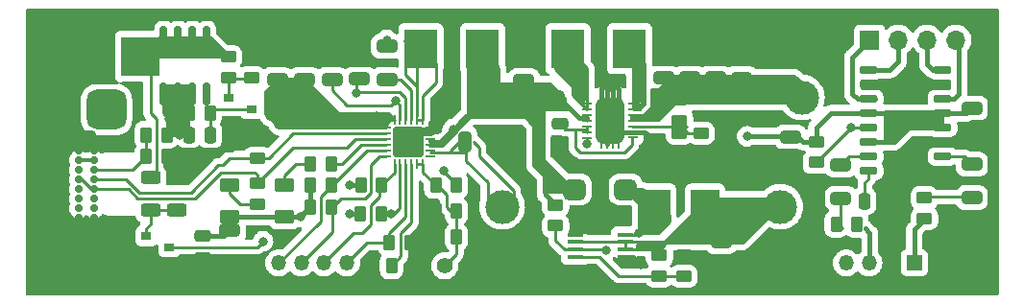
<source format=gtl>
G04 #@! TF.GenerationSoftware,KiCad,Pcbnew,(6.99.0-1936-gea29c66608)*
G04 #@! TF.CreationDate,2022-05-24T09:47:40+02:00*
G04 #@! TF.ProjectId,BalthazarPSU3,42616c74-6861-47a6-9172-505355332e6b,rev?*
G04 #@! TF.SameCoordinates,Original*
G04 #@! TF.FileFunction,Copper,L1,Top*
G04 #@! TF.FilePolarity,Positive*
%FSLAX46Y46*%
G04 Gerber Fmt 4.6, Leading zero omitted, Abs format (unit mm)*
G04 Created by KiCad (PCBNEW (6.99.0-1936-gea29c66608)) date 2022-05-24 09:47:40*
%MOMM*%
%LPD*%
G01*
G04 APERTURE LIST*
G04 Aperture macros list*
%AMRoundRect*
0 Rectangle with rounded corners*
0 $1 Rounding radius*
0 $2 $3 $4 $5 $6 $7 $8 $9 X,Y pos of 4 corners*
0 Add a 4 corners polygon primitive as box body*
4,1,4,$2,$3,$4,$5,$6,$7,$8,$9,$2,$3,0*
0 Add four circle primitives for the rounded corners*
1,1,$1+$1,$2,$3*
1,1,$1+$1,$4,$5*
1,1,$1+$1,$6,$7*
1,1,$1+$1,$8,$9*
0 Add four rect primitives between the rounded corners*
20,1,$1+$1,$2,$3,$4,$5,0*
20,1,$1+$1,$4,$5,$6,$7,0*
20,1,$1+$1,$6,$7,$8,$9,0*
20,1,$1+$1,$8,$9,$2,$3,0*%
G04 Aperture macros list end*
G04 #@! TA.AperFunction,ComponentPad*
%ADD10R,3.500000X3.500000*%
G04 #@! TD*
G04 #@! TA.AperFunction,ComponentPad*
%ADD11RoundRect,0.750000X-0.750000X-1.000000X0.750000X-1.000000X0.750000X1.000000X-0.750000X1.000000X0*%
G04 #@! TD*
G04 #@! TA.AperFunction,ComponentPad*
%ADD12RoundRect,0.875000X-0.875000X-0.875000X0.875000X-0.875000X0.875000X0.875000X-0.875000X0.875000X0*%
G04 #@! TD*
G04 #@! TA.AperFunction,SMDPad,CuDef*
%ADD13RoundRect,0.250000X0.325000X0.650000X-0.325000X0.650000X-0.325000X-0.650000X0.325000X-0.650000X0*%
G04 #@! TD*
G04 #@! TA.AperFunction,SMDPad,CuDef*
%ADD14RoundRect,0.250000X-0.650000X0.325000X-0.650000X-0.325000X0.650000X-0.325000X0.650000X0.325000X0*%
G04 #@! TD*
G04 #@! TA.AperFunction,SMDPad,CuDef*
%ADD15RoundRect,0.250000X0.650000X-0.325000X0.650000X0.325000X-0.650000X0.325000X-0.650000X-0.325000X0*%
G04 #@! TD*
G04 #@! TA.AperFunction,SMDPad,CuDef*
%ADD16RoundRect,0.250000X0.250000X0.475000X-0.250000X0.475000X-0.250000X-0.475000X0.250000X-0.475000X0*%
G04 #@! TD*
G04 #@! TA.AperFunction,SMDPad,CuDef*
%ADD17RoundRect,0.250000X0.625000X-0.375000X0.625000X0.375000X-0.625000X0.375000X-0.625000X-0.375000X0*%
G04 #@! TD*
G04 #@! TA.AperFunction,SMDPad,CuDef*
%ADD18RoundRect,0.250000X-0.450000X0.262500X-0.450000X-0.262500X0.450000X-0.262500X0.450000X0.262500X0*%
G04 #@! TD*
G04 #@! TA.AperFunction,SMDPad,CuDef*
%ADD19RoundRect,0.250000X0.262500X0.450000X-0.262500X0.450000X-0.262500X-0.450000X0.262500X-0.450000X0*%
G04 #@! TD*
G04 #@! TA.AperFunction,SMDPad,CuDef*
%ADD20RoundRect,0.250000X-0.262500X-0.450000X0.262500X-0.450000X0.262500X0.450000X-0.262500X0.450000X0*%
G04 #@! TD*
G04 #@! TA.AperFunction,SMDPad,CuDef*
%ADD21RoundRect,0.250000X0.475000X-0.250000X0.475000X0.250000X-0.475000X0.250000X-0.475000X-0.250000X0*%
G04 #@! TD*
G04 #@! TA.AperFunction,SMDPad,CuDef*
%ADD22RoundRect,0.250000X0.450000X-0.262500X0.450000X0.262500X-0.450000X0.262500X-0.450000X-0.262500X0*%
G04 #@! TD*
G04 #@! TA.AperFunction,SMDPad,CuDef*
%ADD23RoundRect,0.150000X-0.650000X-0.150000X0.650000X-0.150000X0.650000X0.150000X-0.650000X0.150000X0*%
G04 #@! TD*
G04 #@! TA.AperFunction,SMDPad,CuDef*
%ADD24RoundRect,0.062500X-0.350000X-0.062500X0.350000X-0.062500X0.350000X0.062500X-0.350000X0.062500X0*%
G04 #@! TD*
G04 #@! TA.AperFunction,SMDPad,CuDef*
%ADD25RoundRect,0.062500X-0.062500X-0.350000X0.062500X-0.350000X0.062500X0.350000X-0.062500X0.350000X0*%
G04 #@! TD*
G04 #@! TA.AperFunction,ComponentPad*
%ADD26C,0.500000*%
G04 #@! TD*
G04 #@! TA.AperFunction,SMDPad,CuDef*
%ADD27RoundRect,0.251100X-1.098900X-1.098900X1.098900X-1.098900X1.098900X1.098900X-1.098900X1.098900X0*%
G04 #@! TD*
G04 #@! TA.AperFunction,ComponentPad*
%ADD28C,1.400000*%
G04 #@! TD*
G04 #@! TA.AperFunction,SMDPad,CuDef*
%ADD29R,0.250000X0.825000*%
G04 #@! TD*
G04 #@! TA.AperFunction,SMDPad,CuDef*
%ADD30R,0.825000X0.250000*%
G04 #@! TD*
G04 #@! TA.AperFunction,SMDPad,CuDef*
%ADD31RoundRect,0.650000X0.650000X-1.350000X0.650000X1.350000X-0.650000X1.350000X-0.650000X-1.350000X0*%
G04 #@! TD*
G04 #@! TA.AperFunction,ComponentPad*
%ADD32R,3.000000X3.000000*%
G04 #@! TD*
G04 #@! TA.AperFunction,ComponentPad*
%ADD33C,3.000000*%
G04 #@! TD*
G04 #@! TA.AperFunction,ComponentPad*
%ADD34C,0.700000*%
G04 #@! TD*
G04 #@! TA.AperFunction,ComponentPad*
%ADD35O,2.400000X0.900000*%
G04 #@! TD*
G04 #@! TA.AperFunction,ComponentPad*
%ADD36O,1.700000X0.900000*%
G04 #@! TD*
G04 #@! TA.AperFunction,SMDPad,CuDef*
%ADD37R,2.950000X3.500000*%
G04 #@! TD*
G04 #@! TA.AperFunction,SMDPad,CuDef*
%ADD38R,0.900000X0.800000*%
G04 #@! TD*
G04 #@! TA.AperFunction,ComponentPad*
%ADD39R,1.700000X1.700000*%
G04 #@! TD*
G04 #@! TA.AperFunction,ComponentPad*
%ADD40O,1.700000X1.700000*%
G04 #@! TD*
G04 #@! TA.AperFunction,ComponentPad*
%ADD41R,1.350000X1.350000*%
G04 #@! TD*
G04 #@! TA.AperFunction,ComponentPad*
%ADD42O,1.350000X1.350000*%
G04 #@! TD*
G04 #@! TA.AperFunction,SMDPad,CuDef*
%ADD43RoundRect,0.250000X-0.625000X0.312500X-0.625000X-0.312500X0.625000X-0.312500X0.625000X0.312500X0*%
G04 #@! TD*
G04 #@! TA.AperFunction,SMDPad,CuDef*
%ADD44RoundRect,0.250000X0.625000X-0.312500X0.625000X0.312500X-0.625000X0.312500X-0.625000X-0.312500X0*%
G04 #@! TD*
G04 #@! TA.AperFunction,ComponentPad*
%ADD45C,4.400000*%
G04 #@! TD*
G04 #@! TA.AperFunction,SMDPad,CuDef*
%ADD46RoundRect,0.150000X0.150000X-0.825000X0.150000X0.825000X-0.150000X0.825000X-0.150000X-0.825000X0*%
G04 #@! TD*
G04 #@! TA.AperFunction,SMDPad,CuDef*
%ADD47RoundRect,0.450000X-0.550000X-0.450000X0.550000X-0.450000X0.550000X0.450000X-0.550000X0.450000X0*%
G04 #@! TD*
G04 #@! TA.AperFunction,SMDPad,CuDef*
%ADD48R,2.500000X2.300000*%
G04 #@! TD*
G04 #@! TA.AperFunction,SMDPad,CuDef*
%ADD49R,1.450000X0.450000*%
G04 #@! TD*
G04 #@! TA.AperFunction,ViaPad*
%ADD50C,0.800000*%
G04 #@! TD*
G04 #@! TA.AperFunction,Conductor*
%ADD51C,0.450000*%
G04 #@! TD*
G04 #@! TA.AperFunction,Conductor*
%ADD52C,0.250000*%
G04 #@! TD*
G04 #@! TA.AperFunction,Conductor*
%ADD53C,0.350000*%
G04 #@! TD*
G04 APERTURE END LIST*
D10*
X110997999Y-62288499D03*
D11*
X104998000Y-62288500D03*
D12*
X107998000Y-66988500D03*
D13*
X142575000Y-69850000D03*
X139625000Y-69850000D03*
D14*
X132715000Y-61390000D03*
X132715000Y-64340000D03*
X184277000Y-66851000D03*
X184277000Y-69801000D03*
X118872000Y-77646000D03*
X118872000Y-80596000D03*
X125476000Y-61390000D03*
X125476000Y-64340000D03*
D15*
X168275000Y-72341000D03*
X168275000Y-69391000D03*
X184277000Y-74754000D03*
X184277000Y-71804000D03*
D16*
X176718000Y-75057000D03*
X174818000Y-75057000D03*
D15*
X172720000Y-74832000D03*
X172720000Y-71882000D03*
D14*
X127889000Y-61390000D03*
X127889000Y-64340000D03*
D13*
X140730500Y-66611500D03*
X137780500Y-66611500D03*
D17*
X118872000Y-76457000D03*
X118872000Y-73657000D03*
X123698000Y-76457000D03*
X123698000Y-73657000D03*
D18*
X121285000Y-73509500D03*
X121285000Y-75334500D03*
D19*
X127785500Y-71755000D03*
X125960500Y-71755000D03*
X133119500Y-80772000D03*
X131294500Y-80772000D03*
X138837500Y-73660000D03*
X137012500Y-73660000D03*
D18*
X180086000Y-74779500D03*
X180086000Y-76604500D03*
D19*
X138834500Y-75946000D03*
X137009500Y-75946000D03*
D20*
X172315500Y-77089000D03*
X174140500Y-77089000D03*
D21*
X147955000Y-70165000D03*
X147955000Y-68265000D03*
D15*
X157099000Y-64213000D03*
X157099000Y-61263000D03*
X163957000Y-64216000D03*
X163957000Y-61266000D03*
X159385000Y-64210000D03*
X159385000Y-61260000D03*
X161671000Y-64213000D03*
X161671000Y-61263000D03*
D14*
X123063000Y-61390000D03*
X123063000Y-64340000D03*
D15*
X144780000Y-64418000D03*
X144780000Y-61468000D03*
D22*
X158496000Y-67968500D03*
X158496000Y-66143500D03*
X158496000Y-70889500D03*
X158496000Y-69064500D03*
D20*
X137009500Y-78232000D03*
X138834500Y-78232000D03*
D14*
X130302000Y-61341000D03*
X130302000Y-64291000D03*
D23*
X175185000Y-63500000D03*
X175185000Y-64770000D03*
X175185000Y-66040000D03*
X175185000Y-67310000D03*
X175185000Y-68580000D03*
X175185000Y-69850000D03*
X175185000Y-71120000D03*
X175185000Y-72390000D03*
X181685000Y-72390000D03*
X181685000Y-71120000D03*
X181685000Y-69850000D03*
X181685000Y-68580000D03*
X181685000Y-67310000D03*
X181685000Y-66040000D03*
X181685000Y-64770000D03*
X181685000Y-63500000D03*
D18*
X170561000Y-69826500D03*
X170561000Y-71651500D03*
D24*
X132657500Y-68600000D03*
X132657500Y-69100000D03*
X132657500Y-69600000D03*
X132657500Y-70100000D03*
X132657500Y-70600000D03*
X132657500Y-71100000D03*
D25*
X133370000Y-71812500D03*
X133870000Y-71812500D03*
X134370000Y-71812500D03*
X134870000Y-71812500D03*
X135370000Y-71812500D03*
X135870000Y-71812500D03*
D24*
X136582500Y-71100000D03*
X136582500Y-70600000D03*
X136582500Y-70100000D03*
X136582500Y-69600000D03*
X136582500Y-69100000D03*
X136582500Y-68600000D03*
D25*
X135870000Y-67887500D03*
X135370000Y-67887500D03*
X134870000Y-67887500D03*
X134370000Y-67887500D03*
X133870000Y-67887500D03*
X133370000Y-67887500D03*
D26*
X133520000Y-68750000D03*
X133520000Y-69850000D03*
X133520000Y-70950000D03*
X134620000Y-68750000D03*
X134620000Y-69850000D03*
D27*
X134620000Y-69850000D03*
D26*
X134620000Y-70950000D03*
X135720000Y-68750000D03*
X135720000Y-69850000D03*
X135720000Y-70950000D03*
D28*
X135275000Y-80772000D03*
X137815000Y-80772000D03*
D22*
X147574000Y-77239500D03*
X147574000Y-75414500D03*
D29*
X153146999Y-69991999D03*
X153146999Y-65927999D03*
X152638999Y-69991999D03*
X152638999Y-65927999D03*
X152130999Y-69991999D03*
X152130999Y-65927999D03*
X151622999Y-69991999D03*
X151622999Y-65927999D03*
D30*
X154416999Y-69459999D03*
X154416999Y-68975999D03*
X154416999Y-68467999D03*
X154416999Y-67959999D03*
X154416999Y-67459999D03*
X154416999Y-66943999D03*
X154416999Y-66459999D03*
X150352999Y-66459999D03*
X150352999Y-66959999D03*
X150352999Y-67459999D03*
X150352999Y-67959999D03*
X150352999Y-68467999D03*
X150352999Y-68959999D03*
X150352999Y-69483999D03*
D26*
X153401000Y-68976000D03*
X153401000Y-67960000D03*
X153401000Y-66944000D03*
X152385000Y-68976000D03*
X152385000Y-67960000D03*
D31*
X152385000Y-67960000D03*
D26*
X152385000Y-66944000D03*
X151369000Y-68976000D03*
X151369000Y-67960000D03*
X151369000Y-66944000D03*
D32*
X142874999Y-80644999D03*
D33*
X142875000Y-75565000D03*
D32*
X169290999Y-60832999D03*
D33*
X169291000Y-65913000D03*
D32*
X167385999Y-80644999D03*
D33*
X167386000Y-75565000D03*
D34*
X106895000Y-70612000D03*
X106895000Y-71462000D03*
X106895000Y-72312000D03*
X106895000Y-73162000D03*
X106895000Y-74012000D03*
X106895000Y-74862000D03*
X106895000Y-75712000D03*
X106895000Y-76562000D03*
X105545000Y-76562000D03*
X105545000Y-75712000D03*
X105545000Y-74862000D03*
X105545000Y-74012000D03*
X105545000Y-73162000D03*
X105545000Y-72312000D03*
X105545000Y-71462000D03*
X105545000Y-70612000D03*
D35*
X105914999Y-69261999D03*
D36*
X102534999Y-69261999D03*
D35*
X105914999Y-77911999D03*
D36*
X102534999Y-77911999D03*
D37*
X135704999Y-61594999D03*
X141154999Y-61594999D03*
X148658999Y-61594999D03*
X154108999Y-61594999D03*
D21*
X116459000Y-80071000D03*
X116459000Y-78171000D03*
D16*
X117155000Y-69215000D03*
X115255000Y-69215000D03*
D38*
X111521999Y-78170999D03*
X111521999Y-80070999D03*
X113521999Y-79120999D03*
X118760999Y-65978999D03*
X118760999Y-67878999D03*
X120760999Y-66928999D03*
D20*
X111482500Y-69215000D03*
X113307500Y-69215000D03*
D19*
X113307500Y-71120000D03*
X111482500Y-71120000D03*
D18*
X118745000Y-62333500D03*
X118745000Y-64158500D03*
D22*
X120777000Y-64158500D03*
X120777000Y-62333500D03*
D20*
X115292500Y-67310000D03*
X117117500Y-67310000D03*
D19*
X132230500Y-73660000D03*
X130405500Y-73660000D03*
X127785500Y-75565000D03*
X125960500Y-75565000D03*
X127785500Y-73660000D03*
X125960500Y-73660000D03*
D20*
X132942500Y-78740000D03*
X134767500Y-78740000D03*
D18*
X121285000Y-69445500D03*
X121285000Y-71270500D03*
D19*
X132227500Y-76200000D03*
X130402500Y-76200000D03*
D39*
X175259999Y-60832999D03*
D40*
X177799999Y-60832999D03*
X180339999Y-60832999D03*
X182879999Y-60832999D03*
D41*
X121157999Y-80517999D03*
D42*
X123157999Y-80517999D03*
X125157999Y-80517999D03*
X127157999Y-80517999D03*
X129157999Y-80517999D03*
D41*
X179196999Y-80517999D03*
D42*
X177196999Y-80517999D03*
X175196999Y-80517999D03*
X173196999Y-80517999D03*
D43*
X111887000Y-72959500D03*
X111887000Y-75884500D03*
D44*
X114173000Y-75884500D03*
X114173000Y-72959500D03*
D45*
X104013000Y-80772000D03*
X183515000Y-80645000D03*
D46*
X113030000Y-65594000D03*
X114300000Y-65594000D03*
X115570000Y-65594000D03*
X116840000Y-65594000D03*
X116840000Y-60644000D03*
X115570000Y-60644000D03*
X114300000Y-60644000D03*
X113030000Y-60644000D03*
D14*
X162179000Y-78662000D03*
X162179000Y-81612000D03*
D18*
X158877000Y-79859500D03*
X158877000Y-81684500D03*
D22*
X156718000Y-81684500D03*
X156718000Y-79859500D03*
D47*
X149261000Y-74041000D03*
X153761000Y-74041000D03*
D48*
X160772999Y-75183999D03*
X156472999Y-75183999D03*
D22*
X160401000Y-70889500D03*
X160401000Y-69064500D03*
D49*
X149310999Y-78018999D03*
X149310999Y-78668999D03*
X149310999Y-79318999D03*
X149310999Y-79968999D03*
X153710999Y-79968999D03*
X153710999Y-79318999D03*
X153710999Y-78668999D03*
X153710999Y-78018999D03*
D50*
X113538000Y-66802000D03*
X114046000Y-72009000D03*
X180213000Y-64770000D03*
X151384000Y-59499500D03*
X138430000Y-59436000D03*
X138430000Y-65278000D03*
X144018000Y-70612000D03*
X115316000Y-72009000D03*
X136017000Y-77089000D03*
X149225000Y-71501000D03*
X144780000Y-59436000D03*
X129032000Y-59436000D03*
X180213004Y-69850000D03*
X152400000Y-65024000D03*
X155067000Y-80645000D03*
X132715000Y-60833000D03*
X147955000Y-65659000D03*
X129413000Y-73660000D03*
X129413000Y-76200000D03*
X125082575Y-76483857D03*
X164465000Y-69342000D03*
X138557000Y-68707000D03*
X123190000Y-66802000D03*
X122428000Y-67564000D03*
X122428000Y-66040000D03*
X114427000Y-67818000D03*
X114427000Y-69215000D03*
X123190000Y-68326000D03*
X113538000Y-67818000D03*
X131826000Y-67564000D03*
X152019000Y-79375000D03*
X154940000Y-77851000D03*
X130048000Y-65532000D03*
X137705000Y-72390000D03*
X121793000Y-78613000D03*
X133096000Y-76200000D03*
X134620000Y-60960000D03*
X173609000Y-68580000D03*
X157607000Y-65786000D03*
X133477000Y-66197020D03*
X150368000Y-70014500D03*
D51*
X120038500Y-69445500D02*
X121285000Y-69445500D01*
X113420000Y-71120000D02*
X114055000Y-70485000D01*
X114055000Y-70485000D02*
X118999000Y-70485000D01*
X115048000Y-73022000D02*
X114173000Y-73022000D01*
X118999000Y-70485000D02*
X120038500Y-69445500D01*
X115316000Y-72754000D02*
X115048000Y-73022000D01*
X114173000Y-73022000D02*
X114173000Y-71873000D01*
X115316000Y-72009000D02*
X115316000Y-72754000D01*
X114173000Y-71873000D02*
X113420000Y-71120000D01*
X121285000Y-69445500D02*
X121172500Y-69333000D01*
D52*
X124448000Y-69100000D02*
X124956000Y-69100000D01*
X122277500Y-71270500D02*
X124448000Y-69100000D01*
X118872000Y-71270500D02*
X122277500Y-71270500D01*
X129917000Y-69600000D02*
X132657500Y-69600000D01*
X129159000Y-70358000D02*
X129917000Y-69600000D01*
X124436500Y-70358000D02*
X129159000Y-70358000D01*
X121285000Y-73509500D02*
X124436500Y-70358000D01*
X124968000Y-69100000D02*
X132657500Y-69100000D01*
X118260500Y-71882000D02*
X118872000Y-71270500D01*
X110873728Y-74297010D02*
X115440990Y-74297010D01*
X117856000Y-71882000D02*
X118260500Y-71882000D01*
X109738718Y-73162000D02*
X110873728Y-74297010D01*
X115440990Y-74297010D02*
X117856000Y-71882000D01*
X106895000Y-73162000D02*
X109738718Y-73162000D01*
X106631511Y-74012000D02*
X106895000Y-74012000D01*
X105781511Y-73162000D02*
X106631511Y-74012000D01*
X105545000Y-73162000D02*
X105781511Y-73162000D01*
X118113000Y-72514000D02*
X120399000Y-72514000D01*
X109953000Y-74012000D02*
X110744000Y-74803000D01*
X106895000Y-74012000D02*
X109953000Y-74012000D01*
X110744000Y-74803000D02*
X115824000Y-74803000D01*
X115824000Y-74803000D02*
X118113000Y-72514000D01*
X110290500Y-72312000D02*
X111482500Y-71120000D01*
X106895000Y-72312000D02*
X110290500Y-72312000D01*
D53*
X105497000Y-71462000D02*
X106847000Y-71462000D01*
D52*
X111043000Y-62333500D02*
X118745000Y-62333500D01*
X110998000Y-62288500D02*
X111043000Y-62333500D01*
X117168000Y-60644000D02*
X118745000Y-62221000D01*
X112642500Y-60644000D02*
X117168000Y-60644000D01*
X110998000Y-62288500D02*
X112642500Y-60644000D01*
X110998000Y-62288500D02*
X109405500Y-62288500D01*
X112395000Y-67818000D02*
X111887000Y-67310000D01*
X111887000Y-67310000D02*
X111887000Y-63177500D01*
X111887000Y-63177500D02*
X110998000Y-62288500D01*
X112395000Y-72514000D02*
X112395000Y-67818000D01*
X111887000Y-73022000D02*
X112395000Y-72514000D01*
D51*
X155696000Y-69209000D02*
X155447000Y-68960000D01*
X136582500Y-68600000D02*
X136856500Y-68326000D01*
X152131000Y-69992000D02*
X152131000Y-69230000D01*
X135989144Y-68949990D02*
X135839134Y-69100000D01*
X136707500Y-68975000D02*
X136707500Y-67254500D01*
X136582500Y-68135500D02*
X137154000Y-67564000D01*
X135370000Y-69100000D02*
X134620000Y-69850000D01*
X149225000Y-71501000D02*
X149225000Y-71435000D01*
X151638000Y-65024000D02*
X151623000Y-65039000D01*
X162800000Y-61335000D02*
X161925000Y-61335000D01*
X152639000Y-68214000D02*
X152385000Y-67960000D01*
X136582500Y-68600000D02*
X136707500Y-68725000D01*
X164576000Y-61335000D02*
X164592000Y-61351000D01*
X138430000Y-59436000D02*
X138303000Y-59436000D01*
X181585000Y-64775000D02*
X181580000Y-64770000D01*
X136582500Y-68600000D02*
X136582500Y-68135500D01*
X137154000Y-67564000D02*
X137779000Y-67564000D01*
X152131000Y-65293000D02*
X152400000Y-65024000D01*
X160401000Y-70889500D02*
X158496000Y-70889500D01*
X151623000Y-68722000D02*
X152385000Y-67960000D01*
X158496000Y-70889500D02*
X156481500Y-70889500D01*
X136582500Y-69100000D02*
X136707500Y-68975000D01*
X154391000Y-79969000D02*
X155067000Y-80645000D01*
X137140758Y-68949990D02*
X135989144Y-68949990D01*
X152131000Y-69230000D02*
X152385000Y-68976000D01*
X137295010Y-68795738D02*
X137140758Y-68949990D01*
X149225000Y-71501000D02*
X154299000Y-71501000D01*
X152131000Y-65928000D02*
X152131000Y-65293000D01*
X136070000Y-69100000D02*
X135720000Y-68750000D01*
X177197000Y-80518000D02*
X177292000Y-80423000D01*
X121769500Y-61341000D02*
X120777000Y-62333500D01*
X135839134Y-69100000D02*
X135370000Y-69100000D01*
X154299000Y-71501000D02*
X155696000Y-70104000D01*
X136582500Y-68903500D02*
X136582500Y-68600000D01*
X136856500Y-68326000D02*
X137160000Y-68326000D01*
X149225000Y-71435000D02*
X147955000Y-70165000D01*
X180218004Y-69855000D02*
X180213004Y-69850000D01*
X152639000Y-67706000D02*
X152385000Y-67960000D01*
X153147000Y-65205315D02*
X153147000Y-65928000D01*
X137295010Y-67705010D02*
X137295010Y-68795738D01*
X119256000Y-80518000D02*
X119253000Y-80521000D01*
X136582500Y-69100000D02*
X136070000Y-69100000D01*
X151623000Y-65039000D02*
X151623000Y-65928000D01*
X164465000Y-60833000D02*
X163957000Y-61341000D01*
X153711000Y-79969000D02*
X154391000Y-79969000D01*
X156481500Y-70889500D02*
X155696000Y-70104000D01*
X161925000Y-61335000D02*
X164576000Y-61335000D01*
X136582500Y-68600000D02*
X136582500Y-69100000D01*
X137009500Y-78081500D02*
X137009500Y-78232000D01*
X152400000Y-65024000D02*
X151638000Y-65024000D01*
X153417000Y-68960000D02*
X153401000Y-68976000D01*
X155447000Y-68960000D02*
X153417000Y-68960000D01*
X127889000Y-61341000D02*
X121769500Y-61341000D01*
X152400000Y-65024000D02*
X152965685Y-65024000D01*
X163036320Y-61335000D02*
X162800000Y-61335000D01*
X136582500Y-69100000D02*
X136582500Y-68903500D01*
X152639000Y-65263000D02*
X152400000Y-65024000D01*
X136922000Y-76184000D02*
X136922000Y-75946000D01*
X136557500Y-68600000D02*
X136707500Y-68450000D01*
X152131000Y-68214000D02*
X152385000Y-67960000D01*
X152965685Y-65024000D02*
X153147000Y-65205315D01*
X142875000Y-79814000D02*
X143256000Y-79433000D01*
X136432500Y-68750000D02*
X135720000Y-68750000D01*
X152400000Y-67945000D02*
X152385000Y-67960000D01*
X152639000Y-65928000D02*
X152639000Y-65263000D01*
X180085978Y-69850000D02*
X180213004Y-69850000D01*
X155696000Y-70104000D02*
X155696000Y-69209000D01*
X147955000Y-70165000D02*
X147955000Y-70252500D01*
X137779000Y-67564000D02*
X138430000Y-66913000D01*
X137154000Y-67564000D02*
X137295010Y-67705010D01*
X136582500Y-68600000D02*
X136432500Y-68750000D01*
D52*
X132728000Y-60846000D02*
X132715000Y-60833000D01*
X132715000Y-60833000D02*
X132715000Y-61722000D01*
X133096000Y-60846000D02*
X132728000Y-60846000D01*
X142113000Y-74803000D02*
X142875000Y-75565000D01*
X140833000Y-70358000D02*
X140833000Y-71110000D01*
X141605000Y-74803000D02*
X142113000Y-74803000D01*
X139700000Y-71501000D02*
X141605000Y-73406000D01*
X143891000Y-74168000D02*
X143891000Y-74549000D01*
X141605000Y-73406000D02*
X141605000Y-74803000D01*
X139700000Y-70725000D02*
X139700000Y-71501000D01*
X140325000Y-69850000D02*
X140833000Y-70358000D01*
X140833000Y-71110000D02*
X143891000Y-74168000D01*
X136557500Y-70739000D02*
X139591500Y-70739000D01*
X139591500Y-70833500D02*
X139700000Y-70725000D01*
X143891000Y-74549000D02*
X142875000Y-75565000D01*
X138315000Y-70600000D02*
X139065000Y-69850000D01*
D51*
X139954000Y-64897000D02*
X139954000Y-67564000D01*
D52*
X176185000Y-69855000D02*
X175285000Y-69855000D01*
D51*
X170584500Y-69850000D02*
X170561000Y-69826500D01*
X149007000Y-74041000D02*
X146431000Y-71465000D01*
X149134000Y-74168000D02*
X149261000Y-74041000D01*
X149652126Y-67691000D02*
X150368000Y-67691000D01*
X118872000Y-76457000D02*
X118872000Y-77646000D01*
X181585000Y-68585000D02*
X181585000Y-67305000D01*
X146685000Y-74168000D02*
X146685000Y-72771000D01*
X137543590Y-70100000D02*
X136557500Y-70100000D01*
X141155000Y-61595000D02*
X141155000Y-62034000D01*
X141630000Y-62357000D02*
X140716000Y-62357000D01*
X175280000Y-67310000D02*
X171831000Y-67310000D01*
D52*
X175285000Y-67305000D02*
X176662000Y-67305000D01*
D51*
X146431000Y-66865500D02*
X148780500Y-66865500D01*
X148780500Y-66865500D02*
X148803563Y-66842437D01*
X164465000Y-69342000D02*
X168226000Y-69342000D01*
X146685000Y-74168000D02*
X146685000Y-74525500D01*
X175285000Y-69855000D02*
X176730002Y-69855000D01*
X139700000Y-67564000D02*
X139954000Y-67564000D01*
X175285000Y-67305000D02*
X175280000Y-67310000D01*
X148336000Y-66374874D02*
X148803563Y-66842437D01*
X181585000Y-67305000D02*
X175285000Y-67305000D01*
X183818000Y-67310000D02*
X184277000Y-66851000D01*
X125960500Y-75565000D02*
X125068500Y-76457000D01*
X141155000Y-62034000D02*
X142497000Y-63376000D01*
X129413000Y-76200000D02*
X130290000Y-76200000D01*
X125960500Y-73660000D02*
X125960500Y-75565000D01*
X136652000Y-69850000D02*
X137414000Y-69850000D01*
X147955000Y-65659000D02*
X147912410Y-65616410D01*
X147637500Y-65659000D02*
X147955000Y-65659000D01*
X170639000Y-69850000D02*
X170644000Y-69855000D01*
X146685000Y-72771000D02*
X145796000Y-71882000D01*
X144780000Y-64418000D02*
X145135000Y-64773000D01*
X125082575Y-76483857D02*
X125960500Y-75605932D01*
X181685000Y-67310000D02*
X183818000Y-67310000D01*
X146431000Y-71465000D02*
X146431000Y-66865500D01*
X118872000Y-77646000D02*
X118918000Y-77600000D01*
X168275000Y-69391000D02*
X168959000Y-69391000D01*
X145796000Y-68453000D02*
X144907000Y-67564000D01*
X146685000Y-74168000D02*
X149134000Y-74168000D01*
X118872000Y-77646000D02*
X118347000Y-78171000D01*
X145135000Y-64773000D02*
X147069000Y-64773000D01*
X142497000Y-64773000D02*
X140078000Y-64773000D01*
X139954000Y-67564000D02*
X144907000Y-67564000D01*
D52*
X150368000Y-67960000D02*
X150368000Y-67460000D01*
D51*
X142497000Y-64773000D02*
X144425000Y-64773000D01*
X138157598Y-69106402D02*
X138557000Y-68707000D01*
D52*
X177678000Y-67305000D02*
X181585000Y-67305000D01*
D51*
X146431000Y-66865500D02*
X147637500Y-65659000D01*
X168959000Y-69391000D02*
X169418000Y-69850000D01*
X145796000Y-71882000D02*
X145796000Y-68453000D01*
X178694000Y-68585000D02*
X178684000Y-68585000D01*
X136652000Y-69850000D02*
X137160000Y-69850000D01*
X125960500Y-75605932D02*
X125960500Y-73660000D01*
X175161500Y-69826500D02*
X175185000Y-69850000D01*
X138557000Y-68707000D02*
X139700000Y-67564000D01*
X118347000Y-78171000D02*
X116459000Y-78171000D01*
X140078000Y-64773000D02*
X139954000Y-64897000D01*
X137414000Y-69850000D02*
X138157598Y-69106402D01*
X136582500Y-69780500D02*
X136652000Y-69850000D01*
X178684000Y-68585000D02*
X177419000Y-69850000D01*
D52*
X176662000Y-69776998D02*
X176735002Y-69850000D01*
D51*
X139954000Y-63119000D02*
X139954000Y-64897000D01*
X148336000Y-66040000D02*
X148336000Y-66374874D01*
X147069000Y-64773000D02*
X147955000Y-65659000D01*
X170561000Y-69826500D02*
X170561000Y-68580000D01*
X178694000Y-68585000D02*
X178689000Y-68580000D01*
X176730002Y-69855000D02*
X176735002Y-69850000D01*
X123698000Y-76457000D02*
X118872000Y-76457000D01*
X146685000Y-74525500D02*
X147574000Y-75414500D01*
D52*
X176662000Y-67305000D02*
X176662000Y-69776998D01*
D51*
X125068500Y-76457000D02*
X123698000Y-76457000D01*
X148803563Y-66842437D02*
X149652126Y-67691000D01*
D52*
X176779000Y-69855000D02*
X176185000Y-69855000D01*
D51*
X168226000Y-69342000D02*
X168275000Y-69391000D01*
X176735002Y-69850000D02*
X177419000Y-69850000D01*
X171831000Y-67310000D02*
X170561000Y-68580000D01*
X139960000Y-67683590D02*
X137543590Y-70100000D01*
D52*
X176662000Y-67305000D02*
X177678000Y-67305000D01*
D51*
X147955000Y-65659000D02*
X148336000Y-66040000D01*
X169418000Y-69850000D02*
X170639000Y-69850000D01*
X149261000Y-74041000D02*
X149007000Y-74041000D01*
X142497000Y-63376000D02*
X142497000Y-64773000D01*
X144425000Y-64773000D02*
X144780000Y-64418000D01*
X181585000Y-68585000D02*
X178694000Y-68585000D01*
X140716000Y-62357000D02*
X139954000Y-63119000D01*
X130405500Y-73660000D02*
X129413000Y-73660000D01*
D52*
X113411000Y-67564000D02*
X114300000Y-67564000D01*
X114300000Y-67564000D02*
X115189000Y-67564000D01*
X132682500Y-68326000D02*
X129794000Y-68326000D01*
X129794000Y-68326000D02*
X123190000Y-68326000D01*
X133167500Y-67762500D02*
X133220000Y-67762500D01*
X122047000Y-67183000D02*
X122047000Y-65356000D01*
X132657500Y-68600000D02*
X132100000Y-68600000D01*
X115570000Y-65594000D02*
X115570000Y-67032500D01*
X114784500Y-67818000D02*
X115292500Y-67310000D01*
X113030000Y-67310000D02*
X113538000Y-67818000D01*
X113420000Y-69215000D02*
X115062000Y-69215000D01*
X115570000Y-67032500D02*
X115292500Y-67310000D01*
X115062000Y-69215000D02*
X115189000Y-69088000D01*
X132637500Y-68580000D02*
X123444000Y-68580000D01*
X132682500Y-67977500D02*
X132239500Y-67977500D01*
X115570000Y-65594000D02*
X113030000Y-65594000D01*
X113402000Y-67555000D02*
X113411000Y-67564000D01*
X114427000Y-67818000D02*
X114784500Y-67818000D01*
X113030000Y-65594000D02*
X113030000Y-67310000D01*
X132239500Y-67977500D02*
X131826000Y-67564000D01*
X123190000Y-68326000D02*
X122047000Y-67183000D01*
X125398000Y-64262000D02*
X128446000Y-67310000D01*
X132747500Y-67912500D02*
X132682500Y-67977500D01*
X132792500Y-67310000D02*
X133370000Y-67887500D01*
X115189000Y-69088000D02*
X115189000Y-67564000D01*
X123141000Y-64262000D02*
X125398000Y-64262000D01*
D53*
X114427000Y-69215000D02*
X114427000Y-67818000D01*
D52*
X123444000Y-68580000D02*
X123190000Y-68326000D01*
X122428000Y-67564000D02*
X122428000Y-66040000D01*
X113538000Y-67818000D02*
X114427000Y-67818000D01*
X130048000Y-68580000D02*
X129794000Y-68326000D01*
X132682500Y-68326000D02*
X132657500Y-68351000D01*
X132080000Y-68580000D02*
X130048000Y-68580000D01*
X132657500Y-68600000D02*
X132637500Y-68580000D01*
X133370000Y-67912500D02*
X132747500Y-67912500D01*
X133220000Y-67762500D02*
X133370000Y-67912500D01*
X128446000Y-67310000D02*
X132792500Y-67310000D01*
X113411000Y-67564000D02*
X113411000Y-69206000D01*
X122047000Y-65356000D02*
X123141000Y-64262000D01*
X132682500Y-67977500D02*
X132682500Y-68326000D01*
X132657500Y-68351000D02*
X132657500Y-68600000D01*
X113411000Y-69206000D02*
X113420000Y-69215000D01*
X132100000Y-68600000D02*
X132080000Y-68580000D01*
X184215000Y-74692000D02*
X180086000Y-74692000D01*
X184277000Y-74754000D02*
X184215000Y-74692000D01*
X149092500Y-68707000D02*
X148397000Y-68707000D01*
X149214000Y-68707000D02*
X149092500Y-68707000D01*
X148397000Y-68707000D02*
X147955000Y-68265000D01*
X150368000Y-68707000D02*
X149352000Y-68707000D01*
X153670000Y-70739000D02*
X149733000Y-70739000D01*
X150368000Y-68707000D02*
X150368000Y-68460000D01*
X149733000Y-70739000D02*
X149352000Y-70358000D01*
X149352000Y-70358000D02*
X149352000Y-68707000D01*
X149352000Y-68707000D02*
X149214000Y-68707000D01*
X154285000Y-69460000D02*
X154285000Y-70124000D01*
X154285000Y-70124000D02*
X153670000Y-70739000D01*
X150368000Y-68960000D02*
X150368000Y-68707000D01*
X151963000Y-79319000D02*
X152019000Y-79375000D01*
X149311000Y-79319000D02*
X148361978Y-79319000D01*
X148361978Y-79319000D02*
X147574000Y-78531022D01*
X147574000Y-78531022D02*
X147574000Y-77239500D01*
X149311000Y-79319000D02*
X151963000Y-79319000D01*
X172720000Y-77327000D02*
X172720000Y-74832000D01*
X172863000Y-77470000D02*
X172720000Y-77327000D01*
X154772000Y-78019000D02*
X154940000Y-77851000D01*
X154940000Y-77851000D02*
X154940000Y-75220000D01*
X155330000Y-74041000D02*
X156473000Y-75184000D01*
X156591000Y-77851000D02*
X157607000Y-76835000D01*
X153507000Y-74295000D02*
X153507000Y-74458000D01*
X153761000Y-74041000D02*
X155330000Y-74041000D01*
X154940000Y-75220000D02*
X153761000Y-74041000D01*
X157607000Y-76835000D02*
X157607000Y-76318000D01*
X154940000Y-77851000D02*
X156591000Y-77851000D01*
X157607000Y-76318000D02*
X156473000Y-75184000D01*
X153711000Y-78019000D02*
X154772000Y-78019000D01*
D51*
X157304000Y-78662000D02*
X164035000Y-78662000D01*
X164035000Y-78662000D02*
X167132000Y-75565000D01*
D52*
X153711000Y-79319000D02*
X156177500Y-79319000D01*
D51*
X156718000Y-79239000D02*
X160773000Y-75184000D01*
D52*
X149311000Y-78669000D02*
X153711000Y-78669000D01*
D51*
X160655000Y-75438000D02*
X161163000Y-74930000D01*
X161163000Y-74930000D02*
X167259000Y-74930000D01*
D52*
X160773000Y-75184000D02*
X160655000Y-75302000D01*
X153711000Y-78669000D02*
X157297000Y-78669000D01*
X157019500Y-80193000D02*
X157099000Y-80113500D01*
D51*
X167132000Y-75565000D02*
X168021000Y-75565000D01*
D52*
X156177500Y-79319000D02*
X156718000Y-79859500D01*
D51*
X167259000Y-74930000D02*
X167894000Y-75565000D01*
D52*
X160655000Y-75302000D02*
X160655000Y-75438000D01*
D51*
X156718000Y-79883000D02*
X156718000Y-79239000D01*
D52*
X168021000Y-75565000D02*
X167894000Y-75565000D01*
X167894000Y-75184000D02*
X167640000Y-74930000D01*
X153711000Y-79319000D02*
X153711000Y-78669000D01*
X157297000Y-78669000D02*
X157304000Y-78662000D01*
X167894000Y-75565000D02*
X167894000Y-75184000D01*
D51*
X156845000Y-79121000D02*
X157304000Y-78662000D01*
D52*
X156718000Y-79859500D02*
X156718000Y-79883000D01*
X117142500Y-67397500D02*
X117230000Y-67310000D01*
X117611000Y-66929000D02*
X117230000Y-67310000D01*
X116840000Y-66920000D02*
X117230000Y-67310000D01*
X120761000Y-66929000D02*
X117611000Y-66929000D01*
X117142500Y-69215000D02*
X117142500Y-67397500D01*
X116840000Y-65594000D02*
X116840000Y-66920000D01*
X134874000Y-66514002D02*
X134874000Y-65278000D01*
X134874000Y-65278000D02*
X133936000Y-64340000D01*
X133936000Y-64340000D02*
X132715000Y-64340000D01*
X134870000Y-67887500D02*
X134870000Y-66518002D01*
X134870000Y-66518002D02*
X134874000Y-66514002D01*
X183588000Y-71115000D02*
X184277000Y-71804000D01*
X181585000Y-71115000D02*
X183588000Y-71115000D01*
X175185000Y-72390000D02*
X175185000Y-73100000D01*
X174818000Y-73467000D02*
X174818000Y-75057000D01*
X175185000Y-73100000D02*
X174818000Y-73467000D01*
X175285000Y-71115000D02*
X173487000Y-71115000D01*
X173487000Y-71115000D02*
X172720000Y-71882000D01*
X137795000Y-72390000D02*
X137705000Y-72390000D01*
X137705000Y-72440000D02*
X137705000Y-72390000D01*
X130048000Y-64545000D02*
X130302000Y-64291000D01*
X134370000Y-65986996D02*
X133855014Y-65472010D01*
X138925000Y-73660000D02*
X137705000Y-72440000D01*
X133855014Y-65472010D02*
X130107990Y-65472010D01*
X130107990Y-65472010D02*
X130048000Y-65532000D01*
X130048000Y-65532000D02*
X130048000Y-64545000D01*
X134370000Y-67887500D02*
X134370000Y-65986996D01*
X118872000Y-74422000D02*
X118872000Y-73657000D01*
X119784500Y-75334500D02*
X118872000Y-74422000D01*
X121285000Y-75334500D02*
X119784500Y-75334500D01*
X123698000Y-72771000D02*
X123698000Y-73530000D01*
X124714000Y-71755000D02*
X123698000Y-72771000D01*
X125960500Y-71755000D02*
X124714000Y-71755000D01*
X121285000Y-73509500D02*
X121285000Y-72765000D01*
X121285000Y-72765000D02*
X121034000Y-72514000D01*
X120399000Y-72514000D02*
X120396000Y-72517000D01*
X121034000Y-72514000D02*
X120399000Y-72514000D01*
X130433000Y-70100000D02*
X128778000Y-71755000D01*
X132682500Y-70100000D02*
X130433000Y-70100000D01*
X128778000Y-71755000D02*
X127785500Y-71755000D01*
X123158000Y-80518000D02*
X123190000Y-80518000D01*
X123190000Y-80518000D02*
X126873000Y-76835000D01*
X126873000Y-74682000D02*
X130931978Y-70623022D01*
X130931978Y-70623022D02*
X132659478Y-70623022D01*
X132659478Y-70623022D02*
X132682500Y-70600000D01*
X126873000Y-76835000D02*
X126873000Y-74682000D01*
X132682500Y-71100000D02*
X132080000Y-71120000D01*
X131318000Y-71882000D02*
X131318000Y-74295000D01*
X131318000Y-74295000D02*
X130810000Y-74803000D01*
X132100000Y-71100000D02*
X132682500Y-71100000D01*
X127898000Y-75565000D02*
X127898000Y-77778000D01*
X130810000Y-74803000D02*
X128660000Y-74803000D01*
X132080000Y-71120000D02*
X131318000Y-71882000D01*
X127898000Y-77778000D02*
X125158000Y-80518000D01*
X128660000Y-74803000D02*
X127898000Y-75565000D01*
X129794000Y-77851000D02*
X127158000Y-80487000D01*
X131318000Y-77089000D02*
X130556000Y-77851000D01*
X132089000Y-74667000D02*
X131318000Y-75438000D01*
X132089000Y-74667000D02*
X132089000Y-73801500D01*
X127158000Y-80487000D02*
X127158000Y-80518000D01*
X133370000Y-72520500D02*
X133370000Y-71787500D01*
X132089000Y-73801500D02*
X133370000Y-72520500D01*
X131318000Y-75438000D02*
X131318000Y-77089000D01*
X132089000Y-74667000D02*
X132080000Y-74676000D01*
X130556000Y-77851000D02*
X129794000Y-77851000D01*
X121285000Y-79121000D02*
X121793000Y-78613000D01*
X133340000Y-76200000D02*
X132227500Y-76200000D01*
X133870000Y-75670000D02*
X133340000Y-76200000D01*
X113522000Y-79121000D02*
X121285000Y-79121000D01*
X133870000Y-71812500D02*
X133870000Y-75670000D01*
X132942500Y-77877500D02*
X134370000Y-76450000D01*
X129158000Y-80518000D02*
X129159000Y-80518000D01*
X130937000Y-78740000D02*
X132942500Y-78740000D01*
X132942500Y-78740000D02*
X132942500Y-77877500D01*
X134370000Y-76450000D02*
X134370000Y-71787500D01*
X129159000Y-80518000D02*
X130937000Y-78740000D01*
X133930480Y-79961020D02*
X133930480Y-77905520D01*
X134870000Y-76966000D02*
X134870000Y-71787500D01*
X133930480Y-77905520D02*
X134870000Y-76966000D01*
X133119500Y-80772000D02*
X133930480Y-79961020D01*
X138834500Y-79752500D02*
X138834500Y-75946000D01*
X138834500Y-75946000D02*
X138313000Y-75946000D01*
X137012500Y-73660000D02*
X135870000Y-72517500D01*
X138313000Y-75946000D02*
X137985500Y-75618500D01*
X137985500Y-75618500D02*
X137985500Y-74485500D01*
X137160000Y-73660000D02*
X137012500Y-73660000D01*
X135870000Y-72517500D02*
X135870000Y-71787500D01*
X135870000Y-71787500D02*
X135370000Y-71787500D01*
X137815000Y-80772000D02*
X138834500Y-79752500D01*
X137985500Y-74485500D02*
X137160000Y-73660000D01*
X135870000Y-65766000D02*
X135870000Y-67887500D01*
X134366000Y-62992000D02*
X134366000Y-63881000D01*
X137033000Y-64603000D02*
X135870000Y-65766000D01*
X135382000Y-67564000D02*
X135382000Y-64897000D01*
X135705000Y-61595000D02*
X135705000Y-61653000D01*
X134366000Y-63881000D02*
X135382000Y-64897000D01*
X135382000Y-64897000D02*
X135382000Y-63246000D01*
X135870000Y-67887500D02*
X135370000Y-67887500D01*
X135705000Y-61595000D02*
X137033000Y-62923000D01*
X135705000Y-61653000D02*
X134366000Y-62992000D01*
X137033000Y-62923000D02*
X137033000Y-64603000D01*
D51*
X179197000Y-77581000D02*
X180086000Y-76692000D01*
X179197000Y-80518000D02*
X179197000Y-77581000D01*
D52*
X175197000Y-80518000D02*
X175263000Y-80452000D01*
D51*
X175263000Y-80452000D02*
X175263000Y-77870000D01*
X175263000Y-77870000D02*
X174863000Y-77470000D01*
D52*
X170561000Y-71651500D02*
X170561000Y-71628000D01*
X170561000Y-71628000D02*
X173609000Y-68580000D01*
X173609000Y-68580000D02*
X175185000Y-68580000D01*
X111252000Y-69097000D02*
X111243000Y-69088000D01*
X111506000Y-69224000D02*
X111379000Y-69097000D01*
X111379000Y-71374000D02*
X111506000Y-71247000D01*
X111506000Y-71247000D02*
X111506000Y-69224000D01*
D51*
X156591000Y-67818000D02*
X154285000Y-67818000D01*
X157720000Y-64135000D02*
X157795000Y-64210000D01*
X157724000Y-64135000D02*
X157720000Y-64135000D01*
X161671000Y-64213000D02*
X161674000Y-64216000D01*
X161674000Y-64216000D02*
X166924000Y-64216000D01*
X158496000Y-64907000D02*
X157724000Y-64135000D01*
X156083000Y-66802000D02*
X155425000Y-67460000D01*
X160193000Y-64216000D02*
X158623000Y-65786000D01*
X158496000Y-65532000D02*
X158496000Y-66157000D01*
X157795000Y-64210000D02*
X167588000Y-64210000D01*
X158496000Y-66143500D02*
X158646500Y-66294000D01*
X157607000Y-64248000D02*
X157720000Y-64135000D01*
X157099000Y-65278000D02*
X157099000Y-64138000D01*
X156083000Y-65278000D02*
X156083000Y-66802000D01*
X166924000Y-64216000D02*
X160193000Y-64216000D01*
X157607000Y-65786000D02*
X157099000Y-65278000D01*
X169291000Y-64770000D02*
X169291000Y-65913000D01*
X158646500Y-66294000D02*
X168910000Y-66294000D01*
X158623000Y-65786000D02*
X157607000Y-65786000D01*
X168910000Y-66294000D02*
X169291000Y-65913000D01*
X154305000Y-67564000D02*
X155445000Y-67564000D01*
X157607000Y-66802000D02*
X156591000Y-67818000D01*
X159385000Y-64135000D02*
X160260000Y-64135000D01*
X157099000Y-65278000D02*
X156083000Y-65278000D01*
X168737000Y-64216000D02*
X169291000Y-64770000D01*
X166924000Y-64216000D02*
X168737000Y-64216000D01*
X160260000Y-64135000D02*
X161925000Y-64135000D01*
X157720000Y-64135000D02*
X159385000Y-64135000D01*
X158394000Y-66015000D02*
X156591000Y-67818000D01*
X157607000Y-65786000D02*
X157607000Y-64248000D01*
X157607000Y-65786000D02*
X157607000Y-66802000D01*
X158496000Y-65532000D02*
X158496000Y-64907000D01*
X175785000Y-66040000D02*
X174985000Y-66040000D01*
X173736000Y-65586000D02*
X173736000Y-62357000D01*
X175285000Y-66035000D02*
X174185000Y-66035000D01*
X174185000Y-66035000D02*
X173736000Y-65586000D01*
X173736000Y-62357000D02*
X175260000Y-60833000D01*
X177800000Y-62738000D02*
X177800000Y-60833000D01*
X177043000Y-63495000D02*
X177800000Y-62738000D01*
X175285000Y-63495000D02*
X177043000Y-63495000D01*
X180843000Y-63495000D02*
X180340000Y-62992000D01*
X181585000Y-63495000D02*
X180843000Y-63495000D01*
X180340000Y-62992000D02*
X180340000Y-60833000D01*
D52*
X127889000Y-65274000D02*
X129212019Y-66597019D01*
X129212019Y-66597019D02*
X133077001Y-66597019D01*
X127889000Y-64340000D02*
X127889000Y-65274000D01*
X133077001Y-66597019D02*
X133477000Y-66197020D01*
X133870000Y-67887500D02*
X133870000Y-66590020D01*
X133870000Y-66590020D02*
X133477000Y-66197020D01*
D51*
X182880000Y-60833000D02*
X183134000Y-61087000D01*
X183134000Y-61087000D02*
X183134000Y-65586000D01*
X181585000Y-66035000D02*
X181859000Y-66035000D01*
X182685000Y-66035000D02*
X181585000Y-66035000D01*
X183134000Y-65586000D02*
X182685000Y-66035000D01*
D52*
X150181000Y-65913000D02*
X149606000Y-65913000D01*
X149098000Y-65659000D02*
X149098000Y-64897000D01*
X150353000Y-66085000D02*
X150181000Y-65913000D01*
X147574000Y-63373000D02*
X147574000Y-62680000D01*
X150368000Y-63304000D02*
X149421000Y-62357000D01*
X149421000Y-62357000D02*
X148659000Y-62357000D01*
X149860000Y-65913000D02*
X149987000Y-66040000D01*
X150368000Y-66833000D02*
X150368000Y-66548000D01*
X149987000Y-66294000D02*
X149733000Y-66040000D01*
X150368000Y-66929000D02*
X149098000Y-65659000D01*
X149987000Y-66040000D02*
X149987000Y-66294000D01*
X150353000Y-66460000D02*
X150353000Y-66085000D01*
X149098000Y-64897000D02*
X147574000Y-63373000D01*
X147574000Y-62680000D02*
X148659000Y-61595000D01*
X150368000Y-66675000D02*
X150368000Y-63304000D01*
X150181000Y-65913000D02*
X149860000Y-65913000D01*
X154417000Y-66944000D02*
X155002250Y-66944000D01*
X154925000Y-66690000D02*
X155194000Y-66421000D01*
X154774000Y-66460000D02*
X154940000Y-66294000D01*
X154940000Y-65786000D02*
X154940000Y-65659000D01*
X155002250Y-66944000D02*
X155448000Y-66498250D01*
X154417000Y-66460000D02*
X154520000Y-66460000D01*
X155448000Y-66498250D02*
X155448000Y-62934000D01*
X154417000Y-66690000D02*
X154925000Y-66690000D01*
X155448000Y-62934000D02*
X154109000Y-61595000D01*
X154940000Y-66294000D02*
X154940000Y-65786000D01*
X154417000Y-66460000D02*
X154417000Y-66690000D01*
X154417000Y-66460000D02*
X154774000Y-66460000D01*
X155194000Y-66421000D02*
X155194000Y-65913000D01*
X154520000Y-66460000D02*
X154686000Y-66294000D01*
X154417000Y-62665000D02*
X154417000Y-66802000D01*
X154417000Y-66690000D02*
X154417000Y-66944000D01*
X154584000Y-62357000D02*
X154417000Y-62524000D01*
X154109000Y-62357000D02*
X154417000Y-62665000D01*
X154686000Y-66294000D02*
X154686000Y-65786000D01*
X111506000Y-77470000D02*
X111506000Y-78155000D01*
X111887000Y-77089000D02*
X111506000Y-77470000D01*
X111887000Y-75822000D02*
X111887000Y-77089000D01*
X111506000Y-78155000D02*
X111522000Y-78171000D01*
X112268000Y-75819000D02*
X114164000Y-75819000D01*
X118761000Y-64287000D02*
X118745000Y-64271000D01*
X121276000Y-64271000D02*
X121285000Y-64262000D01*
X118761000Y-65979000D02*
X118761000Y-64287000D01*
X118745000Y-64271000D02*
X120777000Y-64271000D01*
X119262000Y-64262000D02*
X119253000Y-64271000D01*
X158496000Y-67968500D02*
X158496000Y-69064500D01*
X159228500Y-69064500D02*
X160401000Y-69064500D01*
X154285000Y-68460000D02*
X159135000Y-68460000D01*
X158496000Y-68332000D02*
X159228500Y-69064500D01*
X150353000Y-69962016D02*
X150368000Y-69977016D01*
X150353000Y-69484000D02*
X150353000Y-69962016D01*
X156694500Y-81661000D02*
X153162000Y-81661000D01*
X153162000Y-81661000D02*
X151470000Y-79969000D01*
X156718000Y-81684500D02*
X156694500Y-81661000D01*
X151470000Y-79969000D02*
X149311000Y-79969000D01*
X159004000Y-81684500D02*
X156718000Y-81684500D01*
G04 #@! TA.AperFunction,Conductor*
G36*
X155390121Y-62885002D02*
G01*
X155436614Y-62938658D01*
X155448000Y-62991000D01*
X155448000Y-64877092D01*
X155431119Y-64940092D01*
X155404904Y-64985498D01*
X155402800Y-64992528D01*
X155402799Y-64992529D01*
X155401883Y-64995589D01*
X155393774Y-65016003D01*
X155389044Y-65025421D01*
X155375034Y-65084533D01*
X155373146Y-65091574D01*
X155355726Y-65149762D01*
X155355299Y-65157086D01*
X155355299Y-65157088D01*
X155355113Y-65160284D01*
X155351930Y-65182011D01*
X155349500Y-65192266D01*
X155349500Y-65252989D01*
X155349287Y-65260315D01*
X155345756Y-65320940D01*
X155347030Y-65328165D01*
X155347586Y-65331317D01*
X155349500Y-65353198D01*
X155349500Y-65837981D01*
X155329498Y-65906102D01*
X155275842Y-65952595D01*
X155205568Y-65962699D01*
X155147991Y-65938849D01*
X155082676Y-65889954D01*
X155067020Y-65881405D01*
X154945978Y-65836259D01*
X154930757Y-65832662D01*
X154881438Y-65827360D01*
X154874723Y-65827000D01*
X154558000Y-65827000D01*
X154489879Y-65806998D01*
X154443386Y-65753342D01*
X154432000Y-65701000D01*
X154432000Y-62991000D01*
X154452002Y-62922879D01*
X154505658Y-62876386D01*
X154558000Y-62865000D01*
X155322000Y-62865000D01*
X155390121Y-62885002D01*
G37*
G04 #@! TD.AperFunction*
G04 #@! TA.AperFunction,Conductor*
G36*
X142563121Y-63012002D02*
G01*
X142609614Y-63065658D01*
X142621000Y-63118000D01*
X142621000Y-64643000D01*
X147140810Y-64643000D01*
X147208931Y-64663002D01*
X147229905Y-64679905D01*
X148426095Y-65876095D01*
X148460121Y-65938407D01*
X148463000Y-65965190D01*
X148463000Y-66294000D01*
X149009905Y-66840905D01*
X149043931Y-66903217D01*
X149038866Y-66974032D01*
X148996319Y-67030868D01*
X148929799Y-67055679D01*
X148920810Y-67056000D01*
X146558000Y-67056000D01*
X146558000Y-71247000D01*
X149061095Y-73750095D01*
X149095121Y-73812407D01*
X149098000Y-73839190D01*
X149098000Y-74296000D01*
X149077998Y-74364121D01*
X149024342Y-74410614D01*
X148972000Y-74422000D01*
X146557000Y-74422000D01*
X146488879Y-74401998D01*
X146442386Y-74348342D01*
X146431000Y-74296000D01*
X146431000Y-72898000D01*
X145578905Y-72045905D01*
X145544879Y-71983593D01*
X145542000Y-71956810D01*
X145542000Y-68453000D01*
X144907000Y-67818000D01*
X140080000Y-67818000D01*
X140011879Y-67797998D01*
X139965386Y-67744342D01*
X139954000Y-67692000D01*
X139954000Y-63118000D01*
X139974002Y-63049879D01*
X140027658Y-63003386D01*
X140080000Y-62992000D01*
X142495000Y-62992000D01*
X142563121Y-63012002D01*
G37*
G04 #@! TD.AperFunction*
G04 #@! TA.AperFunction,Conductor*
G36*
X148605931Y-61615002D02*
G01*
X148626905Y-61631905D01*
X150458095Y-63463095D01*
X150492121Y-63525407D01*
X150495000Y-63552190D01*
X150495000Y-65701000D01*
X150474998Y-65769121D01*
X150421342Y-65815614D01*
X150369000Y-65827000D01*
X149895277Y-65827000D01*
X149888562Y-65827360D01*
X149839243Y-65832662D01*
X149824022Y-65836259D01*
X149702980Y-65881405D01*
X149687324Y-65889954D01*
X149584808Y-65966697D01*
X149584341Y-65967164D01*
X149583762Y-65967480D01*
X149577596Y-65972096D01*
X149576932Y-65971209D01*
X149522026Y-66001184D01*
X149451211Y-65996114D01*
X149406157Y-65967157D01*
X149007905Y-65568905D01*
X148973879Y-65506593D01*
X148971000Y-65479810D01*
X148971000Y-64833500D01*
X147360537Y-63346918D01*
X147324048Y-63286017D01*
X147320000Y-63254334D01*
X147320000Y-61721000D01*
X147340002Y-61652879D01*
X147393658Y-61606386D01*
X147446000Y-61595000D01*
X148537810Y-61595000D01*
X148605931Y-61615002D01*
G37*
G04 #@! TD.AperFunction*
G04 #@! TA.AperFunction,Conductor*
G36*
X168679923Y-63901002D02*
G01*
X168690512Y-63908609D01*
X168874913Y-64056131D01*
X169243712Y-64351170D01*
X169284410Y-64409343D01*
X169291000Y-64449559D01*
X169291000Y-66422000D01*
X169270998Y-66490121D01*
X169217342Y-66536614D01*
X169165000Y-66548000D01*
X158242000Y-66548000D01*
X157823426Y-66966574D01*
X157773964Y-66997083D01*
X157730230Y-67011575D01*
X157730222Y-67011579D01*
X157723262Y-67013885D01*
X157572348Y-67106970D01*
X157446970Y-67232348D01*
X157353885Y-67383262D01*
X157351579Y-67390222D01*
X157351575Y-67390230D01*
X157337083Y-67433964D01*
X157306574Y-67483426D01*
X157000405Y-67789595D01*
X156938093Y-67823621D01*
X156911310Y-67826500D01*
X155457032Y-67826500D01*
X155388911Y-67806498D01*
X155342418Y-67752842D01*
X155331754Y-67687030D01*
X155337140Y-67636936D01*
X155337500Y-67630223D01*
X155337500Y-67552536D01*
X155357502Y-67484415D01*
X155386272Y-67452978D01*
X155386788Y-67452578D01*
X155393612Y-67448542D01*
X155407933Y-67434221D01*
X155422967Y-67421380D01*
X155432944Y-67414131D01*
X155439357Y-67409472D01*
X155467548Y-67375395D01*
X155475538Y-67366616D01*
X155840247Y-67001907D01*
X155848537Y-66994363D01*
X155855018Y-66990250D01*
X155901659Y-66940582D01*
X155904413Y-66937741D01*
X155924135Y-66918019D01*
X155926619Y-66914817D01*
X155934317Y-66905805D01*
X155959161Y-66879348D01*
X155964586Y-66873571D01*
X155974347Y-66855816D01*
X155985198Y-66839297D01*
X155997614Y-66823291D01*
X156015174Y-66782713D01*
X156020391Y-66772063D01*
X156041695Y-66733310D01*
X156046733Y-66713687D01*
X156053137Y-66694984D01*
X156058033Y-66683670D01*
X156058033Y-66683669D01*
X156061181Y-66676395D01*
X156062420Y-66668572D01*
X156062423Y-66668562D01*
X156068099Y-66632726D01*
X156070505Y-66621106D01*
X156079528Y-66585961D01*
X156079528Y-66585960D01*
X156081500Y-66578280D01*
X156081500Y-66558026D01*
X156083051Y-66538315D01*
X156084980Y-66526136D01*
X156086220Y-66518307D01*
X156082059Y-66474288D01*
X156081500Y-66462431D01*
X156081500Y-65277000D01*
X156101502Y-65208879D01*
X156155158Y-65162386D01*
X156207500Y-65151000D01*
X156591000Y-65151000D01*
X157696461Y-63922710D01*
X157756899Y-63885457D01*
X157790116Y-63881000D01*
X168611802Y-63881000D01*
X168679923Y-63901002D01*
G37*
G04 #@! TD.AperFunction*
G04 #@! TA.AperFunction,Conductor*
G36*
X117363931Y-60726002D02*
G01*
X117384905Y-60742905D01*
X118581095Y-61939095D01*
X118615121Y-62001407D01*
X118618000Y-62028190D01*
X118618000Y-62358000D01*
X118597998Y-62426121D01*
X118544342Y-62472614D01*
X118492000Y-62484000D01*
X109981000Y-62484000D01*
X109912879Y-62463998D01*
X109866386Y-62410342D01*
X109855000Y-62358000D01*
X109855000Y-62279011D01*
X109875002Y-62210890D01*
X109888119Y-62193870D01*
X110039993Y-62028190D01*
X111214546Y-60746859D01*
X111275321Y-60710159D01*
X111307427Y-60706000D01*
X117295810Y-60706000D01*
X117363931Y-60726002D01*
G37*
G04 #@! TD.AperFunction*
G04 #@! TA.AperFunction,Conductor*
G36*
X181552121Y-67076002D02*
G01*
X181598614Y-67129658D01*
X181610000Y-67182000D01*
X181610000Y-68581000D01*
X181589998Y-68649121D01*
X181536342Y-68695614D01*
X181484000Y-68707000D01*
X178816000Y-68707000D01*
X177582905Y-69940095D01*
X177520593Y-69974121D01*
X177493810Y-69977000D01*
X176656000Y-69977000D01*
X176587879Y-69956998D01*
X176541386Y-69903342D01*
X176530000Y-69851000D01*
X176530000Y-67182000D01*
X176550002Y-67113879D01*
X176603658Y-67067386D01*
X176656000Y-67056000D01*
X181484000Y-67056000D01*
X181552121Y-67076002D01*
G37*
G04 #@! TD.AperFunction*
G04 #@! TA.AperFunction,Conductor*
G36*
X167963121Y-74823002D02*
G01*
X168009614Y-74876658D01*
X168021000Y-74929000D01*
X168021000Y-76328000D01*
X168000998Y-76396121D01*
X167947342Y-76442614D01*
X167895000Y-76454000D01*
X166497000Y-76454000D01*
X164120905Y-78830095D01*
X164058593Y-78864121D01*
X164031810Y-78867000D01*
X159555740Y-78867000D01*
X159516107Y-78860605D01*
X159487948Y-78851274D01*
X159487947Y-78851274D01*
X159481426Y-78849113D01*
X159420448Y-78842883D01*
X159380729Y-78838825D01*
X159380723Y-78838825D01*
X159377545Y-78838500D01*
X158877079Y-78838500D01*
X158376456Y-78838501D01*
X158373279Y-78838826D01*
X158373270Y-78838826D01*
X158301711Y-78846137D01*
X158272574Y-78849113D01*
X158237893Y-78860605D01*
X158198260Y-78867000D01*
X157353000Y-78867000D01*
X156881905Y-79338095D01*
X156819593Y-79372121D01*
X156792810Y-79375000D01*
X154867954Y-79375000D01*
X154799965Y-79354646D01*
X154796809Y-79351998D01*
X154790251Y-79348704D01*
X154788149Y-79347322D01*
X154787583Y-79346913D01*
X154787203Y-79346671D01*
X154786605Y-79346337D01*
X154784445Y-79345005D01*
X154778692Y-79340456D01*
X154772043Y-79337356D01*
X154772039Y-79337353D01*
X154758751Y-79331157D01*
X154705465Y-79284240D01*
X154686000Y-79216962D01*
X154686000Y-78881404D01*
X154706002Y-78813283D01*
X154759658Y-78766790D01*
X154829932Y-78756686D01*
X154837991Y-78758121D01*
X154838059Y-78758128D01*
X154844513Y-78759500D01*
X155035487Y-78759500D01*
X155041939Y-78758128D01*
X155041944Y-78758128D01*
X155128887Y-78739647D01*
X155222288Y-78719794D01*
X155228319Y-78717109D01*
X155390724Y-78644802D01*
X155390725Y-78644801D01*
X155396752Y-78642118D01*
X155403707Y-78637065D01*
X155404801Y-78636675D01*
X155407814Y-78634935D01*
X155408132Y-78635486D01*
X155470575Y-78613206D01*
X155477770Y-78613000D01*
X157099000Y-78613000D01*
X159639000Y-76200000D01*
X159639000Y-74929000D01*
X159659002Y-74860879D01*
X159712658Y-74814386D01*
X159765000Y-74803000D01*
X167895000Y-74803000D01*
X167963121Y-74823002D01*
G37*
G04 #@! TD.AperFunction*
G04 #@! TA.AperFunction,Conductor*
G36*
X125614538Y-64409002D02*
G01*
X125640591Y-64431290D01*
X126619000Y-65532000D01*
X128270000Y-67183000D01*
X128936139Y-67183000D01*
X128976939Y-67190783D01*
X128976957Y-67190714D01*
X128978061Y-67190997D01*
X128984641Y-67192686D01*
X128984640Y-67192686D01*
X128996577Y-67195751D01*
X129015285Y-67202156D01*
X129033874Y-67210200D01*
X129041699Y-67211439D01*
X129041701Y-67211440D01*
X129077538Y-67217116D01*
X129089159Y-67219523D01*
X129124308Y-67228547D01*
X129131989Y-67230519D01*
X129152250Y-67230519D01*
X129171959Y-67232070D01*
X129191962Y-67235238D01*
X129199854Y-67234492D01*
X129205081Y-67233998D01*
X129235973Y-67231078D01*
X129247830Y-67230519D01*
X132710329Y-67230519D01*
X132778450Y-67250521D01*
X132799424Y-67267424D01*
X133059095Y-67527095D01*
X133093121Y-67589407D01*
X133096000Y-67616190D01*
X133096000Y-68052168D01*
X133075998Y-68120289D01*
X133049755Y-68149356D01*
X133046762Y-68151202D01*
X133045824Y-68152140D01*
X133044091Y-68153229D01*
X132923229Y-68274091D01*
X132922140Y-68275824D01*
X132921202Y-68276762D01*
X132902763Y-68306656D01*
X132902351Y-68307318D01*
X132839379Y-68407537D01*
X132786200Y-68454574D01*
X132732692Y-68466500D01*
X124526768Y-68466500D01*
X124515585Y-68465973D01*
X124508092Y-68464298D01*
X124500166Y-68464547D01*
X124500165Y-68464547D01*
X124440002Y-68466438D01*
X124436044Y-68466500D01*
X124408144Y-68466500D01*
X124404154Y-68467004D01*
X124392320Y-68467936D01*
X124348111Y-68469326D01*
X124340495Y-68471539D01*
X124340493Y-68471539D01*
X124328652Y-68474979D01*
X124309293Y-68478988D01*
X124307983Y-68479154D01*
X124289203Y-68481526D01*
X124281837Y-68484442D01*
X124281831Y-68484444D01*
X124248098Y-68497800D01*
X124236868Y-68501645D01*
X124202017Y-68511770D01*
X124194407Y-68513981D01*
X124187584Y-68518016D01*
X124176966Y-68524295D01*
X124159213Y-68532992D01*
X124151568Y-68536019D01*
X124140383Y-68540448D01*
X124133968Y-68545109D01*
X124104612Y-68566437D01*
X124094695Y-68572951D01*
X124056638Y-68595458D01*
X124042317Y-68609779D01*
X124027284Y-68622619D01*
X124010893Y-68634528D01*
X124005842Y-68640634D01*
X123988732Y-68661316D01*
X123929898Y-68701054D01*
X123891647Y-68707000D01*
X123242190Y-68707000D01*
X123174069Y-68686998D01*
X123153095Y-68670095D01*
X121956905Y-67473905D01*
X121922879Y-67411593D01*
X121920000Y-67384810D01*
X121920000Y-65335176D01*
X121940002Y-65267055D01*
X121963028Y-65240351D01*
X122498653Y-64771679D01*
X122900372Y-64420175D01*
X122964809Y-64390371D01*
X122983343Y-64389000D01*
X125546417Y-64389000D01*
X125614538Y-64409002D01*
G37*
G04 #@! TD.AperFunction*
G04 #@! TA.AperFunction,Conductor*
G36*
X186581621Y-58109502D02*
G01*
X186628114Y-58163158D01*
X186639500Y-58215500D01*
X186639500Y-83262500D01*
X186619498Y-83330621D01*
X186565842Y-83377114D01*
X186513500Y-83388500D01*
X101014500Y-83388500D01*
X100946379Y-83368498D01*
X100899886Y-83314842D01*
X100888500Y-83262500D01*
X100888500Y-75712000D01*
X104681771Y-75712000D01*
X104682461Y-75718565D01*
X104699482Y-75880501D01*
X104700635Y-75891475D01*
X104702675Y-75897753D01*
X104702675Y-75897754D01*
X104706127Y-75908377D01*
X104756401Y-76063107D01*
X104846633Y-76219393D01*
X104851051Y-76224300D01*
X104851052Y-76224301D01*
X104948392Y-76332408D01*
X104967387Y-76353504D01*
X104972729Y-76357385D01*
X104972731Y-76357387D01*
X105099829Y-76449729D01*
X105113385Y-76459578D01*
X105119413Y-76462262D01*
X105119415Y-76462263D01*
X105232867Y-76512775D01*
X105278248Y-76532980D01*
X105360326Y-76550426D01*
X105448311Y-76569128D01*
X105448315Y-76569128D01*
X105454768Y-76570500D01*
X105635232Y-76570500D01*
X105641685Y-76569128D01*
X105641689Y-76569128D01*
X105729674Y-76550426D01*
X105811752Y-76532980D01*
X105857133Y-76512775D01*
X105970585Y-76462263D01*
X105970587Y-76462262D01*
X105976615Y-76459578D01*
X105994554Y-76446545D01*
X106116491Y-76357952D01*
X106122613Y-76353504D01*
X106127028Y-76348601D01*
X106131940Y-76344178D01*
X106132940Y-76345288D01*
X106186809Y-76312099D01*
X106257792Y-76313450D01*
X106307160Y-76345177D01*
X106308060Y-76344178D01*
X106312972Y-76348601D01*
X106317387Y-76353504D01*
X106323509Y-76357952D01*
X106445447Y-76446545D01*
X106463385Y-76459578D01*
X106469413Y-76462262D01*
X106469415Y-76462263D01*
X106582867Y-76512775D01*
X106628248Y-76532980D01*
X106710326Y-76550426D01*
X106798311Y-76569128D01*
X106798315Y-76569128D01*
X106804768Y-76570500D01*
X106985232Y-76570500D01*
X106991685Y-76569128D01*
X106991689Y-76569128D01*
X107079674Y-76550426D01*
X107161752Y-76532980D01*
X107207133Y-76512775D01*
X107320585Y-76462263D01*
X107320587Y-76462262D01*
X107326615Y-76459578D01*
X107340171Y-76449729D01*
X107467269Y-76357387D01*
X107467271Y-76357385D01*
X107472613Y-76353504D01*
X107566144Y-76249628D01*
X107626589Y-76212388D01*
X107697572Y-76213740D01*
X107725399Y-76226769D01*
X107730261Y-76230982D01*
X107863210Y-76291698D01*
X107873298Y-76294660D01*
X107927008Y-76310431D01*
X107927012Y-76310432D01*
X107931331Y-76311700D01*
X107935780Y-76312340D01*
X107935786Y-76312341D01*
X108071553Y-76331861D01*
X108071558Y-76331861D01*
X108076000Y-76332500D01*
X110310810Y-76332500D01*
X110337385Y-76331076D01*
X110363999Y-76329650D01*
X110364009Y-76329649D01*
X110365692Y-76329559D01*
X110392475Y-76326680D01*
X110394137Y-76326411D01*
X110394142Y-76326410D01*
X110394178Y-76326404D01*
X110394182Y-76326404D01*
X110395811Y-76326185D01*
X110395869Y-76326617D01*
X110464619Y-76335271D01*
X110519084Y-76380813D01*
X110533905Y-76411154D01*
X110569885Y-76519738D01*
X110601847Y-76571556D01*
X110652861Y-76654262D01*
X110662970Y-76670652D01*
X110788348Y-76796030D01*
X110794595Y-76799883D01*
X110794596Y-76799884D01*
X110928609Y-76882544D01*
X110939262Y-76889115D01*
X110946231Y-76891424D01*
X110951249Y-76893764D01*
X111004535Y-76940680D01*
X111023997Y-77008957D01*
X111003456Y-77076918D01*
X110999230Y-77082294D01*
X110999499Y-77082489D01*
X110994841Y-77088900D01*
X110989414Y-77094679D01*
X110985595Y-77101625D01*
X110985593Y-77101628D01*
X110979652Y-77112434D01*
X110968801Y-77128953D01*
X110956386Y-77144959D01*
X110953241Y-77152228D01*
X110953238Y-77152232D01*
X110938826Y-77185537D01*
X110933609Y-77196187D01*
X110912305Y-77234940D01*
X110910334Y-77242617D01*
X110909609Y-77244448D01*
X110865936Y-77300422D01*
X110836493Y-77316120D01*
X110834243Y-77316959D01*
X110834235Y-77316963D01*
X110825796Y-77320111D01*
X110818584Y-77325510D01*
X110818582Y-77325511D01*
X110748709Y-77377818D01*
X110708739Y-77407739D01*
X110703341Y-77414950D01*
X110627220Y-77516636D01*
X110621111Y-77524796D01*
X110570011Y-77661799D01*
X110566875Y-77690970D01*
X110564698Y-77711223D01*
X110563500Y-77722362D01*
X110563500Y-78619638D01*
X110563860Y-78622985D01*
X110563860Y-78622988D01*
X110564712Y-78630911D01*
X110570011Y-78680201D01*
X110621111Y-78817204D01*
X110626510Y-78824416D01*
X110626511Y-78824418D01*
X110641961Y-78845056D01*
X110708739Y-78934261D01*
X110715950Y-78939659D01*
X110811225Y-79010981D01*
X110825796Y-79021889D01*
X110962799Y-79072989D01*
X110999705Y-79076957D01*
X111020012Y-79079140D01*
X111020015Y-79079140D01*
X111023362Y-79079500D01*
X112020638Y-79079500D01*
X112023985Y-79079140D01*
X112023988Y-79079140D01*
X112044295Y-79076957D01*
X112081201Y-79072989D01*
X112218204Y-79021889D01*
X112232776Y-79010981D01*
X112328050Y-78939659D01*
X112335261Y-78934261D01*
X112340659Y-78927050D01*
X112347034Y-78920675D01*
X112349302Y-78922943D01*
X112393481Y-78889878D01*
X112464297Y-78884822D01*
X112526606Y-78918854D01*
X112560624Y-78981170D01*
X112563500Y-79007939D01*
X112563500Y-79569638D01*
X112570011Y-79630201D01*
X112621111Y-79767204D01*
X112626510Y-79774416D01*
X112626511Y-79774418D01*
X112680542Y-79846594D01*
X112708739Y-79884261D01*
X112739099Y-79906988D01*
X112807689Y-79958334D01*
X112825796Y-79971889D01*
X112962799Y-80022989D01*
X112999705Y-80026957D01*
X113020012Y-80029140D01*
X113020015Y-80029140D01*
X113023362Y-80029500D01*
X114020638Y-80029500D01*
X114023985Y-80029140D01*
X114023988Y-80029140D01*
X114044295Y-80026957D01*
X114081201Y-80022989D01*
X114218204Y-79971889D01*
X114236312Y-79958334D01*
X114304901Y-79906988D01*
X114335261Y-79884261D01*
X114394602Y-79804991D01*
X114451438Y-79762444D01*
X114495470Y-79754500D01*
X121206233Y-79754500D01*
X121217416Y-79755027D01*
X121224909Y-79756702D01*
X121232835Y-79756453D01*
X121232836Y-79756453D01*
X121292986Y-79754562D01*
X121296945Y-79754500D01*
X121324856Y-79754500D01*
X121328791Y-79754003D01*
X121328856Y-79753995D01*
X121340693Y-79753062D01*
X121372951Y-79752048D01*
X121376970Y-79751922D01*
X121384889Y-79751673D01*
X121404343Y-79746021D01*
X121423700Y-79742013D01*
X121435930Y-79740468D01*
X121435931Y-79740468D01*
X121443797Y-79739474D01*
X121451168Y-79736555D01*
X121451170Y-79736555D01*
X121484912Y-79723196D01*
X121496142Y-79719351D01*
X121530983Y-79709229D01*
X121530984Y-79709229D01*
X121538593Y-79707018D01*
X121545412Y-79702985D01*
X121545417Y-79702983D01*
X121556028Y-79696707D01*
X121573776Y-79688012D01*
X121592617Y-79680552D01*
X121599896Y-79675264D01*
X121628387Y-79654564D01*
X121638307Y-79648048D01*
X121669535Y-79629580D01*
X121669538Y-79629578D01*
X121676362Y-79625542D01*
X121690683Y-79611221D01*
X121705717Y-79598380D01*
X121707897Y-79596796D01*
X121722107Y-79586472D01*
X121738062Y-79567186D01*
X121796895Y-79527447D01*
X121835148Y-79521500D01*
X121888487Y-79521500D01*
X121894939Y-79520128D01*
X121894944Y-79520128D01*
X121981887Y-79501647D01*
X122075288Y-79481794D01*
X122100426Y-79470602D01*
X122243722Y-79406803D01*
X122243724Y-79406802D01*
X122249752Y-79404118D01*
X122255093Y-79400237D01*
X122260811Y-79396936D01*
X122261940Y-79398891D01*
X122318989Y-79378529D01*
X122321834Y-79379190D01*
X122339339Y-79342504D01*
X122359099Y-79324672D01*
X122404253Y-79291866D01*
X122410536Y-79284888D01*
X122527621Y-79154852D01*
X122527622Y-79154851D01*
X122532040Y-79149944D01*
X122605973Y-79021889D01*
X122624223Y-78990279D01*
X122624224Y-78990278D01*
X122627527Y-78984556D01*
X122686542Y-78802928D01*
X122692929Y-78742164D01*
X122705814Y-78619565D01*
X122706504Y-78613000D01*
X122699143Y-78542967D01*
X122687232Y-78429635D01*
X122687232Y-78429633D01*
X122686542Y-78423072D01*
X122627527Y-78241444D01*
X122622896Y-78233422D01*
X122567821Y-78138030D01*
X122532040Y-78076056D01*
X122510303Y-78051914D01*
X122408675Y-77939045D01*
X122408674Y-77939044D01*
X122404253Y-77934134D01*
X122288592Y-77850101D01*
X122255094Y-77825763D01*
X122255093Y-77825762D01*
X122249752Y-77821882D01*
X122243724Y-77819198D01*
X122243722Y-77819197D01*
X122081319Y-77746891D01*
X122081318Y-77746891D01*
X122075288Y-77744206D01*
X121972521Y-77722362D01*
X121894944Y-77705872D01*
X121894939Y-77705872D01*
X121888487Y-77704500D01*
X121697513Y-77704500D01*
X121691061Y-77705872D01*
X121691056Y-77705872D01*
X121613479Y-77722362D01*
X121510712Y-77744206D01*
X121504682Y-77746891D01*
X121504681Y-77746891D01*
X121342278Y-77819197D01*
X121342276Y-77819198D01*
X121336248Y-77821882D01*
X121330907Y-77825762D01*
X121330906Y-77825763D01*
X121297408Y-77850101D01*
X121181747Y-77934134D01*
X121177326Y-77939044D01*
X121177325Y-77939045D01*
X121075698Y-78051914D01*
X121053960Y-78076056D01*
X121018179Y-78138030D01*
X120963105Y-78233422D01*
X120958473Y-78241444D01*
X120940259Y-78297500D01*
X120906813Y-78400436D01*
X120866739Y-78459042D01*
X120801343Y-78486679D01*
X120786980Y-78487500D01*
X120320360Y-78487500D01*
X120252239Y-78467498D01*
X120205746Y-78413842D01*
X120195642Y-78343568D01*
X120208758Y-78307381D01*
X120207161Y-78306636D01*
X120210264Y-78299982D01*
X120214115Y-78293738D01*
X120248402Y-78190264D01*
X120267725Y-78131952D01*
X120267726Y-78131948D01*
X120269887Y-78125426D01*
X120271897Y-78105760D01*
X120280175Y-78024729D01*
X120280175Y-78024723D01*
X120280500Y-78021545D01*
X120280499Y-77316500D01*
X120300501Y-77248379D01*
X120354157Y-77201886D01*
X120406499Y-77190500D01*
X122332620Y-77190500D01*
X122400741Y-77210502D01*
X122439861Y-77250353D01*
X122473970Y-77305652D01*
X122599348Y-77431030D01*
X122605595Y-77434883D01*
X122605596Y-77434884D01*
X122633701Y-77452219D01*
X122750262Y-77524115D01*
X122793870Y-77538565D01*
X122912048Y-77577725D01*
X122912052Y-77577726D01*
X122918574Y-77579887D01*
X122925408Y-77580585D01*
X122925412Y-77580586D01*
X123019271Y-77590175D01*
X123019277Y-77590175D01*
X123022455Y-77590500D01*
X123697894Y-77590500D01*
X124373544Y-77590499D01*
X124376721Y-77590174D01*
X124376730Y-77590174D01*
X124430712Y-77584659D01*
X124477426Y-77579887D01*
X124645738Y-77524115D01*
X124762299Y-77452219D01*
X124790404Y-77434884D01*
X124790405Y-77434883D01*
X124796652Y-77431030D01*
X124813554Y-77414128D01*
X124875866Y-77380102D01*
X124928846Y-77379977D01*
X124987088Y-77392357D01*
X125115549Y-77392357D01*
X125183670Y-77412359D01*
X125230163Y-77466015D01*
X125240267Y-77536289D01*
X125210773Y-77600869D01*
X125204646Y-77607450D01*
X124347980Y-78464115D01*
X123491497Y-79320598D01*
X123429185Y-79354624D01*
X123379250Y-79355358D01*
X123320344Y-79344347D01*
X123267667Y-79334500D01*
X123048333Y-79334500D01*
X123042610Y-79335570D01*
X123042608Y-79335570D01*
X122969529Y-79349231D01*
X122832732Y-79374803D01*
X122699088Y-79426577D01*
X122633642Y-79451931D01*
X122633640Y-79451932D01*
X122628209Y-79454036D01*
X122623258Y-79457101D01*
X122623251Y-79457105D01*
X122499494Y-79533732D01*
X122437872Y-79550707D01*
X122425983Y-79581254D01*
X122411081Y-79597438D01*
X122358500Y-79645372D01*
X122279636Y-79717266D01*
X122147457Y-79892299D01*
X122119107Y-79949234D01*
X122054740Y-80078500D01*
X122049691Y-80088639D01*
X122048097Y-80094241D01*
X122048096Y-80094244D01*
X121994406Y-80282950D01*
X121989668Y-80299601D01*
X121969430Y-80518000D01*
X121989668Y-80736399D01*
X121991262Y-80742003D01*
X121991263Y-80742006D01*
X122033292Y-80889723D01*
X122049691Y-80947361D01*
X122052286Y-80952573D01*
X122052287Y-80952575D01*
X122067265Y-80982655D01*
X122147457Y-81143701D01*
X122279636Y-81318734D01*
X122441727Y-81466499D01*
X122446675Y-81469562D01*
X122446678Y-81469565D01*
X122556841Y-81537775D01*
X122628209Y-81581964D01*
X122633640Y-81584068D01*
X122633642Y-81584069D01*
X122699088Y-81609423D01*
X122832732Y-81661197D01*
X122940532Y-81681348D01*
X123042608Y-81700430D01*
X123042610Y-81700430D01*
X123048333Y-81701500D01*
X123267667Y-81701500D01*
X123273390Y-81700430D01*
X123273392Y-81700430D01*
X123375468Y-81681348D01*
X123483268Y-81661197D01*
X123616912Y-81609423D01*
X123682358Y-81584069D01*
X123682360Y-81584068D01*
X123687791Y-81581964D01*
X123759159Y-81537775D01*
X123869322Y-81469565D01*
X123869325Y-81469562D01*
X123874273Y-81466499D01*
X124036364Y-81318734D01*
X124057451Y-81290810D01*
X124114464Y-81248504D01*
X124185301Y-81243737D01*
X124247469Y-81278024D01*
X124258546Y-81290807D01*
X124279636Y-81318734D01*
X124441727Y-81466499D01*
X124446675Y-81469562D01*
X124446678Y-81469565D01*
X124556841Y-81537775D01*
X124628209Y-81581964D01*
X124633640Y-81584068D01*
X124633642Y-81584069D01*
X124699088Y-81609423D01*
X124832732Y-81661197D01*
X124940532Y-81681348D01*
X125042608Y-81700430D01*
X125042610Y-81700430D01*
X125048333Y-81701500D01*
X125267667Y-81701500D01*
X125273390Y-81700430D01*
X125273392Y-81700430D01*
X125375468Y-81681348D01*
X125483268Y-81661197D01*
X125616912Y-81609423D01*
X125682358Y-81584069D01*
X125682360Y-81584068D01*
X125687791Y-81581964D01*
X125759159Y-81537775D01*
X125869322Y-81469565D01*
X125869325Y-81469562D01*
X125874273Y-81466499D01*
X126036364Y-81318734D01*
X126057451Y-81290810D01*
X126114464Y-81248504D01*
X126185301Y-81243737D01*
X126247469Y-81278024D01*
X126258546Y-81290807D01*
X126279636Y-81318734D01*
X126441727Y-81466499D01*
X126446675Y-81469562D01*
X126446678Y-81469565D01*
X126556841Y-81537775D01*
X126628209Y-81581964D01*
X126633640Y-81584068D01*
X126633642Y-81584069D01*
X126699088Y-81609423D01*
X126832732Y-81661197D01*
X126940532Y-81681348D01*
X127042608Y-81700430D01*
X127042610Y-81700430D01*
X127048333Y-81701500D01*
X127267667Y-81701500D01*
X127273390Y-81700430D01*
X127273392Y-81700430D01*
X127375468Y-81681348D01*
X127483268Y-81661197D01*
X127616912Y-81609423D01*
X127682358Y-81584069D01*
X127682360Y-81584068D01*
X127687791Y-81581964D01*
X127759159Y-81537775D01*
X127869322Y-81469565D01*
X127869325Y-81469562D01*
X127874273Y-81466499D01*
X128036364Y-81318734D01*
X128057451Y-81290810D01*
X128114464Y-81248504D01*
X128185301Y-81243737D01*
X128247469Y-81278024D01*
X128258546Y-81290807D01*
X128279636Y-81318734D01*
X128441727Y-81466499D01*
X128446675Y-81469562D01*
X128446678Y-81469565D01*
X128556841Y-81537775D01*
X128628209Y-81581964D01*
X128633640Y-81584068D01*
X128633642Y-81584069D01*
X128699088Y-81609423D01*
X128832732Y-81661197D01*
X128940532Y-81681348D01*
X129042608Y-81700430D01*
X129042610Y-81700430D01*
X129048333Y-81701500D01*
X129267667Y-81701500D01*
X129273390Y-81700430D01*
X129273392Y-81700430D01*
X129375468Y-81681348D01*
X129483268Y-81661197D01*
X129616912Y-81609423D01*
X129682358Y-81584069D01*
X129682360Y-81584068D01*
X129687791Y-81581964D01*
X129759159Y-81537775D01*
X129869322Y-81469565D01*
X129869325Y-81469562D01*
X129874273Y-81466499D01*
X130036364Y-81318734D01*
X130168543Y-81143701D01*
X130248735Y-80982655D01*
X130263713Y-80952575D01*
X130263714Y-80952573D01*
X130266309Y-80947361D01*
X130282708Y-80889723D01*
X130324737Y-80742006D01*
X130324738Y-80742003D01*
X130326332Y-80736399D01*
X130346570Y-80518000D01*
X130327292Y-80309964D01*
X130340923Y-80240291D01*
X130363659Y-80209245D01*
X131162499Y-79410405D01*
X131224811Y-79376379D01*
X131251594Y-79373500D01*
X131850761Y-79373500D01*
X131918882Y-79393502D01*
X131965375Y-79447158D01*
X131970366Y-79459867D01*
X131987885Y-79512738D01*
X131996682Y-79527000D01*
X132054003Y-79619931D01*
X132080970Y-79663652D01*
X132190458Y-79773140D01*
X132224484Y-79835452D01*
X132219419Y-79906267D01*
X132208604Y-79928382D01*
X132206900Y-79931145D01*
X132164885Y-79999262D01*
X132148493Y-80048731D01*
X132111606Y-80160051D01*
X132109113Y-80167574D01*
X132108415Y-80174408D01*
X132108414Y-80174412D01*
X132100701Y-80249907D01*
X132098500Y-80271455D01*
X132098501Y-81272544D01*
X132098826Y-81275721D01*
X132098826Y-81275730D01*
X132103620Y-81322659D01*
X132109113Y-81376426D01*
X132164885Y-81544738D01*
X132257970Y-81695652D01*
X132383348Y-81821030D01*
X132389595Y-81824883D01*
X132389596Y-81824884D01*
X132445829Y-81859569D01*
X132534262Y-81914115D01*
X132597807Y-81935171D01*
X132696048Y-81967725D01*
X132696052Y-81967726D01*
X132702574Y-81969887D01*
X132709408Y-81970585D01*
X132709412Y-81970586D01*
X132803271Y-81980175D01*
X132803277Y-81980175D01*
X132806455Y-81980500D01*
X133119451Y-81980500D01*
X133432544Y-81980499D01*
X133435721Y-81980174D01*
X133435730Y-81980174D01*
X133484467Y-81975195D01*
X133536426Y-81969887D01*
X133704738Y-81914115D01*
X133793171Y-81859569D01*
X133849404Y-81824884D01*
X133849405Y-81824883D01*
X133855652Y-81821030D01*
X133981030Y-81695652D01*
X134074115Y-81544738D01*
X134101340Y-81462576D01*
X134127725Y-81382952D01*
X134127726Y-81382948D01*
X134129887Y-81376426D01*
X134130721Y-81368270D01*
X134140175Y-81275729D01*
X134140175Y-81275723D01*
X134140500Y-81272545D01*
X134140499Y-80699096D01*
X134160501Y-80630975D01*
X134177404Y-80610000D01*
X134235966Y-80551439D01*
X134322738Y-80464667D01*
X134331017Y-80457133D01*
X134337498Y-80453020D01*
X134384124Y-80403368D01*
X134386878Y-80400527D01*
X134406615Y-80380790D01*
X134409095Y-80377593D01*
X134416800Y-80368571D01*
X134441639Y-80342120D01*
X134447066Y-80336341D01*
X134450885Y-80329395D01*
X134450887Y-80329392D01*
X134456828Y-80318586D01*
X134467679Y-80302067D01*
X134472876Y-80295367D01*
X134480094Y-80286061D01*
X134483239Y-80278792D01*
X134483242Y-80278788D01*
X134497654Y-80245483D01*
X134502871Y-80234833D01*
X134524175Y-80196080D01*
X134529213Y-80176457D01*
X134535617Y-80157754D01*
X134540513Y-80146440D01*
X134540513Y-80146439D01*
X134543661Y-80139165D01*
X134544900Y-80131342D01*
X134544903Y-80131332D01*
X134550579Y-80095496D01*
X134552985Y-80083876D01*
X134562008Y-80048731D01*
X134562008Y-80048730D01*
X134563980Y-80041050D01*
X134563980Y-80020796D01*
X134565531Y-80001085D01*
X134567460Y-79988906D01*
X134568700Y-79981077D01*
X134564539Y-79937058D01*
X134563980Y-79925201D01*
X134563980Y-78220115D01*
X134583982Y-78151994D01*
X134600885Y-78131019D01*
X134920750Y-77811155D01*
X135262258Y-77469647D01*
X135270537Y-77462113D01*
X135277018Y-77458000D01*
X135323644Y-77408348D01*
X135326398Y-77405507D01*
X135346135Y-77385770D01*
X135348615Y-77382573D01*
X135356320Y-77373551D01*
X135363643Y-77365753D01*
X135386586Y-77341321D01*
X135390405Y-77334375D01*
X135390407Y-77334372D01*
X135396348Y-77323566D01*
X135407199Y-77307047D01*
X135408281Y-77305652D01*
X135419614Y-77291041D01*
X135422759Y-77283772D01*
X135422762Y-77283768D01*
X135437174Y-77250463D01*
X135442391Y-77239813D01*
X135463695Y-77201060D01*
X135465686Y-77193308D01*
X135468733Y-77181438D01*
X135475137Y-77162734D01*
X135480033Y-77151420D01*
X135480033Y-77151419D01*
X135483181Y-77144145D01*
X135484420Y-77136322D01*
X135484423Y-77136312D01*
X135490099Y-77100476D01*
X135492505Y-77088856D01*
X135501528Y-77053711D01*
X135501528Y-77053710D01*
X135503500Y-77046030D01*
X135503500Y-77025776D01*
X135505051Y-77006065D01*
X135506980Y-76993886D01*
X135508220Y-76986057D01*
X135504059Y-76942038D01*
X135503500Y-76930181D01*
X135503500Y-73351095D01*
X135523502Y-73282974D01*
X135577158Y-73236481D01*
X135647432Y-73226377D01*
X135712012Y-73255871D01*
X135718590Y-73261994D01*
X135838091Y-73381496D01*
X135954596Y-73498001D01*
X135988621Y-73560313D01*
X135991500Y-73587096D01*
X135991501Y-73879213D01*
X135991501Y-74160544D01*
X135991826Y-74163721D01*
X135991826Y-74163730D01*
X135994635Y-74191225D01*
X136002113Y-74264426D01*
X136057885Y-74432738D01*
X136089901Y-74484644D01*
X136135623Y-74558770D01*
X136150970Y-74583652D01*
X136276348Y-74709030D01*
X136282595Y-74712883D01*
X136282596Y-74712884D01*
X136332025Y-74743372D01*
X136427262Y-74802115D01*
X136452573Y-74810502D01*
X136589048Y-74855725D01*
X136589052Y-74855726D01*
X136595574Y-74857887D01*
X136602408Y-74858585D01*
X136602412Y-74858586D01*
X136696271Y-74868175D01*
X136696277Y-74868175D01*
X136699455Y-74868500D01*
X136718984Y-74868500D01*
X137226001Y-74868499D01*
X137294121Y-74888501D01*
X137340614Y-74942156D01*
X137352000Y-74994499D01*
X137352000Y-75539733D01*
X137351473Y-75550916D01*
X137349798Y-75558409D01*
X137350047Y-75566335D01*
X137350047Y-75566336D01*
X137351938Y-75626486D01*
X137352000Y-75630445D01*
X137352000Y-75658356D01*
X137352497Y-75662290D01*
X137352497Y-75662291D01*
X137352505Y-75662356D01*
X137353438Y-75674193D01*
X137354827Y-75718389D01*
X137359953Y-75736032D01*
X137360478Y-75737839D01*
X137364487Y-75757200D01*
X137364748Y-75759262D01*
X137367026Y-75777297D01*
X137369945Y-75784668D01*
X137369945Y-75784670D01*
X137383304Y-75818412D01*
X137387149Y-75829642D01*
X137391128Y-75843338D01*
X137399482Y-75872093D01*
X137403515Y-75878912D01*
X137403517Y-75878917D01*
X137409793Y-75889528D01*
X137418488Y-75907276D01*
X137425948Y-75926117D01*
X137430610Y-75932533D01*
X137430610Y-75932534D01*
X137451936Y-75961887D01*
X137458452Y-75971807D01*
X137480958Y-76009862D01*
X137486564Y-76015469D01*
X137495280Y-76024185D01*
X137508120Y-76039218D01*
X137520028Y-76055607D01*
X137526135Y-76060659D01*
X137554093Y-76083788D01*
X137562874Y-76091778D01*
X137776597Y-76305502D01*
X137810622Y-76367814D01*
X137813501Y-76394597D01*
X137813501Y-76446544D01*
X137813826Y-76449721D01*
X137813826Y-76449730D01*
X137816719Y-76478048D01*
X137824113Y-76550426D01*
X137879885Y-76718738D01*
X137883736Y-76724981D01*
X137958386Y-76846007D01*
X137972970Y-76869652D01*
X138098348Y-76995030D01*
X138097568Y-76995810D01*
X138134598Y-77048109D01*
X138137786Y-77119034D01*
X138102123Y-77180423D01*
X138101248Y-77181181D01*
X138098348Y-77182970D01*
X137972970Y-77308348D01*
X137969117Y-77314595D01*
X137969116Y-77314596D01*
X137944689Y-77354198D01*
X137879885Y-77459262D01*
X137865664Y-77502179D01*
X137828086Y-77615585D01*
X137824113Y-77627574D01*
X137823415Y-77634408D01*
X137823414Y-77634412D01*
X137813856Y-77727971D01*
X137813500Y-77731455D01*
X137813501Y-78732544D01*
X137813826Y-78735721D01*
X137813826Y-78735730D01*
X137818043Y-78777005D01*
X137824113Y-78836426D01*
X137879885Y-79004738D01*
X137972970Y-79155652D01*
X138098348Y-79281030D01*
X138104595Y-79284883D01*
X138104601Y-79284888D01*
X138141147Y-79307430D01*
X138188625Y-79360216D01*
X138201000Y-79414670D01*
X138201000Y-79437905D01*
X138180998Y-79506026D01*
X138164095Y-79527000D01*
X138146538Y-79544557D01*
X138084226Y-79578583D01*
X138035561Y-79579547D01*
X138030961Y-79578736D01*
X138025655Y-79577314D01*
X138020188Y-79576836D01*
X138020184Y-79576835D01*
X137820475Y-79559363D01*
X137815000Y-79558884D01*
X137604345Y-79577314D01*
X137599032Y-79578738D01*
X137599030Y-79578738D01*
X137405400Y-79630621D01*
X137405398Y-79630622D01*
X137400090Y-79632044D01*
X137395109Y-79634366D01*
X137395108Y-79634367D01*
X137213423Y-79719088D01*
X137213420Y-79719090D01*
X137208442Y-79721411D01*
X137035224Y-79842699D01*
X136885699Y-79992224D01*
X136764411Y-80165442D01*
X136762090Y-80170420D01*
X136762088Y-80170423D01*
X136677367Y-80352108D01*
X136675044Y-80357090D01*
X136673622Y-80362398D01*
X136673621Y-80362400D01*
X136623340Y-80550050D01*
X136620314Y-80561345D01*
X136601884Y-80772000D01*
X136620314Y-80982655D01*
X136621738Y-80987968D01*
X136621738Y-80987970D01*
X136653425Y-81106225D01*
X136675044Y-81186910D01*
X136677366Y-81191891D01*
X136677367Y-81191892D01*
X136760229Y-81369589D01*
X136764411Y-81378558D01*
X136885699Y-81551776D01*
X137035224Y-81701301D01*
X137208442Y-81822589D01*
X137213420Y-81824910D01*
X137213423Y-81824912D01*
X137395108Y-81909633D01*
X137400090Y-81911956D01*
X137405398Y-81913378D01*
X137405400Y-81913379D01*
X137599030Y-81965262D01*
X137599032Y-81965262D01*
X137604345Y-81966686D01*
X137815000Y-81985116D01*
X138025655Y-81966686D01*
X138030968Y-81965262D01*
X138030970Y-81965262D01*
X138224600Y-81913379D01*
X138224602Y-81913378D01*
X138229910Y-81911956D01*
X138234892Y-81909633D01*
X138416577Y-81824912D01*
X138416580Y-81824910D01*
X138421558Y-81822589D01*
X138594776Y-81701301D01*
X138744301Y-81551776D01*
X138865589Y-81378558D01*
X138869772Y-81369589D01*
X138952633Y-81191892D01*
X138952634Y-81191891D01*
X138954956Y-81186910D01*
X138976576Y-81106225D01*
X139008262Y-80987970D01*
X139008262Y-80987968D01*
X139009686Y-80982655D01*
X139028116Y-80772000D01*
X139018624Y-80663501D01*
X139010165Y-80566816D01*
X139010164Y-80566812D01*
X139009686Y-80561345D01*
X139008264Y-80556039D01*
X139007453Y-80551439D01*
X139015321Y-80480879D01*
X139042443Y-80440462D01*
X139226753Y-80256152D01*
X139235039Y-80248612D01*
X139241518Y-80244500D01*
X139288144Y-80194848D01*
X139290898Y-80192007D01*
X139310635Y-80172270D01*
X139313115Y-80169073D01*
X139320820Y-80160051D01*
X139345659Y-80133600D01*
X139351086Y-80127821D01*
X139354905Y-80120875D01*
X139354907Y-80120872D01*
X139360848Y-80110066D01*
X139371699Y-80093547D01*
X139379258Y-80083801D01*
X139384114Y-80077541D01*
X139387259Y-80070272D01*
X139387262Y-80070268D01*
X139401674Y-80036963D01*
X139406891Y-80026313D01*
X139428195Y-79987560D01*
X139433233Y-79967937D01*
X139439637Y-79949234D01*
X139444533Y-79937920D01*
X139444533Y-79937919D01*
X139447681Y-79930645D01*
X139448920Y-79922822D01*
X139448923Y-79922812D01*
X139454599Y-79886976D01*
X139457005Y-79875356D01*
X139466028Y-79840211D01*
X139466028Y-79840210D01*
X139468000Y-79832530D01*
X139468000Y-79812276D01*
X139469551Y-79792565D01*
X139471480Y-79780386D01*
X139472720Y-79772557D01*
X139468559Y-79728538D01*
X139468000Y-79716681D01*
X139468000Y-79414670D01*
X139488002Y-79346549D01*
X139527853Y-79307430D01*
X139564399Y-79284888D01*
X139564405Y-79284883D01*
X139570652Y-79281030D01*
X139696030Y-79155652D01*
X139789115Y-79004738D01*
X139827175Y-78889878D01*
X139842725Y-78842952D01*
X139842726Y-78842948D01*
X139844887Y-78836426D01*
X139847714Y-78808763D01*
X139855175Y-78735729D01*
X139855175Y-78735723D01*
X139855500Y-78732545D01*
X139855499Y-77731456D01*
X139854915Y-77725731D01*
X139849979Y-77677419D01*
X139844887Y-77627574D01*
X139789115Y-77459262D01*
X139724311Y-77354198D01*
X139699884Y-77314596D01*
X139699883Y-77314595D01*
X139696030Y-77308348D01*
X139570652Y-77182970D01*
X139571432Y-77182190D01*
X139534402Y-77129891D01*
X139531214Y-77058966D01*
X139566877Y-76997577D01*
X139567752Y-76996819D01*
X139570652Y-76995030D01*
X139696030Y-76869652D01*
X139710615Y-76846007D01*
X139785264Y-76724981D01*
X139789115Y-76718738D01*
X139812549Y-76648019D01*
X139842725Y-76556952D01*
X139842726Y-76556948D01*
X139844887Y-76550426D01*
X139846530Y-76534352D01*
X139855175Y-76449729D01*
X139855175Y-76449723D01*
X139855500Y-76446545D01*
X139855499Y-75445456D01*
X139854874Y-75439331D01*
X139849734Y-75389018D01*
X139844887Y-75341574D01*
X139789115Y-75173262D01*
X139696030Y-75022348D01*
X139570652Y-74896970D01*
X139571819Y-74895803D01*
X139535901Y-74845075D01*
X139532714Y-74774150D01*
X139568378Y-74712761D01*
X139570293Y-74711102D01*
X139573652Y-74709030D01*
X139699030Y-74583652D01*
X139714378Y-74558770D01*
X139760099Y-74484644D01*
X139792115Y-74432738D01*
X139818678Y-74352574D01*
X139845725Y-74270952D01*
X139845726Y-74270948D01*
X139847887Y-74264426D01*
X139849053Y-74253019D01*
X139858175Y-74163729D01*
X139858175Y-74163723D01*
X139858500Y-74160545D01*
X139858499Y-73159456D01*
X139858089Y-73155435D01*
X139849748Y-73073793D01*
X139847887Y-73055574D01*
X139792115Y-72887262D01*
X139743440Y-72808348D01*
X139717001Y-72765483D01*
X139698264Y-72697003D01*
X139719523Y-72629265D01*
X139774030Y-72583773D01*
X139844479Y-72574972D01*
X139913336Y-72610241D01*
X140934595Y-73631500D01*
X140968621Y-73693812D01*
X140971500Y-73720595D01*
X140971500Y-74731207D01*
X140969268Y-74754816D01*
X140967725Y-74762906D01*
X140970010Y-74799225D01*
X140971251Y-74818951D01*
X140971500Y-74826862D01*
X140971500Y-74842856D01*
X140973506Y-74858730D01*
X140974247Y-74866574D01*
X140975243Y-74882398D01*
X140968216Y-74932498D01*
X140937904Y-75017788D01*
X140937903Y-75017793D01*
X140936462Y-75021847D01*
X140935588Y-75026055D01*
X140935587Y-75026057D01*
X140882738Y-75280380D01*
X140880558Y-75290870D01*
X140880265Y-75295158D01*
X140880264Y-75295163D01*
X140867063Y-75488163D01*
X140861807Y-75565000D01*
X140862101Y-75569298D01*
X140879721Y-75826887D01*
X140880558Y-75839130D01*
X140881431Y-75843332D01*
X140881432Y-75843338D01*
X140931399Y-76083788D01*
X140936462Y-76108153D01*
X141028477Y-76367058D01*
X141030452Y-76370869D01*
X141030453Y-76370872D01*
X141051326Y-76411155D01*
X141154889Y-76611023D01*
X141157374Y-76614544D01*
X141157375Y-76614545D01*
X141185410Y-76654262D01*
X141313343Y-76835502D01*
X141316281Y-76838648D01*
X141316282Y-76838649D01*
X141497952Y-77033170D01*
X141497957Y-77033175D01*
X141500889Y-77036314D01*
X141714031Y-77209718D01*
X141717700Y-77211949D01*
X141717704Y-77211952D01*
X141928210Y-77339963D01*
X141948800Y-77352484D01*
X141952746Y-77354198D01*
X142194628Y-77459262D01*
X142200823Y-77461953D01*
X142465404Y-77536085D01*
X142737615Y-77573500D01*
X143012385Y-77573500D01*
X143284596Y-77536085D01*
X143549177Y-77461953D01*
X143555373Y-77459262D01*
X143797254Y-77354198D01*
X143801200Y-77352484D01*
X143821790Y-77339963D01*
X144032296Y-77211952D01*
X144032300Y-77211949D01*
X144035969Y-77209718D01*
X144249111Y-77036314D01*
X144252043Y-77033175D01*
X144252048Y-77033170D01*
X144433718Y-76838649D01*
X144433719Y-76838648D01*
X144436657Y-76835502D01*
X144564590Y-76654262D01*
X144592625Y-76614545D01*
X144592626Y-76614544D01*
X144595111Y-76611023D01*
X144698674Y-76411155D01*
X144719547Y-76370872D01*
X144719548Y-76370869D01*
X144721523Y-76367058D01*
X144813538Y-76108153D01*
X144818601Y-76083788D01*
X144868568Y-75843338D01*
X144868569Y-75843332D01*
X144869442Y-75839130D01*
X144870280Y-75826887D01*
X144887899Y-75569298D01*
X144888193Y-75565000D01*
X144882937Y-75488163D01*
X144869736Y-75295163D01*
X144869735Y-75295158D01*
X144869442Y-75290870D01*
X144867263Y-75280380D01*
X144814413Y-75026057D01*
X144814412Y-75026055D01*
X144813538Y-75021847D01*
X144721523Y-74762942D01*
X144717470Y-74755119D01*
X144665593Y-74655002D01*
X144595111Y-74518977D01*
X144592625Y-74515455D01*
X144592620Y-74515447D01*
X144547562Y-74451614D01*
X144524500Y-74378953D01*
X144524500Y-74246767D01*
X144525027Y-74235584D01*
X144526702Y-74228091D01*
X144525858Y-74201225D01*
X144524562Y-74160014D01*
X144524500Y-74156055D01*
X144524500Y-74128144D01*
X144523995Y-74124144D01*
X144523062Y-74112301D01*
X144521922Y-74076030D01*
X144521673Y-74068111D01*
X144516021Y-74048657D01*
X144512013Y-74029300D01*
X144510468Y-74017070D01*
X144510468Y-74017069D01*
X144509474Y-74009203D01*
X144505295Y-73998647D01*
X144493196Y-73968088D01*
X144489351Y-73956858D01*
X144479229Y-73922017D01*
X144479229Y-73922016D01*
X144477018Y-73914407D01*
X144472985Y-73907588D01*
X144472983Y-73907583D01*
X144466707Y-73896972D01*
X144458012Y-73879224D01*
X144450552Y-73860383D01*
X144427560Y-73828736D01*
X144424564Y-73824613D01*
X144418048Y-73814693D01*
X144399580Y-73783465D01*
X144399578Y-73783462D01*
X144395542Y-73776638D01*
X144381221Y-73762317D01*
X144368380Y-73747283D01*
X144361131Y-73737306D01*
X144356472Y-73730893D01*
X144322395Y-73702702D01*
X144313616Y-73694712D01*
X141503405Y-70884500D01*
X141469379Y-70822188D01*
X141466500Y-70795405D01*
X141466500Y-70436763D01*
X141467027Y-70425579D01*
X141468701Y-70418091D01*
X141466561Y-70350000D01*
X141466500Y-70346075D01*
X141466500Y-70318144D01*
X141465994Y-70314138D01*
X141465061Y-70302292D01*
X141465057Y-70302145D01*
X141463673Y-70258110D01*
X141458022Y-70238658D01*
X141454014Y-70219306D01*
X141452468Y-70207068D01*
X141452467Y-70207066D01*
X141451474Y-70199203D01*
X141435194Y-70158086D01*
X141431359Y-70146885D01*
X141419018Y-70104406D01*
X141414985Y-70097587D01*
X141414983Y-70097582D01*
X141408707Y-70086971D01*
X141400010Y-70069221D01*
X141392552Y-70050383D01*
X141382022Y-70035889D01*
X141371510Y-70021422D01*
X141366571Y-70014623D01*
X141360053Y-70004701D01*
X141341578Y-69973460D01*
X141341574Y-69973455D01*
X141337542Y-69966637D01*
X141323218Y-69952313D01*
X141310376Y-69937278D01*
X141298472Y-69920893D01*
X141264406Y-69892711D01*
X141255627Y-69884722D01*
X140745404Y-69374499D01*
X140711378Y-69312187D01*
X140708499Y-69285404D01*
X140708499Y-69149456D01*
X140706510Y-69129980D01*
X140701904Y-69084896D01*
X140697887Y-69045574D01*
X140642115Y-68877262D01*
X140572734Y-68764778D01*
X140552884Y-68732596D01*
X140552883Y-68732595D01*
X140549030Y-68726348D01*
X140423652Y-68600970D01*
X140415475Y-68595926D01*
X140364916Y-68564741D01*
X140317438Y-68511955D01*
X140306035Y-68441880D01*
X140334328Y-68376764D01*
X140393333Y-68337282D01*
X140431063Y-68331500D01*
X144584984Y-68331500D01*
X144653105Y-68351502D01*
X144674079Y-68368405D01*
X144991595Y-68685921D01*
X145025621Y-68748233D01*
X145028500Y-68775016D01*
X145028500Y-71956810D01*
X145031441Y-72011692D01*
X145034320Y-72038475D01*
X145034588Y-72040132D01*
X145034590Y-72040143D01*
X145042125Y-72086640D01*
X145042126Y-72086645D01*
X145043116Y-72092752D01*
X145045278Y-72098549D01*
X145045279Y-72098552D01*
X145092622Y-72225479D01*
X145094194Y-72229693D01*
X145096347Y-72233636D01*
X145096348Y-72233638D01*
X145098041Y-72236738D01*
X145128220Y-72292005D01*
X145130915Y-72295605D01*
X145213109Y-72405402D01*
X145213113Y-72405406D01*
X145215806Y-72409004D01*
X145880595Y-73073793D01*
X145914621Y-73136105D01*
X145917500Y-73162888D01*
X145917500Y-74296000D01*
X145917860Y-74299346D01*
X145917860Y-74299351D01*
X145927792Y-74391732D01*
X145929234Y-74405149D01*
X145929952Y-74408449D01*
X145929952Y-74408450D01*
X145939342Y-74451614D01*
X145940620Y-74457491D01*
X145941683Y-74460685D01*
X145942577Y-74463942D01*
X145941979Y-74464106D01*
X145947333Y-74500511D01*
X145946819Y-74504022D01*
X145949219Y-74531456D01*
X145951021Y-74552052D01*
X145951500Y-74563033D01*
X145951500Y-74568218D01*
X145951926Y-74571862D01*
X145955004Y-74598195D01*
X145955377Y-74601842D01*
X145961123Y-74667527D01*
X145961124Y-74667532D01*
X145961763Y-74674836D01*
X145964070Y-74681799D01*
X145964583Y-74684281D01*
X145964691Y-74684950D01*
X145964791Y-74685399D01*
X145964983Y-74686078D01*
X145965561Y-74688516D01*
X145966413Y-74695808D01*
X145968923Y-74702705D01*
X145968925Y-74702712D01*
X145991460Y-74764626D01*
X145992663Y-74768085D01*
X145994673Y-74774150D01*
X146015699Y-74837601D01*
X146019553Y-74843850D01*
X146020616Y-74846129D01*
X146020881Y-74846768D01*
X146021080Y-74847181D01*
X146021415Y-74847780D01*
X146022548Y-74850035D01*
X146025059Y-74856935D01*
X146029092Y-74863066D01*
X146029093Y-74863069D01*
X146065281Y-74918089D01*
X146067251Y-74921182D01*
X146101857Y-74977288D01*
X146101861Y-74977293D01*
X146105714Y-74983540D01*
X146110906Y-74988732D01*
X146112470Y-74990710D01*
X146112874Y-74991269D01*
X146113160Y-74991620D01*
X146113630Y-74992133D01*
X146115249Y-74994063D01*
X146119282Y-75000194D01*
X146141522Y-75021176D01*
X146172527Y-75050428D01*
X146175156Y-75052982D01*
X146328595Y-75206421D01*
X146362621Y-75268733D01*
X146365500Y-75295516D01*
X146365501Y-75515652D01*
X146365501Y-75727544D01*
X146365826Y-75730721D01*
X146365826Y-75730730D01*
X146369780Y-75769430D01*
X146376113Y-75831426D01*
X146431885Y-75999738D01*
X146467095Y-76056822D01*
X146496160Y-76103943D01*
X146524970Y-76150652D01*
X146612223Y-76237905D01*
X146646249Y-76300217D01*
X146641184Y-76371032D01*
X146612223Y-76416095D01*
X146524970Y-76503348D01*
X146521117Y-76509595D01*
X146521116Y-76509596D01*
X146511010Y-76525981D01*
X146431885Y-76654262D01*
X146426454Y-76670652D01*
X146379954Y-76810983D01*
X146376113Y-76822574D01*
X146375415Y-76829408D01*
X146375414Y-76829412D01*
X146366085Y-76920729D01*
X146365500Y-76926455D01*
X146365501Y-77552544D01*
X146365826Y-77555721D01*
X146365826Y-77555730D01*
X146369598Y-77592647D01*
X146376113Y-77656426D01*
X146380489Y-77669633D01*
X146429105Y-77816348D01*
X146431885Y-77824738D01*
X146468542Y-77884168D01*
X146502391Y-77939045D01*
X146524970Y-77975652D01*
X146650348Y-78101030D01*
X146656595Y-78104883D01*
X146656596Y-78104884D01*
X146659216Y-78106500D01*
X146801262Y-78194115D01*
X146854132Y-78211634D01*
X146912504Y-78252048D01*
X146939760Y-78317604D01*
X146940500Y-78331239D01*
X146940500Y-78452255D01*
X146939973Y-78463438D01*
X146938298Y-78470931D01*
X146938547Y-78478857D01*
X146938547Y-78478858D01*
X146940438Y-78539008D01*
X146940500Y-78542967D01*
X146940500Y-78570878D01*
X146940997Y-78574812D01*
X146940997Y-78574813D01*
X146941005Y-78574878D01*
X146941938Y-78586715D01*
X146943327Y-78630911D01*
X146948978Y-78650361D01*
X146952987Y-78669722D01*
X146955526Y-78689819D01*
X146958445Y-78697190D01*
X146958445Y-78697192D01*
X146971804Y-78730934D01*
X146975649Y-78742164D01*
X146987982Y-78784615D01*
X146992015Y-78791434D01*
X146992017Y-78791439D01*
X146998293Y-78802050D01*
X147006988Y-78819798D01*
X147014448Y-78838639D01*
X147019110Y-78845055D01*
X147019110Y-78845056D01*
X147040436Y-78874409D01*
X147046952Y-78884329D01*
X147069458Y-78922384D01*
X147083779Y-78936705D01*
X147096619Y-78951738D01*
X147108528Y-78968129D01*
X147114634Y-78973180D01*
X147142605Y-78996320D01*
X147151384Y-79004310D01*
X147858321Y-79711247D01*
X147865865Y-79719537D01*
X147869978Y-79726018D01*
X147875755Y-79731443D01*
X147919645Y-79772658D01*
X147922487Y-79775413D01*
X147942208Y-79795134D01*
X147945403Y-79797612D01*
X147954425Y-79805318D01*
X147986657Y-79835586D01*
X147995070Y-79840211D01*
X148004410Y-79845346D01*
X148020934Y-79856200D01*
X148028726Y-79862244D01*
X148070293Y-79919800D01*
X148077500Y-79961804D01*
X148077500Y-80242638D01*
X148084011Y-80303201D01*
X148135111Y-80440204D01*
X148140510Y-80447416D01*
X148140511Y-80447418D01*
X148197695Y-80523806D01*
X148222739Y-80557261D01*
X148229950Y-80562659D01*
X148309891Y-80622502D01*
X148339796Y-80644889D01*
X148476799Y-80695989D01*
X148513705Y-80699957D01*
X148534012Y-80702140D01*
X148534015Y-80702140D01*
X148537362Y-80702500D01*
X150084638Y-80702500D01*
X150087985Y-80702140D01*
X150087988Y-80702140D01*
X150108295Y-80699957D01*
X150145201Y-80695989D01*
X150282204Y-80644889D01*
X150305258Y-80627631D01*
X150371778Y-80602821D01*
X150380766Y-80602500D01*
X151155406Y-80602500D01*
X151223527Y-80622502D01*
X151244501Y-80639405D01*
X152658343Y-82053247D01*
X152665887Y-82061537D01*
X152670000Y-82068018D01*
X152675777Y-82073443D01*
X152719667Y-82114658D01*
X152722509Y-82117413D01*
X152742230Y-82137134D01*
X152745425Y-82139612D01*
X152754447Y-82147318D01*
X152786679Y-82177586D01*
X152793628Y-82181406D01*
X152804432Y-82187346D01*
X152820956Y-82198199D01*
X152836959Y-82210613D01*
X152877543Y-82228176D01*
X152888173Y-82233383D01*
X152926940Y-82254695D01*
X152934617Y-82256666D01*
X152934622Y-82256668D01*
X152946558Y-82259732D01*
X152965266Y-82266137D01*
X152983855Y-82274181D01*
X152991680Y-82275420D01*
X152991682Y-82275421D01*
X153027519Y-82281097D01*
X153039140Y-82283504D01*
X153074289Y-82292528D01*
X153081970Y-82294500D01*
X153102231Y-82294500D01*
X153121940Y-82296051D01*
X153141943Y-82299219D01*
X153149835Y-82298473D01*
X153155062Y-82297979D01*
X153185954Y-82295059D01*
X153197811Y-82294500D01*
X155520835Y-82294500D01*
X155588956Y-82314502D01*
X155628076Y-82354353D01*
X155668970Y-82420652D01*
X155794348Y-82546030D01*
X155945262Y-82639115D01*
X156008807Y-82660171D01*
X156107048Y-82692725D01*
X156107052Y-82692726D01*
X156113574Y-82694887D01*
X156120408Y-82695585D01*
X156120412Y-82695586D01*
X156214271Y-82705175D01*
X156214277Y-82705175D01*
X156217455Y-82705500D01*
X156717921Y-82705500D01*
X157218544Y-82705499D01*
X157221721Y-82705174D01*
X157221730Y-82705174D01*
X157270467Y-82700195D01*
X157322426Y-82694887D01*
X157490738Y-82639115D01*
X157641652Y-82546030D01*
X157708405Y-82479277D01*
X157770717Y-82445251D01*
X157841532Y-82450316D01*
X157886595Y-82479277D01*
X157953348Y-82546030D01*
X158104262Y-82639115D01*
X158167807Y-82660171D01*
X158266048Y-82692725D01*
X158266052Y-82692726D01*
X158272574Y-82694887D01*
X158279408Y-82695585D01*
X158279412Y-82695586D01*
X158373271Y-82705175D01*
X158373277Y-82705175D01*
X158376455Y-82705500D01*
X158876921Y-82705500D01*
X159377544Y-82705499D01*
X159380721Y-82705174D01*
X159380730Y-82705174D01*
X159429467Y-82700195D01*
X159481426Y-82694887D01*
X159649738Y-82639115D01*
X159800652Y-82546030D01*
X159926030Y-82420652D01*
X160019115Y-82269738D01*
X160044834Y-82192123D01*
X160072725Y-82107952D01*
X160072726Y-82107948D01*
X160074887Y-82101426D01*
X160078913Y-82062026D01*
X160085175Y-82000729D01*
X160085175Y-82000723D01*
X160085500Y-81997545D01*
X160085499Y-81371456D01*
X160074887Y-81267574D01*
X160019115Y-81099262D01*
X159943811Y-80977175D01*
X159929884Y-80954596D01*
X159929883Y-80954595D01*
X159926030Y-80948348D01*
X159800652Y-80822970D01*
X159649738Y-80729885D01*
X159566008Y-80702140D01*
X159487952Y-80676275D01*
X159487948Y-80676274D01*
X159481426Y-80674113D01*
X159474592Y-80673415D01*
X159474588Y-80673414D01*
X159380729Y-80663825D01*
X159380723Y-80663825D01*
X159377545Y-80663500D01*
X158877079Y-80663500D01*
X158376456Y-80663501D01*
X158373279Y-80663826D01*
X158373270Y-80663826D01*
X158324533Y-80668805D01*
X158272574Y-80674113D01*
X158104262Y-80729885D01*
X157953348Y-80822970D01*
X157886595Y-80889723D01*
X157824283Y-80923749D01*
X157753468Y-80918684D01*
X157708405Y-80889723D01*
X157679777Y-80861095D01*
X157645751Y-80798783D01*
X157650816Y-80727968D01*
X157679777Y-80682905D01*
X157767030Y-80595652D01*
X157860115Y-80444738D01*
X157901917Y-80318586D01*
X157913725Y-80282952D01*
X157913726Y-80282948D01*
X157915887Y-80276426D01*
X157916721Y-80268271D01*
X157926175Y-80175729D01*
X157926175Y-80175723D01*
X157926500Y-80172545D01*
X157926499Y-79546456D01*
X157926173Y-79543263D01*
X157925258Y-79534302D01*
X157938235Y-79464501D01*
X157986889Y-79412798D01*
X158050606Y-79395500D01*
X160819461Y-79395500D01*
X160887582Y-79415502D01*
X160920748Y-79449290D01*
X160921563Y-79448646D01*
X160926117Y-79454405D01*
X160929970Y-79460652D01*
X161055348Y-79586030D01*
X161061595Y-79589883D01*
X161061596Y-79589884D01*
X161072802Y-79596796D01*
X161206262Y-79679115D01*
X161217540Y-79682852D01*
X161368048Y-79732725D01*
X161368052Y-79732726D01*
X161374574Y-79734887D01*
X161381408Y-79735585D01*
X161381412Y-79735586D01*
X161475271Y-79745175D01*
X161475277Y-79745175D01*
X161478455Y-79745500D01*
X162178890Y-79745500D01*
X162879544Y-79745499D01*
X162882721Y-79745174D01*
X162882730Y-79745174D01*
X162938523Y-79739474D01*
X162983426Y-79734887D01*
X163151738Y-79679115D01*
X163285198Y-79596796D01*
X163296404Y-79589884D01*
X163296405Y-79589883D01*
X163302652Y-79586030D01*
X163428030Y-79460652D01*
X163431883Y-79454405D01*
X163436437Y-79448646D01*
X163437672Y-79449623D01*
X163484077Y-79407878D01*
X163538539Y-79395500D01*
X163972384Y-79395500D01*
X163990646Y-79396830D01*
X164006262Y-79399118D01*
X164006266Y-79399118D01*
X164013522Y-79400181D01*
X164020827Y-79399542D01*
X164020832Y-79399542D01*
X164061552Y-79395979D01*
X164072533Y-79395500D01*
X164077718Y-79395500D01*
X164107715Y-79391994D01*
X164111336Y-79391624D01*
X164120069Y-79390860D01*
X164177027Y-79385877D01*
X164177032Y-79385876D01*
X164184336Y-79385237D01*
X164191299Y-79382930D01*
X164193781Y-79382417D01*
X164194450Y-79382309D01*
X164194899Y-79382209D01*
X164195578Y-79382017D01*
X164198016Y-79381439D01*
X164205308Y-79380587D01*
X164212205Y-79378077D01*
X164212212Y-79378075D01*
X164274126Y-79355540D01*
X164277585Y-79354337D01*
X164313293Y-79342504D01*
X164347101Y-79331301D01*
X164353350Y-79327447D01*
X164355629Y-79326384D01*
X164356268Y-79326119D01*
X164356681Y-79325920D01*
X164357280Y-79325585D01*
X164359535Y-79324452D01*
X164366435Y-79321941D01*
X164372566Y-79317908D01*
X164372569Y-79317907D01*
X164427589Y-79281719D01*
X164430682Y-79279749D01*
X164486788Y-79245143D01*
X164486793Y-79245139D01*
X164493040Y-79241286D01*
X164498232Y-79236094D01*
X164500210Y-79234530D01*
X164500769Y-79234126D01*
X164501120Y-79233840D01*
X164501633Y-79233370D01*
X164503563Y-79231751D01*
X164509694Y-79227718D01*
X164559928Y-79174473D01*
X164562482Y-79171844D01*
X166344811Y-77389515D01*
X166407123Y-77355489D01*
X166484105Y-77363041D01*
X166523095Y-77379977D01*
X166705628Y-77459262D01*
X166711823Y-77461953D01*
X166976404Y-77536085D01*
X167248615Y-77573500D01*
X167523385Y-77573500D01*
X167795596Y-77536085D01*
X168060177Y-77461953D01*
X168066373Y-77459262D01*
X168308254Y-77354198D01*
X168312200Y-77352484D01*
X168332790Y-77339963D01*
X168543296Y-77211952D01*
X168543300Y-77211949D01*
X168546969Y-77209718D01*
X168760111Y-77036314D01*
X168763043Y-77033175D01*
X168763048Y-77033170D01*
X168944718Y-76838649D01*
X168944719Y-76838648D01*
X168947657Y-76835502D01*
X169075590Y-76654262D01*
X169103625Y-76614545D01*
X169103626Y-76614544D01*
X169106111Y-76611023D01*
X169209674Y-76411155D01*
X169230547Y-76370872D01*
X169230548Y-76370869D01*
X169232523Y-76367058D01*
X169324538Y-76108153D01*
X169329601Y-76083788D01*
X169379568Y-75843338D01*
X169379569Y-75843332D01*
X169380442Y-75839130D01*
X169381280Y-75826887D01*
X169398899Y-75569298D01*
X169399193Y-75565000D01*
X169393937Y-75488163D01*
X169380736Y-75295163D01*
X169380735Y-75295158D01*
X169380442Y-75290870D01*
X169378263Y-75280380D01*
X169325413Y-75026057D01*
X169325412Y-75026055D01*
X169324538Y-75021847D01*
X169232523Y-74762942D01*
X169228470Y-74755119D01*
X169176593Y-74655002D01*
X169106111Y-74518977D01*
X168947657Y-74294498D01*
X168929049Y-74274574D01*
X168763048Y-74096830D01*
X168763043Y-74096825D01*
X168760111Y-74093686D01*
X168546969Y-73920282D01*
X168543300Y-73918051D01*
X168543296Y-73918048D01*
X168315877Y-73779752D01*
X168312200Y-73777516D01*
X168277208Y-73762317D01*
X168064112Y-73669756D01*
X168064109Y-73669755D01*
X168060177Y-73668047D01*
X167795596Y-73593915D01*
X167523385Y-73556500D01*
X167248615Y-73556500D01*
X166976404Y-73593915D01*
X166711823Y-73668047D01*
X166707891Y-73669755D01*
X166707888Y-73669756D01*
X166494792Y-73762317D01*
X166459800Y-73777516D01*
X166456123Y-73779752D01*
X166228704Y-73918048D01*
X166228700Y-73918051D01*
X166225031Y-73920282D01*
X166011889Y-74093686D01*
X166008957Y-74096825D01*
X166008952Y-74096830D01*
X165953223Y-74156502D01*
X165892109Y-74192634D01*
X165861138Y-74196500D01*
X162657500Y-74196500D01*
X162589379Y-74176498D01*
X162542886Y-74122842D01*
X162531500Y-74070500D01*
X162531500Y-73985362D01*
X162531125Y-73981869D01*
X162525831Y-73932633D01*
X162524989Y-73924799D01*
X162473889Y-73787796D01*
X162467868Y-73779752D01*
X162391659Y-73677950D01*
X162386261Y-73670739D01*
X162327305Y-73626605D01*
X162276418Y-73588511D01*
X162276416Y-73588510D01*
X162269204Y-73583111D01*
X162132201Y-73532011D01*
X162095295Y-73528043D01*
X162074988Y-73525860D01*
X162074985Y-73525860D01*
X162071638Y-73525500D01*
X159474362Y-73525500D01*
X159471015Y-73525860D01*
X159471012Y-73525860D01*
X159450705Y-73528043D01*
X159413799Y-73532011D01*
X159276796Y-73583111D01*
X159269584Y-73588510D01*
X159269582Y-73588511D01*
X159218695Y-73626605D01*
X159159739Y-73670739D01*
X159154341Y-73677950D01*
X159078133Y-73779752D01*
X159072111Y-73787796D01*
X159021011Y-73924799D01*
X159020169Y-73932633D01*
X159014876Y-73981869D01*
X159014500Y-73985362D01*
X159014500Y-75852984D01*
X158994498Y-75921105D01*
X158977595Y-75942079D01*
X158462595Y-76457079D01*
X158400283Y-76491105D01*
X158329468Y-76486040D01*
X158272632Y-76443493D01*
X158247821Y-76376973D01*
X158247500Y-76367984D01*
X158247500Y-74294000D01*
X158245412Y-74274574D01*
X158236128Y-74188215D01*
X158236127Y-74188208D01*
X158235766Y-74184851D01*
X158234379Y-74178475D01*
X158231500Y-74151692D01*
X158231500Y-73985362D01*
X158231125Y-73981869D01*
X158225831Y-73932633D01*
X158224989Y-73924799D01*
X158173889Y-73787796D01*
X158167868Y-73779752D01*
X158091659Y-73677950D01*
X158086261Y-73670739D01*
X158027305Y-73626605D01*
X157976418Y-73588511D01*
X157976416Y-73588510D01*
X157969204Y-73583111D01*
X157832201Y-73532011D01*
X157795295Y-73528043D01*
X157774988Y-73525860D01*
X157774985Y-73525860D01*
X157771638Y-73525500D01*
X155742160Y-73525500D01*
X155674039Y-73505498D01*
X155664936Y-73499061D01*
X155661302Y-73496242D01*
X155661300Y-73496241D01*
X155655041Y-73491386D01*
X155647772Y-73488241D01*
X155647768Y-73488238D01*
X155614463Y-73473826D01*
X155603813Y-73468609D01*
X155565060Y-73447305D01*
X155545437Y-73442267D01*
X155526734Y-73435863D01*
X155515420Y-73430967D01*
X155515419Y-73430967D01*
X155508145Y-73427819D01*
X155500322Y-73426580D01*
X155500312Y-73426577D01*
X155464476Y-73420901D01*
X155452856Y-73418495D01*
X155417711Y-73409472D01*
X155417710Y-73409472D01*
X155410030Y-73407500D01*
X155389776Y-73407500D01*
X155370065Y-73405949D01*
X155350057Y-73402780D01*
X155344447Y-73403310D01*
X155277957Y-73381496D01*
X155233173Y-73326406D01*
X155228236Y-73312353D01*
X155207463Y-73239756D01*
X155207460Y-73239749D01*
X155205704Y-73233611D01*
X155115448Y-73060824D01*
X154992257Y-72909743D01*
X154841176Y-72786552D01*
X154668389Y-72696296D01*
X154480970Y-72642669D01*
X154475006Y-72642139D01*
X154475002Y-72642138D01*
X154390598Y-72634634D01*
X154366596Y-72632500D01*
X153155404Y-72632500D01*
X153131402Y-72634634D01*
X153046998Y-72642138D01*
X153046994Y-72642139D01*
X153041030Y-72642669D01*
X152853611Y-72696296D01*
X152680824Y-72786552D01*
X152529743Y-72909743D01*
X152406552Y-73060824D01*
X152316296Y-73233611D01*
X152262669Y-73421030D01*
X152262139Y-73426994D01*
X152262138Y-73426998D01*
X152255731Y-73499061D01*
X152252500Y-73535404D01*
X152252500Y-74546596D01*
X152252747Y-74549373D01*
X152260784Y-74639764D01*
X152262669Y-74660970D01*
X152316296Y-74848389D01*
X152406552Y-75021176D01*
X152529743Y-75172257D01*
X152680824Y-75295448D01*
X152853611Y-75385704D01*
X153041030Y-75439331D01*
X153046994Y-75439861D01*
X153046998Y-75439862D01*
X153131402Y-75447366D01*
X153155404Y-75449500D01*
X154173112Y-75449500D01*
X154241233Y-75469502D01*
X154262207Y-75486405D01*
X154262595Y-75486793D01*
X154296621Y-75549105D01*
X154299500Y-75575888D01*
X154299500Y-77156250D01*
X154279498Y-77224371D01*
X154267144Y-77240551D01*
X154264213Y-77243806D01*
X154203771Y-77281048D01*
X154170574Y-77285500D01*
X152937362Y-77285500D01*
X152934015Y-77285860D01*
X152934012Y-77285860D01*
X152913705Y-77288043D01*
X152876799Y-77292011D01*
X152739796Y-77343111D01*
X152732584Y-77348510D01*
X152732582Y-77348511D01*
X152682810Y-77385770D01*
X152622739Y-77430739D01*
X152617341Y-77437950D01*
X152543878Y-77536085D01*
X152535111Y-77547796D01*
X152484011Y-77684799D01*
X152481170Y-77711223D01*
X152478651Y-77734660D01*
X152477500Y-77745362D01*
X152477500Y-77909500D01*
X152457498Y-77977621D01*
X152403842Y-78024114D01*
X152351500Y-78035500D01*
X150380766Y-78035500D01*
X150312645Y-78015498D01*
X150305258Y-78010369D01*
X150294806Y-78002545D01*
X150282204Y-77993111D01*
X150145201Y-77942011D01*
X150108295Y-77938043D01*
X150087988Y-77935860D01*
X150087985Y-77935860D01*
X150084638Y-77935500D01*
X148853902Y-77935500D01*
X148785781Y-77915498D01*
X148739288Y-77861842D01*
X148729184Y-77791568D01*
X148734297Y-77769868D01*
X148769725Y-77662952D01*
X148769726Y-77662948D01*
X148771887Y-77656426D01*
X148773388Y-77641739D01*
X148782175Y-77555729D01*
X148782175Y-77555723D01*
X148782500Y-77552545D01*
X148782499Y-76926456D01*
X148781723Y-76918854D01*
X148776034Y-76863173D01*
X148771887Y-76822574D01*
X148716115Y-76654262D01*
X148636990Y-76525981D01*
X148626884Y-76509596D01*
X148626883Y-76509595D01*
X148623030Y-76503348D01*
X148535777Y-76416095D01*
X148501751Y-76353783D01*
X148506816Y-76282968D01*
X148535777Y-76237905D01*
X148623030Y-76150652D01*
X148651841Y-76103943D01*
X148680905Y-76056822D01*
X148716115Y-75999738D01*
X148744029Y-75915499D01*
X148769725Y-75837952D01*
X148769726Y-75837948D01*
X148771887Y-75831426D01*
X148776578Y-75785516D01*
X148782175Y-75730729D01*
X148782175Y-75730723D01*
X148782500Y-75727545D01*
X148782500Y-75575500D01*
X148802502Y-75507379D01*
X148856158Y-75460886D01*
X148908500Y-75449500D01*
X149866596Y-75449500D01*
X149890598Y-75447366D01*
X149975002Y-75439862D01*
X149975006Y-75439861D01*
X149980970Y-75439331D01*
X150168389Y-75385704D01*
X150341176Y-75295448D01*
X150492257Y-75172257D01*
X150615448Y-75021176D01*
X150705704Y-74848389D01*
X150759331Y-74660970D01*
X150761217Y-74639764D01*
X150769253Y-74549373D01*
X150769500Y-74546596D01*
X150769500Y-73535404D01*
X150766269Y-73499061D01*
X150759862Y-73426998D01*
X150759861Y-73426994D01*
X150759331Y-73421030D01*
X150705704Y-73233611D01*
X150615448Y-73060824D01*
X150492257Y-72909743D01*
X150341176Y-72786552D01*
X150168389Y-72696296D01*
X149980970Y-72642669D01*
X149975006Y-72642139D01*
X149975002Y-72642138D01*
X149890598Y-72634634D01*
X149866596Y-72632500D01*
X148721888Y-72632500D01*
X148653767Y-72612498D01*
X148632793Y-72595595D01*
X147201405Y-71164207D01*
X147167379Y-71101895D01*
X147164500Y-71075112D01*
X147164500Y-69383468D01*
X147184502Y-69315347D01*
X147238158Y-69268854D01*
X147308432Y-69258750D01*
X147316876Y-69260260D01*
X147319051Y-69260726D01*
X147325574Y-69262887D01*
X147383980Y-69268854D01*
X147426271Y-69273175D01*
X147426277Y-69273175D01*
X147429455Y-69273500D01*
X147493573Y-69273500D01*
X148080119Y-69273499D01*
X148140818Y-69289084D01*
X148154987Y-69296873D01*
X148154989Y-69296874D01*
X148161940Y-69300695D01*
X148169617Y-69302666D01*
X148169622Y-69302668D01*
X148181558Y-69305732D01*
X148200266Y-69312137D01*
X148218855Y-69320181D01*
X148226680Y-69321420D01*
X148226682Y-69321421D01*
X148262519Y-69327097D01*
X148274140Y-69329504D01*
X148309289Y-69338528D01*
X148316970Y-69340500D01*
X148337231Y-69340500D01*
X148356940Y-69342051D01*
X148376943Y-69345219D01*
X148384835Y-69344473D01*
X148390062Y-69343979D01*
X148420954Y-69341059D01*
X148432811Y-69340500D01*
X148592500Y-69340500D01*
X148660621Y-69360502D01*
X148707114Y-69414158D01*
X148718500Y-69466500D01*
X148718500Y-70279233D01*
X148717973Y-70290416D01*
X148716298Y-70297909D01*
X148716547Y-70305835D01*
X148716547Y-70305836D01*
X148718438Y-70365986D01*
X148718500Y-70369945D01*
X148718500Y-70397856D01*
X148718997Y-70401790D01*
X148718997Y-70401791D01*
X148719005Y-70401856D01*
X148719938Y-70413693D01*
X148721327Y-70457889D01*
X148726978Y-70477339D01*
X148730987Y-70496700D01*
X148731414Y-70500076D01*
X148733526Y-70516797D01*
X148736445Y-70524168D01*
X148736445Y-70524170D01*
X148749804Y-70557912D01*
X148753649Y-70569142D01*
X148760324Y-70592118D01*
X148765982Y-70611593D01*
X148770015Y-70618412D01*
X148770017Y-70618417D01*
X148776293Y-70629028D01*
X148784988Y-70646776D01*
X148792448Y-70665617D01*
X148797110Y-70672033D01*
X148797110Y-70672034D01*
X148818436Y-70701387D01*
X148824952Y-70711307D01*
X148841330Y-70739000D01*
X148847458Y-70749362D01*
X148861779Y-70763683D01*
X148874619Y-70778716D01*
X148886528Y-70795107D01*
X148912524Y-70816613D01*
X148920605Y-70823298D01*
X148929384Y-70831288D01*
X149229343Y-71131247D01*
X149236887Y-71139537D01*
X149241000Y-71146018D01*
X149246777Y-71151443D01*
X149290667Y-71192658D01*
X149293509Y-71195413D01*
X149313230Y-71215134D01*
X149316425Y-71217612D01*
X149325447Y-71225318D01*
X149357679Y-71255586D01*
X149367505Y-71260988D01*
X149375432Y-71265346D01*
X149391956Y-71276199D01*
X149407959Y-71288613D01*
X149448543Y-71306176D01*
X149459173Y-71311383D01*
X149497940Y-71332695D01*
X149505617Y-71334666D01*
X149505622Y-71334668D01*
X149517558Y-71337732D01*
X149536266Y-71344137D01*
X149554855Y-71352181D01*
X149562680Y-71353420D01*
X149562682Y-71353421D01*
X149598519Y-71359097D01*
X149610140Y-71361504D01*
X149641959Y-71369673D01*
X149652970Y-71372500D01*
X149673231Y-71372500D01*
X149692940Y-71374051D01*
X149712943Y-71377219D01*
X149720835Y-71376473D01*
X149726062Y-71375979D01*
X149756954Y-71373059D01*
X149768811Y-71372500D01*
X153591233Y-71372500D01*
X153602416Y-71373027D01*
X153609909Y-71374702D01*
X153617835Y-71374453D01*
X153617836Y-71374453D01*
X153677986Y-71372562D01*
X153681945Y-71372500D01*
X153709856Y-71372500D01*
X153713791Y-71372003D01*
X153713856Y-71371995D01*
X153725693Y-71371062D01*
X153757951Y-71370048D01*
X153761970Y-71369922D01*
X153769889Y-71369673D01*
X153789343Y-71364021D01*
X153808700Y-71360013D01*
X153820930Y-71358468D01*
X153820931Y-71358468D01*
X153828797Y-71357474D01*
X153836168Y-71354555D01*
X153836170Y-71354555D01*
X153869912Y-71341196D01*
X153881142Y-71337351D01*
X153915983Y-71327229D01*
X153915984Y-71327229D01*
X153923593Y-71325018D01*
X153930412Y-71320985D01*
X153930417Y-71320983D01*
X153941028Y-71314707D01*
X153958776Y-71306012D01*
X153977617Y-71298552D01*
X153997987Y-71283753D01*
X154013387Y-71272564D01*
X154023307Y-71266048D01*
X154054535Y-71247580D01*
X154054538Y-71247578D01*
X154061362Y-71243542D01*
X154075683Y-71229221D01*
X154090717Y-71216380D01*
X154092432Y-71215134D01*
X154107107Y-71204472D01*
X154135298Y-71170395D01*
X154143288Y-71161616D01*
X154677247Y-70627657D01*
X154685537Y-70620113D01*
X154692018Y-70616000D01*
X154738659Y-70566332D01*
X154741413Y-70563491D01*
X154761134Y-70543770D01*
X154763612Y-70540575D01*
X154771318Y-70531553D01*
X154780656Y-70521609D01*
X154801586Y-70499321D01*
X154808613Y-70486539D01*
X154811346Y-70481568D01*
X154822199Y-70465045D01*
X154829753Y-70455306D01*
X154834613Y-70449041D01*
X154852176Y-70408457D01*
X154857383Y-70397827D01*
X154878695Y-70359060D01*
X154880666Y-70351383D01*
X154880668Y-70351378D01*
X154883732Y-70339442D01*
X154890138Y-70320730D01*
X154891584Y-70317390D01*
X154898181Y-70302145D01*
X154899932Y-70291093D01*
X154905097Y-70258481D01*
X154907504Y-70246860D01*
X154916528Y-70211711D01*
X154916528Y-70211710D01*
X154918500Y-70204030D01*
X154918500Y-70183769D01*
X154920056Y-70164026D01*
X154920353Y-70162154D01*
X154950783Y-70098008D01*
X155000763Y-70063842D01*
X155067259Y-70039039D01*
X155067260Y-70039039D01*
X155075704Y-70035889D01*
X155090586Y-70024749D01*
X155185550Y-69953659D01*
X155192761Y-69948261D01*
X155265606Y-69850952D01*
X155274989Y-69838418D01*
X155274990Y-69838416D01*
X155280389Y-69831204D01*
X155331489Y-69694201D01*
X155338000Y-69633638D01*
X155338000Y-69286362D01*
X155336617Y-69273499D01*
X155332260Y-69232968D01*
X155344866Y-69163099D01*
X155393245Y-69111138D01*
X155457538Y-69093500D01*
X157161501Y-69093500D01*
X157229622Y-69113502D01*
X157276115Y-69167158D01*
X157287501Y-69219500D01*
X157287501Y-69377544D01*
X157287826Y-69380721D01*
X157287826Y-69380730D01*
X157290773Y-69409574D01*
X157298113Y-69481426D01*
X157353885Y-69649738D01*
X157407919Y-69737340D01*
X157409896Y-69740545D01*
X157446970Y-69800652D01*
X157572348Y-69926030D01*
X157723262Y-70019115D01*
X157773884Y-70035889D01*
X157885048Y-70072725D01*
X157885052Y-70072726D01*
X157891574Y-70074887D01*
X157898408Y-70075585D01*
X157898412Y-70075586D01*
X157992271Y-70085175D01*
X157992277Y-70085175D01*
X157995455Y-70085500D01*
X158495921Y-70085500D01*
X158996544Y-70085499D01*
X158999721Y-70085174D01*
X158999730Y-70085174D01*
X159048467Y-70080195D01*
X159100426Y-70074887D01*
X159268738Y-70019115D01*
X159382354Y-69949036D01*
X159450832Y-69930299D01*
X159514646Y-69949036D01*
X159628262Y-70019115D01*
X159678884Y-70035889D01*
X159790048Y-70072725D01*
X159790052Y-70072726D01*
X159796574Y-70074887D01*
X159803408Y-70075585D01*
X159803412Y-70075586D01*
X159897271Y-70085175D01*
X159897277Y-70085175D01*
X159900455Y-70085500D01*
X160400921Y-70085500D01*
X160901544Y-70085499D01*
X160904721Y-70085174D01*
X160904730Y-70085174D01*
X160953467Y-70080195D01*
X161005426Y-70074887D01*
X161173738Y-70019115D01*
X161324652Y-69926030D01*
X161450030Y-69800652D01*
X161487105Y-69740545D01*
X161489081Y-69737340D01*
X161543115Y-69649738D01*
X161564171Y-69586193D01*
X161596725Y-69487952D01*
X161596726Y-69487948D01*
X161598887Y-69481426D01*
X161603488Y-69436399D01*
X161609175Y-69380729D01*
X161609175Y-69380723D01*
X161609500Y-69377545D01*
X161609499Y-68751456D01*
X161607948Y-68736267D01*
X161602804Y-68685921D01*
X161598887Y-68647574D01*
X161543115Y-68479262D01*
X161476695Y-68371578D01*
X161453884Y-68334596D01*
X161453883Y-68334595D01*
X161450030Y-68328348D01*
X161324652Y-68202970D01*
X161310436Y-68194201D01*
X161240423Y-68151017D01*
X161173738Y-68109885D01*
X161097501Y-68084623D01*
X161011952Y-68056275D01*
X161011948Y-68056274D01*
X161005426Y-68054113D01*
X160998592Y-68053415D01*
X160998588Y-68053414D01*
X160904729Y-68043825D01*
X160904723Y-68043825D01*
X160901545Y-68043500D01*
X160401079Y-68043500D01*
X159900456Y-68043501D01*
X159872283Y-68046379D01*
X159843304Y-68049339D01*
X159773504Y-68036363D01*
X159721799Y-67987710D01*
X159704500Y-67923991D01*
X159704499Y-67658662D01*
X159704499Y-67655456D01*
X159703907Y-67649652D01*
X159695812Y-67570417D01*
X159693887Y-67551574D01*
X159638115Y-67383262D01*
X159558167Y-67253646D01*
X159539430Y-67185168D01*
X159560689Y-67117429D01*
X159615196Y-67071937D01*
X159665408Y-67061500D01*
X167577938Y-67061500D01*
X167646059Y-67081502D01*
X167680873Y-67114835D01*
X167729343Y-67183502D01*
X167732281Y-67186648D01*
X167732282Y-67186649D01*
X167913952Y-67381170D01*
X167913957Y-67381175D01*
X167916889Y-67384314D01*
X168130031Y-67557718D01*
X168133700Y-67559949D01*
X168133704Y-67559952D01*
X168303665Y-67663307D01*
X168364800Y-67700484D01*
X168368746Y-67702198D01*
X168574124Y-67791406D01*
X168616823Y-67809953D01*
X168881404Y-67884085D01*
X169153615Y-67921500D01*
X169428385Y-67921500D01*
X169700596Y-67884085D01*
X169955387Y-67812696D01*
X170026377Y-67813578D01*
X170085622Y-67852700D01*
X170114311Y-67917642D01*
X170103335Y-67987785D01*
X170064624Y-68035090D01*
X170060101Y-68038458D01*
X170054215Y-68042840D01*
X170030940Y-68070578D01*
X170023232Y-68079764D01*
X170015806Y-68087868D01*
X170012131Y-68091543D01*
X170009854Y-68094423D01*
X169993389Y-68115246D01*
X169991074Y-68118087D01*
X169948720Y-68168562D01*
X169948715Y-68168569D01*
X169943998Y-68174191D01*
X169940703Y-68180751D01*
X169939321Y-68182853D01*
X169938910Y-68183422D01*
X169938671Y-68183797D01*
X169938337Y-68184395D01*
X169937005Y-68186555D01*
X169932456Y-68192308D01*
X169929355Y-68198958D01*
X169901496Y-68258702D01*
X169899903Y-68261993D01*
X169867044Y-68327421D01*
X169865350Y-68334570D01*
X169864496Y-68336916D01*
X169864226Y-68337568D01*
X169864071Y-68338012D01*
X169863888Y-68338658D01*
X169863091Y-68341063D01*
X169859991Y-68347711D01*
X169845631Y-68417262D01*
X169845184Y-68419425D01*
X169844396Y-68422977D01*
X169827500Y-68494266D01*
X169827500Y-68501609D01*
X169827206Y-68504124D01*
X169827098Y-68504792D01*
X169827050Y-68505257D01*
X169827020Y-68505952D01*
X169826801Y-68508453D01*
X169825318Y-68515636D01*
X169825531Y-68522964D01*
X169825531Y-68522966D01*
X169827447Y-68588806D01*
X169827500Y-68592471D01*
X169827500Y-68640060D01*
X169807498Y-68708181D01*
X169753842Y-68754674D01*
X169683568Y-68764778D01*
X169618988Y-68735284D01*
X169594259Y-68706207D01*
X169585905Y-68692662D01*
X169556347Y-68644742D01*
X169527884Y-68598596D01*
X169527883Y-68598595D01*
X169524030Y-68592348D01*
X169398652Y-68466970D01*
X169247738Y-68373885D01*
X169150696Y-68341729D01*
X169085952Y-68320275D01*
X169085948Y-68320274D01*
X169079426Y-68318113D01*
X169072592Y-68317415D01*
X169072588Y-68317414D01*
X168978729Y-68307825D01*
X168978723Y-68307825D01*
X168975545Y-68307500D01*
X168275110Y-68307500D01*
X167574456Y-68307501D01*
X167571279Y-68307826D01*
X167571270Y-68307826D01*
X167522533Y-68312805D01*
X167470574Y-68318113D01*
X167302262Y-68373885D01*
X167151348Y-68466970D01*
X167046723Y-68571595D01*
X166984411Y-68605621D01*
X166957628Y-68608500D01*
X165041996Y-68608500D01*
X164973875Y-68588498D01*
X164967935Y-68584436D01*
X164927094Y-68554763D01*
X164927093Y-68554762D01*
X164921752Y-68550882D01*
X164915724Y-68548198D01*
X164915722Y-68548197D01*
X164753319Y-68475891D01*
X164753318Y-68475891D01*
X164747288Y-68473206D01*
X164634467Y-68449225D01*
X164566944Y-68434872D01*
X164566939Y-68434872D01*
X164560487Y-68433500D01*
X164369513Y-68433500D01*
X164363061Y-68434872D01*
X164363056Y-68434872D01*
X164295533Y-68449225D01*
X164182712Y-68473206D01*
X164176682Y-68475891D01*
X164176681Y-68475891D01*
X164014278Y-68548197D01*
X164014276Y-68548198D01*
X164008248Y-68550882D01*
X163853747Y-68663134D01*
X163849326Y-68668044D01*
X163849325Y-68668045D01*
X163731451Y-68798958D01*
X163725960Y-68805056D01*
X163705073Y-68841233D01*
X163635859Y-68961116D01*
X163630473Y-68970444D01*
X163571458Y-69152072D01*
X163570768Y-69158633D01*
X163570768Y-69158635D01*
X163558377Y-69276530D01*
X163551496Y-69342000D01*
X163552186Y-69348565D01*
X163569517Y-69513456D01*
X163571458Y-69531928D01*
X163630473Y-69713556D01*
X163725960Y-69878944D01*
X163730378Y-69883851D01*
X163730379Y-69883852D01*
X163848703Y-70015264D01*
X163853747Y-70020866D01*
X163932982Y-70078434D01*
X163995009Y-70123499D01*
X164008248Y-70133118D01*
X164014276Y-70135802D01*
X164014278Y-70135803D01*
X164174343Y-70207068D01*
X164182712Y-70210794D01*
X164269009Y-70229137D01*
X164363056Y-70249128D01*
X164363061Y-70249128D01*
X164369513Y-70250500D01*
X164560487Y-70250500D01*
X164566939Y-70249128D01*
X164566944Y-70249128D01*
X164660991Y-70229137D01*
X164747288Y-70210794D01*
X164755657Y-70207068D01*
X164915722Y-70135803D01*
X164915724Y-70135802D01*
X164921752Y-70133118D01*
X164934992Y-70123499D01*
X164967935Y-70099564D01*
X165034803Y-70075706D01*
X165041996Y-70075500D01*
X166885237Y-70075500D01*
X166953358Y-70095502D01*
X166992478Y-70135353D01*
X167025970Y-70189652D01*
X167151348Y-70315030D01*
X167157595Y-70318883D01*
X167157596Y-70318884D01*
X167175347Y-70329833D01*
X167302262Y-70408115D01*
X167347708Y-70423174D01*
X167464048Y-70461725D01*
X167464052Y-70461726D01*
X167470574Y-70463887D01*
X167477408Y-70464585D01*
X167477412Y-70464586D01*
X167571271Y-70474175D01*
X167571277Y-70474175D01*
X167574455Y-70474500D01*
X168274890Y-70474500D01*
X168975544Y-70474499D01*
X168978724Y-70474174D01*
X168978747Y-70474173D01*
X168978793Y-70474168D01*
X168978804Y-70474170D01*
X168981942Y-70474010D01*
X168981977Y-70474706D01*
X169044841Y-70485321D01*
X169067717Y-70495988D01*
X169087260Y-70505101D01*
X169096702Y-70509504D01*
X169099993Y-70511097D01*
X169165421Y-70543956D01*
X169172570Y-70545650D01*
X169174916Y-70546504D01*
X169175568Y-70546774D01*
X169176012Y-70546929D01*
X169176658Y-70547112D01*
X169179063Y-70547909D01*
X169185711Y-70551009D01*
X169257440Y-70565819D01*
X169260977Y-70566604D01*
X169332266Y-70583500D01*
X169339609Y-70583500D01*
X169342124Y-70583794D01*
X169342792Y-70583902D01*
X169343257Y-70583950D01*
X169343952Y-70583980D01*
X169346453Y-70584199D01*
X169353636Y-70585682D01*
X169360964Y-70585469D01*
X169360966Y-70585469D01*
X169426806Y-70583553D01*
X169430471Y-70583500D01*
X169480628Y-70583500D01*
X169548749Y-70603502D01*
X169569723Y-70620405D01*
X169599223Y-70649905D01*
X169633249Y-70712217D01*
X169628184Y-70783032D01*
X169599223Y-70828095D01*
X169511970Y-70915348D01*
X169508117Y-70921595D01*
X169508116Y-70921596D01*
X169490782Y-70949699D01*
X169418885Y-71066262D01*
X169404096Y-71110893D01*
X169369142Y-71216380D01*
X169363113Y-71234574D01*
X169362415Y-71241408D01*
X169362414Y-71241412D01*
X169352887Y-71334668D01*
X169352500Y-71338455D01*
X169352501Y-71964544D01*
X169352826Y-71967721D01*
X169352826Y-71967730D01*
X169355621Y-71995087D01*
X169363113Y-72068426D01*
X169418885Y-72236738D01*
X169447683Y-72283426D01*
X169504045Y-72374803D01*
X169511970Y-72387652D01*
X169637348Y-72513030D01*
X169643595Y-72516883D01*
X169643596Y-72516884D01*
X169661193Y-72527738D01*
X169788262Y-72606115D01*
X169851807Y-72627171D01*
X169950048Y-72659725D01*
X169950052Y-72659726D01*
X169956574Y-72661887D01*
X169963408Y-72662585D01*
X169963412Y-72662586D01*
X170057271Y-72672175D01*
X170057277Y-72672175D01*
X170060455Y-72672500D01*
X170560921Y-72672500D01*
X171061544Y-72672499D01*
X171064721Y-72672174D01*
X171064730Y-72672174D01*
X171113467Y-72667195D01*
X171165426Y-72661887D01*
X171171951Y-72659725D01*
X171314938Y-72612345D01*
X171385893Y-72609905D01*
X171446903Y-72646214D01*
X171461811Y-72665803D01*
X171466868Y-72674001D01*
X171470970Y-72680652D01*
X171596348Y-72806030D01*
X171602595Y-72809883D01*
X171602596Y-72809884D01*
X171624545Y-72823422D01*
X171747262Y-72899115D01*
X171794262Y-72914689D01*
X171909048Y-72952725D01*
X171909052Y-72952726D01*
X171915574Y-72954887D01*
X171922408Y-72955585D01*
X171922412Y-72955586D01*
X172016271Y-72965175D01*
X172016277Y-72965175D01*
X172019455Y-72965500D01*
X172719890Y-72965500D01*
X173420544Y-72965499D01*
X173423721Y-72965174D01*
X173423730Y-72965174D01*
X173472467Y-72960195D01*
X173524426Y-72954887D01*
X173692738Y-72899115D01*
X173795681Y-72835619D01*
X173864160Y-72816882D01*
X173931899Y-72838141D01*
X173970281Y-72878721D01*
X174006509Y-72939980D01*
X174006511Y-72939983D01*
X174010547Y-72946807D01*
X174128193Y-73064453D01*
X174168041Y-73088019D01*
X174216492Y-73139909D01*
X174229198Y-73209760D01*
X174223772Y-73231804D01*
X174224305Y-73231941D01*
X174219267Y-73251562D01*
X174212863Y-73270266D01*
X174209454Y-73278145D01*
X174204819Y-73288855D01*
X174203580Y-73296678D01*
X174203577Y-73296688D01*
X174197901Y-73332524D01*
X174195495Y-73344144D01*
X174187878Y-73373813D01*
X174184500Y-73386970D01*
X174184500Y-73407224D01*
X174182949Y-73426934D01*
X174179780Y-73446943D01*
X174180526Y-73454835D01*
X174183941Y-73490961D01*
X174184500Y-73502819D01*
X174184500Y-73857040D01*
X174164498Y-73925161D01*
X174124648Y-73964280D01*
X174101057Y-73978832D01*
X174094348Y-73982970D01*
X174089155Y-73988163D01*
X174084800Y-73991607D01*
X174018960Y-74018171D01*
X173949211Y-74004922D01*
X173917551Y-73981869D01*
X173843652Y-73907970D01*
X173825822Y-73896972D01*
X173756098Y-73853966D01*
X173692738Y-73814885D01*
X173597917Y-73783465D01*
X173530952Y-73761275D01*
X173530948Y-73761274D01*
X173524426Y-73759113D01*
X173517592Y-73758415D01*
X173517588Y-73758414D01*
X173423729Y-73748825D01*
X173423723Y-73748825D01*
X173420545Y-73748500D01*
X172720110Y-73748500D01*
X172019456Y-73748501D01*
X172016279Y-73748826D01*
X172016270Y-73748826D01*
X171967533Y-73753805D01*
X171915574Y-73759113D01*
X171747262Y-73814885D01*
X171683902Y-73853966D01*
X171614179Y-73896972D01*
X171596348Y-73907970D01*
X171470970Y-74033348D01*
X171467117Y-74039595D01*
X171467116Y-74039596D01*
X171435427Y-74090972D01*
X171377885Y-74184262D01*
X171365280Y-74222302D01*
X171342633Y-74290649D01*
X171322113Y-74352574D01*
X171321415Y-74359408D01*
X171321414Y-74359412D01*
X171311825Y-74453271D01*
X171311500Y-74456455D01*
X171311501Y-75207544D01*
X171311826Y-75210721D01*
X171311826Y-75210730D01*
X171314973Y-75241532D01*
X171322113Y-75311426D01*
X171377885Y-75479738D01*
X171419005Y-75546404D01*
X171461067Y-75614596D01*
X171470970Y-75630652D01*
X171596348Y-75756030D01*
X171602595Y-75759883D01*
X171602596Y-75759884D01*
X171644152Y-75785516D01*
X171691630Y-75838302D01*
X171703033Y-75908377D01*
X171674740Y-75973493D01*
X171644152Y-75999997D01*
X171585602Y-76036112D01*
X171585599Y-76036114D01*
X171579348Y-76039970D01*
X171453970Y-76165348D01*
X171450117Y-76171595D01*
X171450116Y-76171596D01*
X171424121Y-76213740D01*
X171360885Y-76316262D01*
X171348452Y-76353783D01*
X171313396Y-76459578D01*
X171305113Y-76484574D01*
X171304415Y-76491408D01*
X171304414Y-76491412D01*
X171296334Y-76570500D01*
X171294500Y-76588455D01*
X171294501Y-77589544D01*
X171294826Y-77592721D01*
X171294826Y-77592730D01*
X171295658Y-77600869D01*
X171305113Y-77693426D01*
X171360885Y-77861738D01*
X171453970Y-78012652D01*
X171579348Y-78138030D01*
X171585595Y-78141883D01*
X171585596Y-78141884D01*
X171627814Y-78167924D01*
X171730262Y-78231115D01*
X171780401Y-78247729D01*
X171892048Y-78284725D01*
X171892052Y-78284726D01*
X171898574Y-78286887D01*
X171905408Y-78287585D01*
X171905412Y-78287586D01*
X171999271Y-78297175D01*
X171999277Y-78297175D01*
X172002455Y-78297500D01*
X172315451Y-78297500D01*
X172628544Y-78297499D01*
X172631721Y-78297174D01*
X172631730Y-78297174D01*
X172680467Y-78292195D01*
X172732426Y-78286887D01*
X172900738Y-78231115D01*
X173003186Y-78167924D01*
X173045404Y-78141884D01*
X173045405Y-78141883D01*
X173051652Y-78138030D01*
X173137768Y-78051914D01*
X173156045Y-78036795D01*
X173157406Y-78035869D01*
X173224990Y-78014130D01*
X173293601Y-78032381D01*
X173317312Y-78050994D01*
X173404348Y-78138030D01*
X173410595Y-78141883D01*
X173410596Y-78141884D01*
X173452814Y-78167924D01*
X173555262Y-78231115D01*
X173605401Y-78247729D01*
X173717048Y-78284725D01*
X173717052Y-78284726D01*
X173723574Y-78286887D01*
X173730408Y-78287585D01*
X173730412Y-78287586D01*
X173824271Y-78297175D01*
X173824277Y-78297175D01*
X173827455Y-78297500D01*
X173865139Y-78297500D01*
X174403500Y-78297499D01*
X174471621Y-78317501D01*
X174518114Y-78371157D01*
X174529500Y-78423499D01*
X174529500Y-79470602D01*
X174509498Y-79538723D01*
X174481283Y-79569157D01*
X174480727Y-79569501D01*
X174476424Y-79573424D01*
X174476421Y-79573426D01*
X174419253Y-79625542D01*
X174318636Y-79717266D01*
X174297550Y-79745189D01*
X174240536Y-79787496D01*
X174169699Y-79792263D01*
X174107531Y-79757976D01*
X174096450Y-79745189D01*
X174075364Y-79717266D01*
X173913273Y-79569501D01*
X173908325Y-79566438D01*
X173908322Y-79566435D01*
X173767285Y-79479109D01*
X173726791Y-79454036D01*
X173721360Y-79451932D01*
X173721358Y-79451931D01*
X173655912Y-79426577D01*
X173522268Y-79374803D01*
X173385471Y-79349231D01*
X173312392Y-79335570D01*
X173312390Y-79335570D01*
X173306667Y-79334500D01*
X173087333Y-79334500D01*
X173081610Y-79335570D01*
X173081608Y-79335570D01*
X173008529Y-79349231D01*
X172871732Y-79374803D01*
X172738088Y-79426577D01*
X172672642Y-79451931D01*
X172672640Y-79451932D01*
X172667209Y-79454036D01*
X172626715Y-79479109D01*
X172485678Y-79566435D01*
X172485675Y-79566438D01*
X172480727Y-79569501D01*
X172318636Y-79717266D01*
X172186457Y-79892299D01*
X172158107Y-79949234D01*
X172093740Y-80078500D01*
X172088691Y-80088639D01*
X172087097Y-80094241D01*
X172087096Y-80094244D01*
X172033406Y-80282950D01*
X172028668Y-80299601D01*
X172008430Y-80518000D01*
X172028668Y-80736399D01*
X172030262Y-80742003D01*
X172030263Y-80742006D01*
X172072292Y-80889723D01*
X172088691Y-80947361D01*
X172091286Y-80952573D01*
X172091287Y-80952575D01*
X172106265Y-80982655D01*
X172186457Y-81143701D01*
X172318636Y-81318734D01*
X172480727Y-81466499D01*
X172485675Y-81469562D01*
X172485678Y-81469565D01*
X172595841Y-81537775D01*
X172667209Y-81581964D01*
X172672640Y-81584068D01*
X172672642Y-81584069D01*
X172738088Y-81609423D01*
X172871732Y-81661197D01*
X172979532Y-81681348D01*
X173081608Y-81700430D01*
X173081610Y-81700430D01*
X173087333Y-81701500D01*
X173306667Y-81701500D01*
X173312390Y-81700430D01*
X173312392Y-81700430D01*
X173414468Y-81681348D01*
X173522268Y-81661197D01*
X173655912Y-81609423D01*
X173721358Y-81584069D01*
X173721360Y-81584068D01*
X173726791Y-81581964D01*
X173798159Y-81537775D01*
X173908322Y-81469565D01*
X173908325Y-81469562D01*
X173913273Y-81466499D01*
X174075364Y-81318734D01*
X174096451Y-81290810D01*
X174153464Y-81248504D01*
X174224301Y-81243737D01*
X174286469Y-81278024D01*
X174297546Y-81290807D01*
X174318636Y-81318734D01*
X174480727Y-81466499D01*
X174485675Y-81469562D01*
X174485678Y-81469565D01*
X174595841Y-81537775D01*
X174667209Y-81581964D01*
X174672640Y-81584068D01*
X174672642Y-81584069D01*
X174738088Y-81609423D01*
X174871732Y-81661197D01*
X174979532Y-81681348D01*
X175081608Y-81700430D01*
X175081610Y-81700430D01*
X175087333Y-81701500D01*
X175306667Y-81701500D01*
X175312390Y-81700430D01*
X175312392Y-81700430D01*
X175414468Y-81681348D01*
X175522268Y-81661197D01*
X175655912Y-81609423D01*
X175721358Y-81584069D01*
X175721360Y-81584068D01*
X175726791Y-81581964D01*
X175798159Y-81537775D01*
X175908322Y-81469565D01*
X175908325Y-81469562D01*
X175913273Y-81466499D01*
X176075364Y-81318734D01*
X176133584Y-81241638D01*
X178013500Y-81241638D01*
X178020011Y-81302201D01*
X178071111Y-81439204D01*
X178158739Y-81556261D01*
X178275796Y-81643889D01*
X178412799Y-81694989D01*
X178449705Y-81698957D01*
X178470012Y-81701140D01*
X178470015Y-81701140D01*
X178473362Y-81701500D01*
X179920638Y-81701500D01*
X179923985Y-81701140D01*
X179923988Y-81701140D01*
X179944295Y-81698957D01*
X179981201Y-81694989D01*
X180118204Y-81643889D01*
X180235261Y-81556261D01*
X180322889Y-81439204D01*
X180373989Y-81302201D01*
X180380500Y-81241638D01*
X180380500Y-79794362D01*
X180378998Y-79780386D01*
X180376221Y-79754562D01*
X180373989Y-79733799D01*
X180322889Y-79596796D01*
X180311255Y-79581254D01*
X180240659Y-79486950D01*
X180235261Y-79479739D01*
X180185615Y-79442574D01*
X180125418Y-79397511D01*
X180125416Y-79397510D01*
X180118204Y-79392111D01*
X180012466Y-79352672D01*
X179955632Y-79310126D01*
X179930821Y-79243606D01*
X179930500Y-79234617D01*
X179930500Y-77937016D01*
X179950502Y-77868895D01*
X179967405Y-77847921D01*
X180152922Y-77662404D01*
X180215234Y-77628378D01*
X180242017Y-77625499D01*
X180586544Y-77625499D01*
X180589721Y-77625174D01*
X180589730Y-77625174D01*
X180638467Y-77620195D01*
X180690426Y-77614887D01*
X180858738Y-77559115D01*
X181009652Y-77466030D01*
X181135030Y-77340652D01*
X181140981Y-77331005D01*
X181214470Y-77211860D01*
X181228115Y-77189738D01*
X181259614Y-77094679D01*
X181281725Y-77027952D01*
X181281726Y-77027948D01*
X181283887Y-77021426D01*
X181285457Y-77006065D01*
X181294175Y-76920729D01*
X181294175Y-76920723D01*
X181294500Y-76917545D01*
X181294499Y-76291456D01*
X181293318Y-76279887D01*
X181288321Y-76230982D01*
X181283887Y-76187574D01*
X181228115Y-76019262D01*
X181157568Y-75904887D01*
X181138884Y-75874596D01*
X181138883Y-75874595D01*
X181135030Y-75868348D01*
X181047777Y-75781095D01*
X181013751Y-75718783D01*
X181018816Y-75647968D01*
X181047777Y-75602905D01*
X181135030Y-75515652D01*
X181215400Y-75385352D01*
X181268185Y-75337875D01*
X181322640Y-75325500D01*
X182820004Y-75325500D01*
X182888125Y-75345502D01*
X182933443Y-75397386D01*
X182934885Y-75401738D01*
X182938736Y-75407981D01*
X182938737Y-75407983D01*
X183015556Y-75532525D01*
X183027970Y-75552652D01*
X183153348Y-75678030D01*
X183304262Y-75771115D01*
X183345169Y-75784670D01*
X183466048Y-75824725D01*
X183466052Y-75824726D01*
X183472574Y-75826887D01*
X183479408Y-75827585D01*
X183479412Y-75827586D01*
X183573271Y-75837175D01*
X183573277Y-75837175D01*
X183576455Y-75837500D01*
X184276890Y-75837500D01*
X184977544Y-75837499D01*
X184980721Y-75837174D01*
X184980730Y-75837174D01*
X185036993Y-75831426D01*
X185081426Y-75826887D01*
X185249738Y-75771115D01*
X185400652Y-75678030D01*
X185526030Y-75552652D01*
X185538445Y-75532525D01*
X185590286Y-75448477D01*
X185619115Y-75401738D01*
X185650328Y-75307542D01*
X185672725Y-75239952D01*
X185672726Y-75239948D01*
X185674887Y-75233426D01*
X185677532Y-75207544D01*
X185685175Y-75132729D01*
X185685175Y-75132723D01*
X185685500Y-75129545D01*
X185685499Y-74378456D01*
X185684741Y-74371030D01*
X185677418Y-74299351D01*
X185674887Y-74274574D01*
X185619115Y-74106262D01*
X185556608Y-74004922D01*
X185529884Y-73961596D01*
X185529883Y-73961595D01*
X185526030Y-73955348D01*
X185400652Y-73829970D01*
X185376196Y-73814885D01*
X185315611Y-73777516D01*
X185249738Y-73736885D01*
X185146579Y-73702702D01*
X185087952Y-73683275D01*
X185087948Y-73683274D01*
X185081426Y-73681113D01*
X185074592Y-73680415D01*
X185074588Y-73680414D01*
X184980729Y-73670825D01*
X184980723Y-73670825D01*
X184977545Y-73670500D01*
X184277110Y-73670500D01*
X183576456Y-73670501D01*
X183573279Y-73670826D01*
X183573270Y-73670826D01*
X183524533Y-73675805D01*
X183472574Y-73681113D01*
X183304262Y-73736885D01*
X183238389Y-73777516D01*
X183177805Y-73814885D01*
X183153348Y-73829970D01*
X183027970Y-73955348D01*
X183007379Y-73988731D01*
X183001263Y-73998647D01*
X182948477Y-74046125D01*
X182894022Y-74058500D01*
X181202372Y-74058500D01*
X181134251Y-74038498D01*
X181113277Y-74021595D01*
X181009652Y-73917970D01*
X180858738Y-73824885D01*
X180795193Y-73803829D01*
X180696952Y-73771275D01*
X180696948Y-73771274D01*
X180690426Y-73769113D01*
X180683592Y-73768415D01*
X180683588Y-73768414D01*
X180589729Y-73758825D01*
X180589723Y-73758825D01*
X180586545Y-73758500D01*
X180086079Y-73758500D01*
X179585456Y-73758501D01*
X179582279Y-73758826D01*
X179582270Y-73758826D01*
X179533533Y-73763805D01*
X179481574Y-73769113D01*
X179313262Y-73824885D01*
X179162348Y-73917970D01*
X179036970Y-74043348D01*
X178943885Y-74194262D01*
X178930599Y-74234358D01*
X178890710Y-74354738D01*
X178888113Y-74362574D01*
X178887415Y-74369408D01*
X178887414Y-74369412D01*
X178878416Y-74457491D01*
X178877500Y-74466455D01*
X178877501Y-75092544D01*
X178888113Y-75196426D01*
X178943885Y-75364738D01*
X178968840Y-75405196D01*
X179020015Y-75488163D01*
X179036970Y-75515652D01*
X179124223Y-75602905D01*
X179158249Y-75665217D01*
X179153184Y-75736032D01*
X179124223Y-75781095D01*
X179036970Y-75868348D01*
X179033117Y-75874595D01*
X179033116Y-75874596D01*
X179014432Y-75904887D01*
X178943885Y-76019262D01*
X178927460Y-76068830D01*
X178895478Y-76165348D01*
X178888113Y-76187574D01*
X178887415Y-76194408D01*
X178887414Y-76194412D01*
X178879076Y-76276030D01*
X178877500Y-76291455D01*
X178877501Y-76571556D01*
X178877501Y-76810983D01*
X178857499Y-76879104D01*
X178840596Y-76900078D01*
X178722614Y-77018060D01*
X178708761Y-77030032D01*
X178696102Y-77039456D01*
X178696095Y-77039462D01*
X178690215Y-77043840D01*
X178671529Y-77066109D01*
X178659232Y-77080764D01*
X178651806Y-77088868D01*
X178648131Y-77092543D01*
X178635514Y-77108500D01*
X178629389Y-77116246D01*
X178627074Y-77119087D01*
X178584720Y-77169562D01*
X178584715Y-77169569D01*
X178579998Y-77175191D01*
X178576703Y-77181751D01*
X178575321Y-77183853D01*
X178574910Y-77184422D01*
X178574671Y-77184797D01*
X178574337Y-77185395D01*
X178573005Y-77187555D01*
X178568456Y-77193308D01*
X178565355Y-77199958D01*
X178560804Y-77209718D01*
X178543544Y-77246733D01*
X178537496Y-77259702D01*
X178535903Y-77262993D01*
X178503044Y-77328421D01*
X178501350Y-77335570D01*
X178500496Y-77337916D01*
X178500226Y-77338568D01*
X178500071Y-77339012D01*
X178499888Y-77339658D01*
X178499091Y-77342063D01*
X178495991Y-77348711D01*
X178484528Y-77404231D01*
X178481184Y-77420425D01*
X178480396Y-77423977D01*
X178463500Y-77495266D01*
X178463500Y-77502609D01*
X178463206Y-77505124D01*
X178463098Y-77505792D01*
X178463050Y-77506257D01*
X178463020Y-77506952D01*
X178462801Y-77509453D01*
X178461318Y-77516636D01*
X178461531Y-77523964D01*
X178461531Y-77523966D01*
X178463447Y-77589806D01*
X178463500Y-77593471D01*
X178463500Y-79234617D01*
X178443498Y-79302738D01*
X178389842Y-79349231D01*
X178381539Y-79352670D01*
X178275796Y-79392111D01*
X178268584Y-79397510D01*
X178268582Y-79397511D01*
X178208385Y-79442574D01*
X178158739Y-79479739D01*
X178153341Y-79486950D01*
X178082746Y-79581254D01*
X178071111Y-79596796D01*
X178020011Y-79733799D01*
X178017779Y-79754562D01*
X178015003Y-79780386D01*
X178013500Y-79794362D01*
X178013500Y-81241638D01*
X176133584Y-81241638D01*
X176207543Y-81143701D01*
X176287735Y-80982655D01*
X176302713Y-80952575D01*
X176302714Y-80952573D01*
X176305309Y-80947361D01*
X176321708Y-80889723D01*
X176363737Y-80742006D01*
X176363738Y-80742003D01*
X176365332Y-80736399D01*
X176385570Y-80518000D01*
X176365332Y-80299601D01*
X176360595Y-80282950D01*
X176306904Y-80094244D01*
X176306903Y-80094241D01*
X176305309Y-80088639D01*
X176300261Y-80078500D01*
X176235893Y-79949234D01*
X176207543Y-79892299D01*
X176075364Y-79717266D01*
X176052389Y-79696321D01*
X176037614Y-79682852D01*
X176000748Y-79622177D01*
X175996500Y-79589737D01*
X175996500Y-77932609D01*
X175997830Y-77914347D01*
X176000117Y-77898737D01*
X176000117Y-77898735D01*
X176001180Y-77891478D01*
X175996979Y-77843459D01*
X175996500Y-77832478D01*
X175996500Y-77827282D01*
X175995953Y-77822596D01*
X175992992Y-77797267D01*
X175992619Y-77793622D01*
X175990541Y-77769868D01*
X175986236Y-77720664D01*
X175983928Y-77713698D01*
X175983417Y-77711223D01*
X175983307Y-77710542D01*
X175983208Y-77710096D01*
X175983023Y-77709443D01*
X175982439Y-77706979D01*
X175981587Y-77699692D01*
X175978413Y-77690970D01*
X175963351Y-77649589D01*
X175956528Y-77630845D01*
X175955328Y-77627390D01*
X175934611Y-77564869D01*
X175934610Y-77564866D01*
X175932301Y-77557899D01*
X175928448Y-77551652D01*
X175927383Y-77549368D01*
X175927115Y-77548720D01*
X175926925Y-77548329D01*
X175926585Y-77547720D01*
X175925452Y-77545465D01*
X175922941Y-77538565D01*
X175914955Y-77526422D01*
X175882719Y-77477411D01*
X175880749Y-77474318D01*
X175846143Y-77418212D01*
X175846139Y-77418207D01*
X175842286Y-77411960D01*
X175837093Y-77406767D01*
X175835530Y-77404790D01*
X175835126Y-77404231D01*
X175834840Y-77403880D01*
X175834370Y-77403367D01*
X175832751Y-77401437D01*
X175828718Y-77395306D01*
X175775473Y-77345072D01*
X175772844Y-77342518D01*
X175351457Y-76921131D01*
X175298601Y-76879338D01*
X175256448Y-76846007D01*
X175256446Y-76846006D01*
X175250692Y-76841456D01*
X175234252Y-76833790D01*
X175180966Y-76786874D01*
X175161499Y-76719594D01*
X175161499Y-76588456D01*
X175158667Y-76560727D01*
X175152274Y-76498155D01*
X175150887Y-76484574D01*
X175143494Y-76462263D01*
X175136266Y-76440449D01*
X175133826Y-76369494D01*
X175170135Y-76308484D01*
X175222821Y-76281078D01*
X175222426Y-76279887D01*
X175234066Y-76276030D01*
X175390738Y-76224115D01*
X175509840Y-76150652D01*
X175535404Y-76134884D01*
X175535405Y-76134883D01*
X175541652Y-76131030D01*
X175667030Y-76005652D01*
X175760115Y-75854738D01*
X175788383Y-75769430D01*
X175813725Y-75692952D01*
X175813726Y-75692948D01*
X175815887Y-75686426D01*
X175817137Y-75674199D01*
X175826175Y-75585729D01*
X175826175Y-75585723D01*
X175826500Y-75582545D01*
X175826499Y-74531456D01*
X175825225Y-74518977D01*
X175819602Y-74463942D01*
X175815887Y-74427574D01*
X175760115Y-74259262D01*
X175675970Y-74122842D01*
X175670884Y-74114596D01*
X175670883Y-74114595D01*
X175667030Y-74108348D01*
X175541652Y-73982970D01*
X175535408Y-73979118D01*
X175535402Y-73979114D01*
X175511352Y-73964280D01*
X175463874Y-73911494D01*
X175451500Y-73857040D01*
X175451500Y-73781594D01*
X175471502Y-73713473D01*
X175488405Y-73692499D01*
X175577247Y-73603657D01*
X175585537Y-73596113D01*
X175592018Y-73592000D01*
X175638659Y-73542332D01*
X175641413Y-73539491D01*
X175661134Y-73519770D01*
X175663612Y-73516575D01*
X175671318Y-73507553D01*
X175675764Y-73502819D01*
X175701586Y-73475321D01*
X175711346Y-73457568D01*
X175722199Y-73441045D01*
X175723697Y-73439114D01*
X175734613Y-73425041D01*
X175752176Y-73384457D01*
X175757383Y-73373827D01*
X175778695Y-73335060D01*
X175780666Y-73327383D01*
X175780668Y-73327378D01*
X175783732Y-73315442D01*
X175790138Y-73296730D01*
X175790157Y-73296688D01*
X175798181Y-73278145D01*
X175798182Y-73278143D01*
X175800244Y-73279035D01*
X175832293Y-73228840D01*
X175896787Y-73199157D01*
X175905199Y-73198209D01*
X175938831Y-73195562D01*
X176052075Y-73162662D01*
X176090988Y-73151357D01*
X176090990Y-73151356D01*
X176098601Y-73149145D01*
X176201963Y-73088017D01*
X176234980Y-73068491D01*
X176234983Y-73068489D01*
X176241807Y-73064453D01*
X176359453Y-72946807D01*
X176363489Y-72939983D01*
X176363491Y-72939980D01*
X176436065Y-72817264D01*
X176444145Y-72803601D01*
X176490562Y-72643831D01*
X176491435Y-72632747D01*
X176493307Y-72608958D01*
X176493307Y-72608950D01*
X176493500Y-72606502D01*
X176493500Y-72173498D01*
X176493307Y-72171042D01*
X176491067Y-72142579D01*
X176491066Y-72142574D01*
X176490562Y-72136169D01*
X176454887Y-72013373D01*
X176446357Y-71984012D01*
X176446356Y-71984010D01*
X176444145Y-71976399D01*
X176359453Y-71833193D01*
X176356771Y-71830511D01*
X176331498Y-71766139D01*
X176345400Y-71696516D01*
X176355572Y-71680688D01*
X176359453Y-71676807D01*
X176444145Y-71533601D01*
X176450724Y-71510958D01*
X176461612Y-71473477D01*
X176490562Y-71373831D01*
X176491533Y-71361504D01*
X176493307Y-71338958D01*
X176493307Y-71338950D01*
X176493500Y-71336502D01*
X180376500Y-71336502D01*
X180376693Y-71338950D01*
X180376693Y-71338958D01*
X180378468Y-71361504D01*
X180379438Y-71373831D01*
X180408388Y-71473477D01*
X180419277Y-71510958D01*
X180425855Y-71533601D01*
X180439515Y-71556699D01*
X180506509Y-71669980D01*
X180506511Y-71669983D01*
X180510547Y-71676807D01*
X180628193Y-71794453D01*
X180635017Y-71798489D01*
X180635020Y-71798491D01*
X180718986Y-71848148D01*
X180771399Y-71879145D01*
X180779010Y-71881356D01*
X180779012Y-71881357D01*
X180816941Y-71892376D01*
X180931169Y-71925562D01*
X180937574Y-71926066D01*
X180937579Y-71926067D01*
X180966042Y-71928307D01*
X180966050Y-71928307D01*
X180968498Y-71928500D01*
X182401502Y-71928500D01*
X182403950Y-71928307D01*
X182403958Y-71928307D01*
X182432421Y-71926067D01*
X182432426Y-71926066D01*
X182438831Y-71925562D01*
X182553059Y-71892376D01*
X182590988Y-71881357D01*
X182590990Y-71881356D01*
X182598601Y-71879145D01*
X182678361Y-71831975D01*
X182747177Y-71814515D01*
X182814508Y-71837032D01*
X182858978Y-71892376D01*
X182868500Y-71940427D01*
X182868501Y-72061589D01*
X182868501Y-72179544D01*
X182868826Y-72182721D01*
X182868826Y-72182730D01*
X182870243Y-72196595D01*
X182879113Y-72283426D01*
X182934885Y-72451738D01*
X183027970Y-72602652D01*
X183153348Y-72728030D01*
X183159595Y-72731883D01*
X183159596Y-72731884D01*
X183214069Y-72765483D01*
X183304262Y-72821115D01*
X183348033Y-72835619D01*
X183466048Y-72874725D01*
X183466052Y-72874726D01*
X183472574Y-72876887D01*
X183479408Y-72877585D01*
X183479412Y-72877586D01*
X183573271Y-72887175D01*
X183573277Y-72887175D01*
X183576455Y-72887500D01*
X184276890Y-72887500D01*
X184977544Y-72887499D01*
X184980721Y-72887174D01*
X184980730Y-72887174D01*
X185029467Y-72882195D01*
X185081426Y-72876887D01*
X185249738Y-72821115D01*
X185339931Y-72765483D01*
X185394404Y-72731884D01*
X185394405Y-72731883D01*
X185400652Y-72728030D01*
X185526030Y-72602652D01*
X185619115Y-72451738D01*
X185658967Y-72331471D01*
X185672725Y-72289952D01*
X185672726Y-72289948D01*
X185674887Y-72283426D01*
X185675848Y-72274027D01*
X185685175Y-72182729D01*
X185685175Y-72182723D01*
X185685500Y-72179545D01*
X185685499Y-71428456D01*
X185684905Y-71422634D01*
X185678917Y-71364022D01*
X185674887Y-71324574D01*
X185619115Y-71156262D01*
X185526030Y-71005348D01*
X185400652Y-70879970D01*
X185388670Y-70872579D01*
X185312192Y-70825407D01*
X185249738Y-70786885D01*
X185174403Y-70761922D01*
X185087952Y-70733275D01*
X185087948Y-70733274D01*
X185081426Y-70731113D01*
X185074592Y-70730415D01*
X185074588Y-70730414D01*
X184980729Y-70720825D01*
X184980723Y-70720825D01*
X184977545Y-70720500D01*
X184927622Y-70720500D01*
X184143218Y-70720501D01*
X184075097Y-70700499D01*
X184056965Y-70686351D01*
X184040071Y-70670486D01*
X184030348Y-70661356D01*
X184027507Y-70658602D01*
X184007770Y-70638865D01*
X184004573Y-70636385D01*
X183995551Y-70628680D01*
X183991233Y-70624625D01*
X183963321Y-70598414D01*
X183956375Y-70594595D01*
X183956372Y-70594593D01*
X183945566Y-70588652D01*
X183929047Y-70577801D01*
X183919527Y-70570417D01*
X183913041Y-70565386D01*
X183905772Y-70562241D01*
X183905768Y-70562238D01*
X183872463Y-70547826D01*
X183861813Y-70542609D01*
X183823060Y-70521305D01*
X183803437Y-70516267D01*
X183784734Y-70509863D01*
X183773420Y-70504967D01*
X183773419Y-70504967D01*
X183766145Y-70501819D01*
X183758322Y-70500580D01*
X183758312Y-70500577D01*
X183722476Y-70494901D01*
X183710856Y-70492495D01*
X183675711Y-70483472D01*
X183675710Y-70483472D01*
X183668030Y-70481500D01*
X183647776Y-70481500D01*
X183628065Y-70479949D01*
X183615886Y-70478020D01*
X183608057Y-70476780D01*
X183578786Y-70479547D01*
X183564039Y-70480941D01*
X183552181Y-70481500D01*
X182829675Y-70481500D01*
X182761554Y-70461498D01*
X182752449Y-70455060D01*
X182747416Y-70451156D01*
X182741807Y-70445547D01*
X182598601Y-70360855D01*
X182590990Y-70358644D01*
X182590988Y-70358643D01*
X182491821Y-70329833D01*
X182438831Y-70314438D01*
X182432426Y-70313934D01*
X182432421Y-70313933D01*
X182403958Y-70311693D01*
X182403950Y-70311693D01*
X182401502Y-70311500D01*
X180968498Y-70311500D01*
X180966050Y-70311693D01*
X180966042Y-70311693D01*
X180937579Y-70313933D01*
X180937574Y-70313934D01*
X180931169Y-70314438D01*
X180878179Y-70329833D01*
X180779012Y-70358643D01*
X180779010Y-70358644D01*
X180771399Y-70360855D01*
X180764572Y-70364892D01*
X180764573Y-70364892D01*
X180635020Y-70441509D01*
X180635017Y-70441511D01*
X180628193Y-70445547D01*
X180510547Y-70563193D01*
X180506511Y-70570017D01*
X180506509Y-70570020D01*
X180458598Y-70651033D01*
X180425855Y-70706399D01*
X180423644Y-70714010D01*
X180423643Y-70714012D01*
X180411939Y-70754300D01*
X180379438Y-70866169D01*
X180378934Y-70872574D01*
X180378933Y-70872579D01*
X180378271Y-70880991D01*
X180376500Y-70903498D01*
X180376500Y-71336502D01*
X176493500Y-71336502D01*
X176493500Y-70903498D01*
X176491729Y-70880991D01*
X176491067Y-70872579D01*
X176491066Y-70872574D01*
X176490562Y-70866169D01*
X176488769Y-70859997D01*
X176488768Y-70859992D01*
X176456711Y-70749653D01*
X176456914Y-70678657D01*
X176495468Y-70619040D01*
X176560133Y-70589732D01*
X176577708Y-70588500D01*
X176667386Y-70588500D01*
X176685648Y-70589830D01*
X176701264Y-70592118D01*
X176701268Y-70592118D01*
X176708524Y-70593181D01*
X176715829Y-70592542D01*
X176715834Y-70592542D01*
X176756554Y-70588979D01*
X176767535Y-70588500D01*
X176772720Y-70588500D01*
X176802746Y-70584991D01*
X176806317Y-70584625D01*
X176813715Y-70583978D01*
X176824676Y-70583500D01*
X177356384Y-70583500D01*
X177374646Y-70584830D01*
X177390262Y-70587118D01*
X177390266Y-70587118D01*
X177397522Y-70588181D01*
X177404827Y-70587542D01*
X177404832Y-70587542D01*
X177445552Y-70583979D01*
X177456533Y-70583500D01*
X177461718Y-70583500D01*
X177491715Y-70579994D01*
X177495336Y-70579624D01*
X177504069Y-70578860D01*
X177561027Y-70573877D01*
X177561032Y-70573876D01*
X177568336Y-70573237D01*
X177575299Y-70570930D01*
X177577781Y-70570417D01*
X177578450Y-70570309D01*
X177578899Y-70570209D01*
X177579578Y-70570017D01*
X177582016Y-70569439D01*
X177589308Y-70568587D01*
X177596205Y-70566077D01*
X177596212Y-70566075D01*
X177658126Y-70543540D01*
X177661585Y-70542337D01*
X177689704Y-70533019D01*
X177731101Y-70519301D01*
X177737350Y-70515447D01*
X177739629Y-70514384D01*
X177740279Y-70514115D01*
X177740669Y-70513926D01*
X177741280Y-70513585D01*
X177743535Y-70512452D01*
X177750435Y-70509941D01*
X177756566Y-70505908D01*
X177756569Y-70505907D01*
X177811589Y-70469719D01*
X177814682Y-70467749D01*
X177870788Y-70433143D01*
X177870793Y-70433139D01*
X177877040Y-70429286D01*
X177882233Y-70424093D01*
X177884211Y-70422529D01*
X177884768Y-70422127D01*
X177885120Y-70421840D01*
X177885633Y-70421370D01*
X177887563Y-70419751D01*
X177893694Y-70415718D01*
X177943928Y-70362473D01*
X177946482Y-70359844D01*
X178950921Y-69355405D01*
X179013233Y-69321379D01*
X179040016Y-69318500D01*
X180702020Y-69318500D01*
X180756656Y-69333447D01*
X180757299Y-69331961D01*
X180764577Y-69335110D01*
X180771399Y-69339145D01*
X180779010Y-69341356D01*
X180779012Y-69341357D01*
X180827367Y-69355405D01*
X180931169Y-69385562D01*
X180937574Y-69386066D01*
X180937579Y-69386067D01*
X180966042Y-69388307D01*
X180966050Y-69388307D01*
X180968498Y-69388500D01*
X182401502Y-69388500D01*
X182403950Y-69388307D01*
X182403958Y-69388307D01*
X182432421Y-69386067D01*
X182432426Y-69386066D01*
X182438831Y-69385562D01*
X182542633Y-69355405D01*
X182590988Y-69341357D01*
X182590990Y-69341356D01*
X182598601Y-69339145D01*
X182638841Y-69315347D01*
X182734980Y-69258491D01*
X182734983Y-69258489D01*
X182741807Y-69254453D01*
X182859453Y-69136807D01*
X182863489Y-69129983D01*
X182863491Y-69129980D01*
X182940108Y-69000427D01*
X182944145Y-68993601D01*
X182950497Y-68971739D01*
X182967976Y-68911574D01*
X182990562Y-68833831D01*
X182991449Y-68822570D01*
X182993307Y-68798958D01*
X182993307Y-68798950D01*
X182993500Y-68796502D01*
X182993500Y-68363498D01*
X182993052Y-68357803D01*
X182991067Y-68332579D01*
X182991066Y-68332574D01*
X182990562Y-68326169D01*
X182988019Y-68317415D01*
X182955259Y-68204652D01*
X182955462Y-68133656D01*
X182994016Y-68074040D01*
X183058681Y-68044732D01*
X183076256Y-68043500D01*
X183755384Y-68043500D01*
X183773646Y-68044830D01*
X183789262Y-68047118D01*
X183789266Y-68047118D01*
X183796522Y-68048181D01*
X183803827Y-68047542D01*
X183803832Y-68047542D01*
X183844552Y-68043979D01*
X183855533Y-68043500D01*
X183860718Y-68043500D01*
X183890715Y-68039994D01*
X183894336Y-68039624D01*
X183903069Y-68038860D01*
X183960027Y-68033877D01*
X183960032Y-68033876D01*
X183967336Y-68033237D01*
X183974299Y-68030930D01*
X183976781Y-68030417D01*
X183977450Y-68030309D01*
X183977899Y-68030209D01*
X183978578Y-68030017D01*
X183981016Y-68029439D01*
X183988308Y-68028587D01*
X183995205Y-68026077D01*
X183995212Y-68026075D01*
X184057126Y-68003540D01*
X184060585Y-68002337D01*
X184104498Y-67987785D01*
X184130101Y-67979301D01*
X184136350Y-67975447D01*
X184138629Y-67974384D01*
X184139279Y-67974115D01*
X184139677Y-67973922D01*
X184140278Y-67973587D01*
X184142542Y-67972450D01*
X184149435Y-67969941D01*
X184155563Y-67965910D01*
X184155572Y-67965906D01*
X184171805Y-67955229D01*
X184241043Y-67934500D01*
X184916897Y-67934499D01*
X184977544Y-67934499D01*
X184980721Y-67934174D01*
X184980730Y-67934174D01*
X185029467Y-67929195D01*
X185081426Y-67923887D01*
X185249738Y-67868115D01*
X185348269Y-67807340D01*
X185394404Y-67778884D01*
X185394405Y-67778883D01*
X185400652Y-67775030D01*
X185526030Y-67649652D01*
X185541832Y-67624034D01*
X185605296Y-67521142D01*
X185619115Y-67498738D01*
X185655072Y-67390225D01*
X185672725Y-67336952D01*
X185672726Y-67336948D01*
X185674887Y-67330426D01*
X185675754Y-67321945D01*
X185685175Y-67229729D01*
X185685175Y-67229723D01*
X185685500Y-67226545D01*
X185685499Y-66475456D01*
X185683942Y-66460207D01*
X185675585Y-66378411D01*
X185674887Y-66371574D01*
X185619115Y-66203262D01*
X185526030Y-66052348D01*
X185400652Y-65926970D01*
X185385194Y-65917435D01*
X185317740Y-65875829D01*
X185249738Y-65833885D01*
X185186193Y-65812829D01*
X185087952Y-65780275D01*
X185087948Y-65780274D01*
X185081426Y-65778113D01*
X185074592Y-65777415D01*
X185074588Y-65777414D01*
X184980729Y-65767825D01*
X184980723Y-65767825D01*
X184977545Y-65767500D01*
X184953860Y-65767500D01*
X183995478Y-65767501D01*
X183927357Y-65747499D01*
X183880864Y-65693843D01*
X183869531Y-65645166D01*
X183867553Y-65577194D01*
X183867500Y-65573529D01*
X183867500Y-61815268D01*
X183887502Y-61747147D01*
X183900799Y-61729930D01*
X183952194Y-61674101D01*
X183952197Y-61674097D01*
X183955722Y-61670268D01*
X184061299Y-61508670D01*
X184076008Y-61486157D01*
X184076010Y-61486153D01*
X184078860Y-61481791D01*
X184084859Y-61468116D01*
X184167200Y-61280394D01*
X184169296Y-61275616D01*
X184224564Y-61057368D01*
X184227855Y-61017660D01*
X184242726Y-60838189D01*
X184243156Y-60833000D01*
X184224564Y-60608632D01*
X184218872Y-60586155D01*
X184170578Y-60395446D01*
X184170578Y-60395445D01*
X184169296Y-60390384D01*
X184119870Y-60277704D01*
X184080954Y-60188982D01*
X184080952Y-60188978D01*
X184078860Y-60184209D01*
X184074629Y-60177732D01*
X183978110Y-60030000D01*
X183955722Y-59995732D01*
X183952197Y-59991903D01*
X183952194Y-59991899D01*
X183806772Y-59833931D01*
X183803240Y-59830094D01*
X183703546Y-59752498D01*
X183629689Y-59695012D01*
X183629687Y-59695010D01*
X183625576Y-59691811D01*
X183482424Y-59614341D01*
X183432159Y-59587139D01*
X183432156Y-59587138D01*
X183427574Y-59584658D01*
X183214635Y-59511556D01*
X183209501Y-59510699D01*
X183209496Y-59510698D01*
X182997706Y-59475357D01*
X182997704Y-59475357D01*
X182992569Y-59474500D01*
X182767431Y-59474500D01*
X182762296Y-59475357D01*
X182762294Y-59475357D01*
X182550504Y-59510698D01*
X182550499Y-59510699D01*
X182545365Y-59511556D01*
X182332426Y-59584658D01*
X182327844Y-59587138D01*
X182327841Y-59587139D01*
X182277576Y-59614341D01*
X182134424Y-59691811D01*
X182130313Y-59695010D01*
X182130311Y-59695012D01*
X182056454Y-59752498D01*
X181956760Y-59830094D01*
X181953228Y-59833931D01*
X181807806Y-59991899D01*
X181807803Y-59991903D01*
X181804278Y-59995732D01*
X181778186Y-60035669D01*
X181715483Y-60131643D01*
X181661479Y-60177732D01*
X181591132Y-60187307D01*
X181526774Y-60157330D01*
X181504517Y-60131643D01*
X181441814Y-60035669D01*
X181415722Y-59995732D01*
X181412197Y-59991903D01*
X181412194Y-59991899D01*
X181266772Y-59833931D01*
X181263240Y-59830094D01*
X181163546Y-59752498D01*
X181089689Y-59695012D01*
X181089687Y-59695010D01*
X181085576Y-59691811D01*
X180942424Y-59614341D01*
X180892159Y-59587139D01*
X180892156Y-59587138D01*
X180887574Y-59584658D01*
X180674635Y-59511556D01*
X180669501Y-59510699D01*
X180669496Y-59510698D01*
X180457706Y-59475357D01*
X180457704Y-59475357D01*
X180452569Y-59474500D01*
X180227431Y-59474500D01*
X180222296Y-59475357D01*
X180222294Y-59475357D01*
X180010504Y-59510698D01*
X180010499Y-59510699D01*
X180005365Y-59511556D01*
X179792426Y-59584658D01*
X179787844Y-59587138D01*
X179787841Y-59587139D01*
X179737576Y-59614341D01*
X179594424Y-59691811D01*
X179590313Y-59695010D01*
X179590311Y-59695012D01*
X179516454Y-59752498D01*
X179416760Y-59830094D01*
X179413228Y-59833931D01*
X179267806Y-59991899D01*
X179267803Y-59991903D01*
X179264278Y-59995732D01*
X179238186Y-60035669D01*
X179175483Y-60131643D01*
X179121479Y-60177732D01*
X179051132Y-60187307D01*
X178986774Y-60157330D01*
X178964517Y-60131643D01*
X178901814Y-60035669D01*
X178875722Y-59995732D01*
X178872197Y-59991903D01*
X178872194Y-59991899D01*
X178726772Y-59833931D01*
X178723240Y-59830094D01*
X178623546Y-59752498D01*
X178549689Y-59695012D01*
X178549687Y-59695010D01*
X178545576Y-59691811D01*
X178402424Y-59614341D01*
X178352159Y-59587139D01*
X178352156Y-59587138D01*
X178347574Y-59584658D01*
X178134635Y-59511556D01*
X178129501Y-59510699D01*
X178129496Y-59510698D01*
X177917706Y-59475357D01*
X177917704Y-59475357D01*
X177912569Y-59474500D01*
X177687431Y-59474500D01*
X177682296Y-59475357D01*
X177682294Y-59475357D01*
X177470504Y-59510698D01*
X177470499Y-59510699D01*
X177465365Y-59511556D01*
X177252426Y-59584658D01*
X177247844Y-59587138D01*
X177247841Y-59587139D01*
X177197576Y-59614341D01*
X177054424Y-59691811D01*
X177050313Y-59695010D01*
X177050311Y-59695012D01*
X176976454Y-59752498D01*
X176876760Y-59830094D01*
X176873228Y-59833931D01*
X176815755Y-59896362D01*
X176754901Y-59932933D01*
X176683937Y-59930798D01*
X176625392Y-59890636D01*
X176604998Y-59855056D01*
X176566746Y-59752498D01*
X176560889Y-59736796D01*
X176473261Y-59619739D01*
X176356204Y-59532111D01*
X176219201Y-59481011D01*
X176182295Y-59477043D01*
X176161988Y-59474860D01*
X176161985Y-59474860D01*
X176158638Y-59474500D01*
X174361362Y-59474500D01*
X174358015Y-59474860D01*
X174358012Y-59474860D01*
X174337705Y-59477043D01*
X174300799Y-59481011D01*
X174163796Y-59532111D01*
X174046739Y-59619739D01*
X173959111Y-59736796D01*
X173908011Y-59873799D01*
X173901500Y-59934362D01*
X173901500Y-61101984D01*
X173881498Y-61170105D01*
X173864595Y-61191079D01*
X173261614Y-61794060D01*
X173247761Y-61806032D01*
X173235102Y-61815456D01*
X173235095Y-61815462D01*
X173229215Y-61819840D01*
X173218954Y-61832069D01*
X173198232Y-61856764D01*
X173190806Y-61864868D01*
X173187131Y-61868543D01*
X173184854Y-61871423D01*
X173168389Y-61892246D01*
X173166074Y-61895087D01*
X173123720Y-61945562D01*
X173123715Y-61945569D01*
X173118998Y-61951191D01*
X173115703Y-61957751D01*
X173114321Y-61959853D01*
X173113910Y-61960422D01*
X173113671Y-61960797D01*
X173113337Y-61961395D01*
X173112005Y-61963555D01*
X173107456Y-61969308D01*
X173104355Y-61975958D01*
X173076496Y-62035702D01*
X173074903Y-62038993D01*
X173042044Y-62104421D01*
X173040350Y-62111570D01*
X173039496Y-62113916D01*
X173039226Y-62114568D01*
X173039071Y-62115012D01*
X173038888Y-62115658D01*
X173038091Y-62118063D01*
X173034991Y-62124711D01*
X173020717Y-62193845D01*
X173020184Y-62196425D01*
X173019396Y-62199977D01*
X173002500Y-62271266D01*
X173002500Y-62278609D01*
X173002206Y-62281124D01*
X173002098Y-62281792D01*
X173002050Y-62282257D01*
X173002020Y-62282952D01*
X173001801Y-62285453D01*
X173000318Y-62292636D01*
X173000531Y-62299964D01*
X173000531Y-62299966D01*
X173002447Y-62365806D01*
X173002500Y-62369471D01*
X173002500Y-65523384D01*
X173001170Y-65541645D01*
X172997819Y-65564522D01*
X172998458Y-65571827D01*
X172998458Y-65571832D01*
X173002021Y-65612552D01*
X173002500Y-65623533D01*
X173002500Y-65628718D01*
X173004423Y-65645166D01*
X173006004Y-65658695D01*
X173006377Y-65662342D01*
X173012123Y-65728027D01*
X173012124Y-65728032D01*
X173012763Y-65735336D01*
X173015070Y-65742299D01*
X173015583Y-65744781D01*
X173015691Y-65745450D01*
X173015791Y-65745899D01*
X173015983Y-65746578D01*
X173016561Y-65749016D01*
X173017413Y-65756308D01*
X173019923Y-65763205D01*
X173019925Y-65763212D01*
X173042460Y-65825126D01*
X173043663Y-65828585D01*
X173049024Y-65844763D01*
X173066699Y-65898101D01*
X173070553Y-65904350D01*
X173071616Y-65906629D01*
X173071881Y-65907268D01*
X173072080Y-65907681D01*
X173072415Y-65908280D01*
X173073548Y-65910535D01*
X173076059Y-65917435D01*
X173080092Y-65923566D01*
X173080093Y-65923569D01*
X173116281Y-65978589D01*
X173118251Y-65981682D01*
X173152857Y-66037788D01*
X173152861Y-66037793D01*
X173156714Y-66044040D01*
X173161906Y-66049232D01*
X173163470Y-66051210D01*
X173163874Y-66051769D01*
X173164160Y-66052120D01*
X173164630Y-66052633D01*
X173166249Y-66054563D01*
X173170282Y-66060694D01*
X173175621Y-66065731D01*
X173223527Y-66110928D01*
X173226156Y-66113482D01*
X173474079Y-66361405D01*
X173508105Y-66423717D01*
X173503040Y-66494532D01*
X173460493Y-66551368D01*
X173393973Y-66576179D01*
X173384984Y-66576500D01*
X171893609Y-66576500D01*
X171875349Y-66575170D01*
X171869481Y-66574311D01*
X171859737Y-66572883D01*
X171859735Y-66572883D01*
X171852478Y-66571820D01*
X171805440Y-66575935D01*
X171804459Y-66576021D01*
X171793478Y-66576500D01*
X171788282Y-66576500D01*
X171784639Y-66576926D01*
X171784635Y-66576926D01*
X171758267Y-66580008D01*
X171754622Y-66580381D01*
X171738271Y-66581812D01*
X171681664Y-66586764D01*
X171674698Y-66589072D01*
X171672223Y-66589583D01*
X171671542Y-66589693D01*
X171671096Y-66589792D01*
X171670443Y-66589977D01*
X171667979Y-66590561D01*
X171660692Y-66591413D01*
X171653800Y-66593922D01*
X171653798Y-66593922D01*
X171591852Y-66616469D01*
X171588390Y-66617672D01*
X171525869Y-66638389D01*
X171525866Y-66638390D01*
X171518899Y-66640699D01*
X171512652Y-66644552D01*
X171510368Y-66645617D01*
X171509720Y-66645885D01*
X171509329Y-66646075D01*
X171508720Y-66646415D01*
X171506465Y-66647548D01*
X171499565Y-66650059D01*
X171493434Y-66654092D01*
X171493431Y-66654093D01*
X171438411Y-66690281D01*
X171435318Y-66692251D01*
X171372960Y-66730713D01*
X171372004Y-66729163D01*
X171314927Y-66752191D01*
X171245177Y-66738942D01*
X171193663Y-66690087D01*
X171176740Y-66621137D01*
X171183888Y-66584599D01*
X171186767Y-66576500D01*
X171229538Y-66456153D01*
X171230413Y-66451943D01*
X171284568Y-66191338D01*
X171284569Y-66191332D01*
X171285442Y-66187130D01*
X171285852Y-66181146D01*
X171303899Y-65917298D01*
X171304193Y-65913000D01*
X171301574Y-65874710D01*
X171285736Y-65643163D01*
X171285735Y-65643158D01*
X171285442Y-65638870D01*
X171284503Y-65634348D01*
X171230413Y-65374057D01*
X171230412Y-65374055D01*
X171229538Y-65369847D01*
X171137523Y-65110942D01*
X171011111Y-64866977D01*
X171008581Y-64863392D01*
X170947255Y-64776514D01*
X170852657Y-64642498D01*
X170825100Y-64612992D01*
X170668048Y-64444830D01*
X170668043Y-64444825D01*
X170665111Y-64441686D01*
X170451969Y-64268282D01*
X170448300Y-64266051D01*
X170448296Y-64266048D01*
X170220877Y-64127752D01*
X170217200Y-64125516D01*
X170192343Y-64114719D01*
X169969112Y-64017756D01*
X169969109Y-64017755D01*
X169965177Y-64016047D01*
X169914275Y-64001785D01*
X169704734Y-63943074D01*
X169704728Y-63943073D01*
X169700596Y-63941915D01*
X169696340Y-63941330D01*
X169696335Y-63941329D01*
X169558184Y-63922340D01*
X169496631Y-63895904D01*
X169380393Y-63802914D01*
X169302864Y-63740891D01*
X169280512Y-63717747D01*
X169274160Y-63709215D01*
X169237236Y-63678232D01*
X169229132Y-63670806D01*
X169225457Y-63667131D01*
X169201745Y-63648382D01*
X169198913Y-63646074D01*
X169148438Y-63603720D01*
X169148431Y-63603715D01*
X169142809Y-63598998D01*
X169136249Y-63595703D01*
X169134147Y-63594321D01*
X169133586Y-63593916D01*
X169133197Y-63593668D01*
X169132604Y-63593337D01*
X169130449Y-63592008D01*
X169124692Y-63587456D01*
X169118040Y-63584354D01*
X169118038Y-63584353D01*
X169105715Y-63578607D01*
X169080252Y-63562801D01*
X169066988Y-63552190D01*
X169011294Y-63507634D01*
X168997679Y-63497308D01*
X168990711Y-63492023D01*
X168990684Y-63492003D01*
X168990109Y-63491567D01*
X168979520Y-63483960D01*
X168957541Y-63469018D01*
X168824592Y-63408302D01*
X168774651Y-63393638D01*
X168760794Y-63389569D01*
X168760790Y-63389568D01*
X168756471Y-63388300D01*
X168752022Y-63387660D01*
X168752016Y-63387659D01*
X168616249Y-63368139D01*
X168616244Y-63368139D01*
X168611802Y-63367500D01*
X165208372Y-63367500D01*
X165140251Y-63347498D01*
X165119277Y-63330595D01*
X165080652Y-63291970D01*
X165061799Y-63280341D01*
X164988709Y-63235259D01*
X164929738Y-63198885D01*
X164840189Y-63169212D01*
X164767952Y-63145275D01*
X164767948Y-63145274D01*
X164761426Y-63143113D01*
X164754592Y-63142415D01*
X164754588Y-63142414D01*
X164660729Y-63132825D01*
X164660723Y-63132825D01*
X164657545Y-63132500D01*
X163957110Y-63132500D01*
X163256456Y-63132501D01*
X163253279Y-63132826D01*
X163253270Y-63132826D01*
X163207520Y-63137500D01*
X163152574Y-63143113D01*
X162984262Y-63198885D01*
X162894518Y-63254240D01*
X162882579Y-63261604D01*
X162814100Y-63280341D01*
X162750285Y-63261604D01*
X162697503Y-63229048D01*
X162643738Y-63195885D01*
X162551455Y-63165306D01*
X162481952Y-63142275D01*
X162481948Y-63142274D01*
X162475426Y-63140113D01*
X162468592Y-63139415D01*
X162468588Y-63139414D01*
X162374729Y-63129825D01*
X162374723Y-63129825D01*
X162371545Y-63129500D01*
X161671110Y-63129500D01*
X160970456Y-63129501D01*
X160967279Y-63129826D01*
X160967270Y-63129826D01*
X160918533Y-63134805D01*
X160866574Y-63140113D01*
X160698262Y-63195885D01*
X160596579Y-63258604D01*
X160528100Y-63277341D01*
X160464285Y-63258604D01*
X160397507Y-63217415D01*
X160357738Y-63192885D01*
X160286296Y-63169212D01*
X160195952Y-63139275D01*
X160195948Y-63139274D01*
X160189426Y-63137113D01*
X160182592Y-63136415D01*
X160182588Y-63136414D01*
X160088729Y-63126825D01*
X160088723Y-63126825D01*
X160085545Y-63126500D01*
X159385110Y-63126500D01*
X158684456Y-63126501D01*
X158681279Y-63126826D01*
X158681270Y-63126826D01*
X158632533Y-63131805D01*
X158580574Y-63137113D01*
X158412262Y-63192885D01*
X158372493Y-63217415D01*
X158305715Y-63258604D01*
X158237236Y-63277341D01*
X158173421Y-63258604D01*
X158071738Y-63195885D01*
X157979455Y-63165306D01*
X157909952Y-63142275D01*
X157909948Y-63142274D01*
X157903426Y-63140113D01*
X157896592Y-63139415D01*
X157896588Y-63139414D01*
X157802729Y-63129825D01*
X157802723Y-63129825D01*
X157799545Y-63129500D01*
X157099110Y-63129500D01*
X156398456Y-63129501D01*
X156395279Y-63129826D01*
X156395270Y-63129826D01*
X156346533Y-63134805D01*
X156294574Y-63140113D01*
X156288047Y-63142276D01*
X156288046Y-63142276D01*
X156258131Y-63152188D01*
X156187176Y-63154627D01*
X156126167Y-63118318D01*
X156094472Y-63054789D01*
X156092500Y-63032583D01*
X156092500Y-59796362D01*
X156085989Y-59735799D01*
X156034889Y-59598796D01*
X156024306Y-59584658D01*
X155952659Y-59488950D01*
X155947261Y-59481739D01*
X155916901Y-59459012D01*
X155837418Y-59399511D01*
X155837416Y-59399510D01*
X155830204Y-59394111D01*
X155693201Y-59343011D01*
X155656295Y-59339043D01*
X155635988Y-59336860D01*
X155635985Y-59336860D01*
X155632638Y-59336500D01*
X152585362Y-59336500D01*
X152582015Y-59336860D01*
X152582012Y-59336860D01*
X152561705Y-59339043D01*
X152524799Y-59343011D01*
X152387796Y-59394111D01*
X152380584Y-59399510D01*
X152380582Y-59399511D01*
X152301099Y-59459012D01*
X152270739Y-59481739D01*
X152265341Y-59488950D01*
X152193695Y-59584658D01*
X152183111Y-59598796D01*
X152132011Y-59735799D01*
X152125500Y-59796362D01*
X152125500Y-63393638D01*
X152125860Y-63396985D01*
X152125860Y-63396988D01*
X152127901Y-63415970D01*
X152132011Y-63454201D01*
X152183111Y-63591204D01*
X152188510Y-63598416D01*
X152188511Y-63598418D01*
X152224186Y-63646074D01*
X152270739Y-63708261D01*
X152387796Y-63795889D01*
X152524799Y-63846989D01*
X152561705Y-63850957D01*
X152582012Y-63853140D01*
X152582015Y-63853140D01*
X152585362Y-63853500D01*
X153657500Y-63853500D01*
X153725621Y-63873502D01*
X153772114Y-63927158D01*
X153783500Y-63979500D01*
X153783500Y-65011493D01*
X153763498Y-65079614D01*
X153709842Y-65126107D01*
X153639568Y-65136211D01*
X153581991Y-65112361D01*
X153525418Y-65070011D01*
X153525416Y-65070010D01*
X153518204Y-65064611D01*
X153381201Y-65013511D01*
X153344295Y-65009543D01*
X153323988Y-65007360D01*
X153323985Y-65007360D01*
X153320638Y-65007000D01*
X152973362Y-65007000D01*
X152970015Y-65007360D01*
X152970012Y-65007360D01*
X152912799Y-65013511D01*
X152912674Y-65012352D01*
X152873326Y-65012352D01*
X152873201Y-65013511D01*
X152815988Y-65007360D01*
X152815985Y-65007360D01*
X152812638Y-65007000D01*
X152465362Y-65007000D01*
X152462015Y-65007360D01*
X152462012Y-65007360D01*
X152404799Y-65013511D01*
X152404674Y-65012352D01*
X152365326Y-65012352D01*
X152365201Y-65013511D01*
X152307988Y-65007360D01*
X152307985Y-65007360D01*
X152304638Y-65007000D01*
X151957362Y-65007000D01*
X151954015Y-65007360D01*
X151954012Y-65007360D01*
X151896799Y-65013511D01*
X151896674Y-65012352D01*
X151857326Y-65012352D01*
X151857201Y-65013511D01*
X151799988Y-65007360D01*
X151799985Y-65007360D01*
X151796638Y-65007000D01*
X151449362Y-65007000D01*
X151446015Y-65007360D01*
X151446012Y-65007360D01*
X151425705Y-65009543D01*
X151388799Y-65013511D01*
X151251796Y-65064611D01*
X151220954Y-65087699D01*
X151210008Y-65095893D01*
X151143488Y-65120703D01*
X151074114Y-65105611D01*
X151023912Y-65055409D01*
X151008500Y-64995024D01*
X151008500Y-63552190D01*
X151006747Y-63519482D01*
X151005650Y-63499001D01*
X151005649Y-63498991D01*
X151005559Y-63497308D01*
X151002680Y-63470525D01*
X151002596Y-63470004D01*
X151001500Y-63453657D01*
X151001500Y-63382767D01*
X151002027Y-63371584D01*
X151003702Y-63364091D01*
X151003181Y-63347498D01*
X151001562Y-63296014D01*
X151001500Y-63292055D01*
X151001500Y-63264144D01*
X151000995Y-63260144D01*
X151000062Y-63248301D01*
X150999376Y-63226456D01*
X150998673Y-63204110D01*
X150993022Y-63184658D01*
X150989014Y-63165306D01*
X150987467Y-63153063D01*
X150986474Y-63145203D01*
X150983556Y-63137832D01*
X150970200Y-63104097D01*
X150966355Y-63092870D01*
X150959609Y-63069652D01*
X150954018Y-63050407D01*
X150949984Y-63043585D01*
X150949981Y-63043579D01*
X150943706Y-63032968D01*
X150935010Y-63015218D01*
X150930472Y-63003756D01*
X150930469Y-63003751D01*
X150927552Y-62996383D01*
X150908594Y-62970289D01*
X150901573Y-62960625D01*
X150895057Y-62950707D01*
X150876575Y-62919457D01*
X150872542Y-62912637D01*
X150858218Y-62898313D01*
X150845376Y-62883278D01*
X150833472Y-62866893D01*
X150799406Y-62838711D01*
X150790627Y-62830722D01*
X150679405Y-62719500D01*
X150645379Y-62657188D01*
X150642500Y-62630405D01*
X150642500Y-59796362D01*
X150635989Y-59735799D01*
X150584889Y-59598796D01*
X150574306Y-59584658D01*
X150502659Y-59488950D01*
X150497261Y-59481739D01*
X150466901Y-59459012D01*
X150387418Y-59399511D01*
X150387416Y-59399510D01*
X150380204Y-59394111D01*
X150243201Y-59343011D01*
X150206295Y-59339043D01*
X150185988Y-59336860D01*
X150185985Y-59336860D01*
X150182638Y-59336500D01*
X147135362Y-59336500D01*
X147132015Y-59336860D01*
X147132012Y-59336860D01*
X147111705Y-59339043D01*
X147074799Y-59343011D01*
X146937796Y-59394111D01*
X146930584Y-59399510D01*
X146930582Y-59399511D01*
X146851099Y-59459012D01*
X146820739Y-59481739D01*
X146815341Y-59488950D01*
X146743695Y-59584658D01*
X146733111Y-59598796D01*
X146682011Y-59735799D01*
X146675500Y-59796362D01*
X146675500Y-63393638D01*
X146675860Y-63396985D01*
X146675860Y-63396988D01*
X146677901Y-63415970D01*
X146682011Y-63454201D01*
X146733111Y-63591204D01*
X146738510Y-63598416D01*
X146738511Y-63598418D01*
X146774186Y-63646074D01*
X146820739Y-63708261D01*
X146937796Y-63795889D01*
X146946237Y-63799037D01*
X146953336Y-63802914D01*
X147003537Y-63853117D01*
X147018627Y-63922491D01*
X146993815Y-63989011D01*
X146936978Y-64031557D01*
X146892948Y-64039500D01*
X146300609Y-64039500D01*
X146232488Y-64019498D01*
X146185995Y-63965842D01*
X146178297Y-63942586D01*
X146177887Y-63938574D01*
X146122115Y-63770262D01*
X146058503Y-63667131D01*
X146032884Y-63625596D01*
X146032883Y-63625595D01*
X146029030Y-63619348D01*
X145903652Y-63493970D01*
X145888202Y-63484440D01*
X145838295Y-63453657D01*
X145752738Y-63400885D01*
X145662269Y-63370907D01*
X145590952Y-63347275D01*
X145590948Y-63347274D01*
X145584426Y-63345113D01*
X145577592Y-63344415D01*
X145577588Y-63344414D01*
X145483729Y-63334825D01*
X145483723Y-63334825D01*
X145480545Y-63334500D01*
X144780110Y-63334500D01*
X144079456Y-63334501D01*
X144076279Y-63334826D01*
X144076270Y-63334826D01*
X144027533Y-63339805D01*
X143975574Y-63345113D01*
X143807262Y-63400885D01*
X143721705Y-63453657D01*
X143671799Y-63484440D01*
X143656348Y-63493970D01*
X143530970Y-63619348D01*
X143527117Y-63625595D01*
X143527116Y-63625596D01*
X143463741Y-63728343D01*
X143410955Y-63775821D01*
X143340880Y-63787224D01*
X143275764Y-63758932D01*
X143236282Y-63699926D01*
X143230500Y-63662196D01*
X143230500Y-63438617D01*
X143231830Y-63420356D01*
X143233322Y-63410171D01*
X143235181Y-63397479D01*
X143230979Y-63349449D01*
X143230500Y-63338468D01*
X143230500Y-63333282D01*
X143226994Y-63303284D01*
X143226623Y-63299657D01*
X143220877Y-63233973D01*
X143220876Y-63233968D01*
X143220237Y-63226664D01*
X143217930Y-63219701D01*
X143217417Y-63217219D01*
X143217309Y-63216550D01*
X143217209Y-63216101D01*
X143217017Y-63215422D01*
X143216439Y-63212985D01*
X143215587Y-63205692D01*
X143198805Y-63159583D01*
X143190540Y-63136876D01*
X143189337Y-63133415D01*
X143189142Y-63132826D01*
X143166302Y-63063900D01*
X143162445Y-63057647D01*
X143161386Y-63055376D01*
X143161120Y-63054733D01*
X143160915Y-63054311D01*
X143160581Y-63053712D01*
X143159451Y-63051462D01*
X143156941Y-63044565D01*
X143152906Y-63038430D01*
X143151903Y-63036433D01*
X143138500Y-62979883D01*
X143138500Y-59796362D01*
X143131989Y-59735799D01*
X143080889Y-59598796D01*
X143070306Y-59584658D01*
X142998659Y-59488950D01*
X142993261Y-59481739D01*
X142962901Y-59459012D01*
X142883418Y-59399511D01*
X142883416Y-59399510D01*
X142876204Y-59394111D01*
X142739201Y-59343011D01*
X142702295Y-59339043D01*
X142681988Y-59336860D01*
X142681985Y-59336860D01*
X142678638Y-59336500D01*
X139631362Y-59336500D01*
X139628015Y-59336860D01*
X139628012Y-59336860D01*
X139607705Y-59339043D01*
X139570799Y-59343011D01*
X139433796Y-59394111D01*
X139426584Y-59399510D01*
X139426582Y-59399511D01*
X139347099Y-59459012D01*
X139316739Y-59481739D01*
X139311341Y-59488950D01*
X139239695Y-59584658D01*
X139229111Y-59598796D01*
X139178011Y-59735799D01*
X139171500Y-59796362D01*
X139171500Y-63393638D01*
X139171860Y-63396985D01*
X139171860Y-63396988D01*
X139173901Y-63415970D01*
X139178011Y-63454201D01*
X139212557Y-63546821D01*
X139220500Y-63590849D01*
X139220500Y-64811969D01*
X139220020Y-64822952D01*
X139219801Y-64825453D01*
X139218318Y-64832636D01*
X139218531Y-64839964D01*
X139218531Y-64839966D01*
X139220447Y-64905806D01*
X139220500Y-64909471D01*
X139220500Y-66953320D01*
X139200498Y-67021441D01*
X139186149Y-67039786D01*
X139175072Y-67051527D01*
X139172518Y-67054156D01*
X138445567Y-67781107D01*
X138382670Y-67815259D01*
X138274712Y-67838206D01*
X138268682Y-67840891D01*
X138268681Y-67840891D01*
X138106278Y-67913197D01*
X138106276Y-67913198D01*
X138100248Y-67915882D01*
X138094907Y-67919762D01*
X138094906Y-67919763D01*
X138073407Y-67935383D01*
X137945747Y-68028134D01*
X137941326Y-68033044D01*
X137941325Y-68033045D01*
X137823786Y-68163586D01*
X137817960Y-68170056D01*
X137775923Y-68242866D01*
X137738607Y-68307500D01*
X137722473Y-68335444D01*
X137715208Y-68357803D01*
X137680990Y-68463116D01*
X137663458Y-68517072D01*
X137662703Y-68524255D01*
X137662567Y-68524586D01*
X137661395Y-68530100D01*
X137660387Y-68529886D01*
X137635695Y-68589912D01*
X137626488Y-68600186D01*
X137256999Y-68969675D01*
X137194687Y-69003701D01*
X137119686Y-68996989D01*
X137089190Y-68984357D01*
X137081561Y-68981197D01*
X136969925Y-68966500D01*
X136937603Y-68966500D01*
X136289770Y-68966501D01*
X136221649Y-68946499D01*
X136175156Y-68892843D01*
X136165052Y-68822570D01*
X136194545Y-68757989D01*
X136220615Y-68736464D01*
X136220464Y-68736267D01*
X136221745Y-68735284D01*
X136319010Y-68660650D01*
X136333196Y-68649765D01*
X136339742Y-68644742D01*
X136431267Y-68525464D01*
X136488803Y-68386561D01*
X136492943Y-68355118D01*
X136502962Y-68279012D01*
X136502962Y-68279011D01*
X136503500Y-68274925D01*
X136503500Y-67959296D01*
X136505731Y-67935689D01*
X136505789Y-67935383D01*
X136507275Y-67927594D01*
X136503749Y-67871549D01*
X136503500Y-67863638D01*
X136503500Y-66080594D01*
X136523502Y-66012473D01*
X136540405Y-65991499D01*
X137425247Y-65106657D01*
X137433537Y-65099113D01*
X137440018Y-65095000D01*
X137486659Y-65045332D01*
X137489413Y-65042491D01*
X137509134Y-65022770D01*
X137511612Y-65019575D01*
X137519318Y-65010553D01*
X137533901Y-64995024D01*
X137549586Y-64978321D01*
X137559346Y-64960568D01*
X137570199Y-64944045D01*
X137577753Y-64934306D01*
X137582613Y-64928041D01*
X137600176Y-64887457D01*
X137605383Y-64876827D01*
X137626695Y-64838060D01*
X137628666Y-64830383D01*
X137628668Y-64830378D01*
X137631732Y-64818442D01*
X137638138Y-64799730D01*
X137643034Y-64788417D01*
X137646181Y-64781145D01*
X137653097Y-64737481D01*
X137655504Y-64725860D01*
X137664528Y-64690711D01*
X137664528Y-64690710D01*
X137666500Y-64683030D01*
X137666500Y-64662769D01*
X137668051Y-64643058D01*
X137669979Y-64630885D01*
X137671219Y-64623057D01*
X137667059Y-64579046D01*
X137666500Y-64567189D01*
X137666500Y-63518460D01*
X137674445Y-63474427D01*
X137679232Y-63461593D01*
X137679234Y-63461586D01*
X137681989Y-63454201D01*
X137686099Y-63415970D01*
X137688140Y-63396988D01*
X137688140Y-63396985D01*
X137688500Y-63393638D01*
X137688500Y-59796362D01*
X137681989Y-59735799D01*
X137630889Y-59598796D01*
X137620306Y-59584658D01*
X137548659Y-59488950D01*
X137543261Y-59481739D01*
X137512901Y-59459012D01*
X137433418Y-59399511D01*
X137433416Y-59399510D01*
X137426204Y-59394111D01*
X137289201Y-59343011D01*
X137252295Y-59339043D01*
X137231988Y-59336860D01*
X137231985Y-59336860D01*
X137228638Y-59336500D01*
X134181362Y-59336500D01*
X134178015Y-59336860D01*
X134178012Y-59336860D01*
X134157705Y-59339043D01*
X134120799Y-59343011D01*
X133983796Y-59394111D01*
X133976584Y-59399510D01*
X133976582Y-59399511D01*
X133897099Y-59459012D01*
X133866739Y-59481739D01*
X133861341Y-59488950D01*
X133789695Y-59584658D01*
X133779111Y-59598796D01*
X133728011Y-59735799D01*
X133721500Y-59796362D01*
X133721500Y-60209583D01*
X133701498Y-60277704D01*
X133647842Y-60324197D01*
X133577568Y-60334301D01*
X133555869Y-60329188D01*
X133525955Y-60319276D01*
X133525951Y-60319275D01*
X133519426Y-60317113D01*
X133512588Y-60316414D01*
X133505855Y-60314973D01*
X133506354Y-60312641D01*
X133450871Y-60289992D01*
X133435794Y-60275792D01*
X133326253Y-60154134D01*
X133171752Y-60041882D01*
X133165724Y-60039198D01*
X133165722Y-60039197D01*
X133003319Y-59966891D01*
X133003318Y-59966891D01*
X132997288Y-59964206D01*
X132872734Y-59937731D01*
X132816944Y-59925872D01*
X132816939Y-59925872D01*
X132810487Y-59924500D01*
X132619513Y-59924500D01*
X132613061Y-59925872D01*
X132613056Y-59925872D01*
X132557266Y-59937731D01*
X132432712Y-59964206D01*
X132426682Y-59966891D01*
X132426681Y-59966891D01*
X132264278Y-60039197D01*
X132264276Y-60039198D01*
X132258248Y-60041882D01*
X132103747Y-60154134D01*
X131994208Y-60275790D01*
X131933764Y-60313029D01*
X131924113Y-60314826D01*
X131924145Y-60314974D01*
X131917418Y-60316414D01*
X131910574Y-60317113D01*
X131904046Y-60319276D01*
X131904042Y-60319277D01*
X131822211Y-60346393D01*
X131742262Y-60372885D01*
X131591348Y-60465970D01*
X131465970Y-60591348D01*
X131462117Y-60597595D01*
X131462116Y-60597596D01*
X131455309Y-60608632D01*
X131372885Y-60742262D01*
X131370578Y-60749225D01*
X131341099Y-60838189D01*
X131317113Y-60910574D01*
X131306500Y-61014455D01*
X131306501Y-61765544D01*
X131306826Y-61768721D01*
X131306826Y-61768730D01*
X131310637Y-61806032D01*
X131317113Y-61869426D01*
X131372885Y-62037738D01*
X131378142Y-62046261D01*
X131462013Y-62182236D01*
X131465970Y-62188652D01*
X131591348Y-62314030D01*
X131742262Y-62407115D01*
X131805807Y-62428171D01*
X131904048Y-62460725D01*
X131904052Y-62460726D01*
X131910574Y-62462887D01*
X131917408Y-62463585D01*
X131917412Y-62463586D01*
X132011271Y-62473175D01*
X132011277Y-62473175D01*
X132014455Y-62473500D01*
X132714890Y-62473500D01*
X133415544Y-62473499D01*
X133418721Y-62473174D01*
X133418730Y-62473174D01*
X133467467Y-62468195D01*
X133519426Y-62462887D01*
X133525954Y-62460724D01*
X133555869Y-62450812D01*
X133626824Y-62448373D01*
X133687833Y-62484682D01*
X133719528Y-62548211D01*
X133721500Y-62570417D01*
X133721500Y-63159583D01*
X133701498Y-63227704D01*
X133647842Y-63274197D01*
X133577568Y-63284301D01*
X133555869Y-63279188D01*
X133525955Y-63269276D01*
X133525951Y-63269275D01*
X133519426Y-63267113D01*
X133512592Y-63266415D01*
X133512588Y-63266414D01*
X133418729Y-63256825D01*
X133418723Y-63256825D01*
X133415545Y-63256500D01*
X132715110Y-63256500D01*
X132014456Y-63256501D01*
X132011279Y-63256826D01*
X132011270Y-63256826D01*
X131964502Y-63261604D01*
X131910574Y-63267113D01*
X131742262Y-63322885D01*
X131707358Y-63344414D01*
X131603965Y-63408187D01*
X131535485Y-63426924D01*
X131467746Y-63405665D01*
X131448723Y-63390041D01*
X131425652Y-63366970D01*
X131393722Y-63347275D01*
X131332994Y-63309818D01*
X131274738Y-63273885D01*
X131190585Y-63246000D01*
X131112952Y-63220275D01*
X131112948Y-63220274D01*
X131106426Y-63218113D01*
X131099592Y-63217415D01*
X131099588Y-63217414D01*
X131005729Y-63207825D01*
X131005723Y-63207825D01*
X131002545Y-63207500D01*
X130302110Y-63207500D01*
X129601456Y-63207501D01*
X129598279Y-63207826D01*
X129598270Y-63207826D01*
X129549533Y-63212805D01*
X129497574Y-63218113D01*
X129329262Y-63273885D01*
X129271006Y-63309818D01*
X129210279Y-63347275D01*
X129178348Y-63366970D01*
X129155277Y-63390041D01*
X129092965Y-63424067D01*
X129022150Y-63419002D01*
X129000035Y-63408187D01*
X128896642Y-63344414D01*
X128861738Y-63322885D01*
X128774694Y-63294042D01*
X128699952Y-63269275D01*
X128699948Y-63269274D01*
X128693426Y-63267113D01*
X128686592Y-63266415D01*
X128686588Y-63266414D01*
X128592729Y-63256825D01*
X128592723Y-63256825D01*
X128589545Y-63256500D01*
X127889110Y-63256500D01*
X127188456Y-63256501D01*
X127185279Y-63256826D01*
X127185270Y-63256826D01*
X127138502Y-63261604D01*
X127084574Y-63267113D01*
X126916262Y-63322885D01*
X126851038Y-63363116D01*
X126774750Y-63410171D01*
X126765348Y-63415970D01*
X126760478Y-63420840D01*
X126694811Y-63447332D01*
X126625062Y-63434082D01*
X126604639Y-63420957D01*
X126599652Y-63415970D01*
X126590251Y-63410171D01*
X126513962Y-63363116D01*
X126448738Y-63322885D01*
X126361694Y-63294042D01*
X126286952Y-63269275D01*
X126286948Y-63269274D01*
X126280426Y-63267113D01*
X126273592Y-63266415D01*
X126273588Y-63266414D01*
X126179729Y-63256825D01*
X126179723Y-63256825D01*
X126176545Y-63256500D01*
X125476110Y-63256500D01*
X124775456Y-63256501D01*
X124772279Y-63256826D01*
X124772270Y-63256826D01*
X124725502Y-63261604D01*
X124671574Y-63267113D01*
X124503262Y-63322885D01*
X124438038Y-63363116D01*
X124361750Y-63410171D01*
X124352348Y-63415970D01*
X124347478Y-63420840D01*
X124281811Y-63447332D01*
X124212062Y-63434082D01*
X124191639Y-63420957D01*
X124186652Y-63415970D01*
X124177251Y-63410171D01*
X124100962Y-63363116D01*
X124035738Y-63322885D01*
X123948694Y-63294042D01*
X123873952Y-63269275D01*
X123873948Y-63269274D01*
X123867426Y-63267113D01*
X123860592Y-63266415D01*
X123860588Y-63266414D01*
X123766729Y-63256825D01*
X123766723Y-63256825D01*
X123763545Y-63256500D01*
X123063110Y-63256500D01*
X122362456Y-63256501D01*
X122359279Y-63256826D01*
X122359270Y-63256826D01*
X122312502Y-63261604D01*
X122258574Y-63267113D01*
X122090262Y-63322885D01*
X121951966Y-63408187D01*
X121950110Y-63409332D01*
X121881631Y-63428069D01*
X121813892Y-63406810D01*
X121794868Y-63391186D01*
X121700652Y-63296970D01*
X121686298Y-63288116D01*
X121590533Y-63229048D01*
X121549738Y-63203885D01*
X121445100Y-63169212D01*
X121387952Y-63150275D01*
X121387948Y-63150274D01*
X121381426Y-63148113D01*
X121374592Y-63147415D01*
X121374588Y-63147414D01*
X121280729Y-63137825D01*
X121280723Y-63137825D01*
X121277545Y-63137500D01*
X120777079Y-63137500D01*
X120276456Y-63137501D01*
X120273279Y-63137826D01*
X120273270Y-63137826D01*
X120229713Y-63142276D01*
X120172574Y-63148113D01*
X120004262Y-63203885D01*
X119983775Y-63216522D01*
X119915298Y-63235259D01*
X119847558Y-63214001D01*
X119802066Y-63159495D01*
X119793263Y-63089046D01*
X119810387Y-63043134D01*
X119883264Y-62924981D01*
X119887115Y-62918738D01*
X119908171Y-62855193D01*
X119940725Y-62756952D01*
X119940726Y-62756948D01*
X119942887Y-62750426D01*
X119945059Y-62729173D01*
X119953175Y-62649729D01*
X119953175Y-62649723D01*
X119953500Y-62646545D01*
X119953499Y-62020456D01*
X119942887Y-61916574D01*
X119887115Y-61748262D01*
X119794030Y-61597348D01*
X119668652Y-61471970D01*
X119517738Y-61378885D01*
X119454193Y-61357829D01*
X119355952Y-61325275D01*
X119355948Y-61325274D01*
X119349426Y-61323113D01*
X119342592Y-61322415D01*
X119342588Y-61322414D01*
X119248729Y-61312825D01*
X119248723Y-61312825D01*
X119245545Y-61312500D01*
X119215856Y-61312500D01*
X118784595Y-61312501D01*
X118716474Y-61292499D01*
X118695500Y-61275596D01*
X117685405Y-60265500D01*
X117651379Y-60203188D01*
X117648500Y-60176405D01*
X117648500Y-59752498D01*
X117647929Y-59745237D01*
X117646067Y-59721579D01*
X117646066Y-59721574D01*
X117645562Y-59715169D01*
X117608366Y-59587139D01*
X117601357Y-59563012D01*
X117601356Y-59563010D01*
X117599145Y-59555399D01*
X117582107Y-59526589D01*
X117518491Y-59419020D01*
X117518489Y-59419017D01*
X117514453Y-59412193D01*
X117396807Y-59294547D01*
X117389983Y-59290511D01*
X117389980Y-59290509D01*
X117260427Y-59213892D01*
X117260428Y-59213892D01*
X117253601Y-59209855D01*
X117245990Y-59207644D01*
X117245988Y-59207643D01*
X117193769Y-59192472D01*
X117093831Y-59163438D01*
X117087426Y-59162934D01*
X117087421Y-59162933D01*
X117058958Y-59160693D01*
X117058950Y-59160693D01*
X117056502Y-59160500D01*
X116623498Y-59160500D01*
X116621050Y-59160693D01*
X116621042Y-59160693D01*
X116592579Y-59162933D01*
X116592574Y-59162934D01*
X116586169Y-59163438D01*
X116486231Y-59192472D01*
X116434012Y-59207643D01*
X116434010Y-59207644D01*
X116426399Y-59209855D01*
X116283193Y-59294547D01*
X116280511Y-59297229D01*
X116216139Y-59322502D01*
X116146516Y-59308600D01*
X116130688Y-59298428D01*
X116126807Y-59294547D01*
X115983601Y-59209855D01*
X115975990Y-59207644D01*
X115975988Y-59207643D01*
X115923769Y-59192472D01*
X115823831Y-59163438D01*
X115817426Y-59162934D01*
X115817421Y-59162933D01*
X115788958Y-59160693D01*
X115788950Y-59160693D01*
X115786502Y-59160500D01*
X115353498Y-59160500D01*
X115351050Y-59160693D01*
X115351042Y-59160693D01*
X115322579Y-59162933D01*
X115322574Y-59162934D01*
X115316169Y-59163438D01*
X115216231Y-59192472D01*
X115164012Y-59207643D01*
X115164010Y-59207644D01*
X115156399Y-59209855D01*
X115013193Y-59294547D01*
X115010511Y-59297229D01*
X114946139Y-59322502D01*
X114876516Y-59308600D01*
X114860688Y-59298428D01*
X114856807Y-59294547D01*
X114713601Y-59209855D01*
X114705990Y-59207644D01*
X114705988Y-59207643D01*
X114653769Y-59192472D01*
X114553831Y-59163438D01*
X114547426Y-59162934D01*
X114547421Y-59162933D01*
X114518958Y-59160693D01*
X114518950Y-59160693D01*
X114516502Y-59160500D01*
X114083498Y-59160500D01*
X114081050Y-59160693D01*
X114081042Y-59160693D01*
X114052579Y-59162933D01*
X114052574Y-59162934D01*
X114046169Y-59163438D01*
X113946231Y-59192472D01*
X113894012Y-59207643D01*
X113894010Y-59207644D01*
X113886399Y-59209855D01*
X113743193Y-59294547D01*
X113740511Y-59297229D01*
X113676139Y-59322502D01*
X113606516Y-59308600D01*
X113590688Y-59298428D01*
X113586807Y-59294547D01*
X113443601Y-59209855D01*
X113435990Y-59207644D01*
X113435988Y-59207643D01*
X113383769Y-59192472D01*
X113283831Y-59163438D01*
X113277426Y-59162934D01*
X113277421Y-59162933D01*
X113248958Y-59160693D01*
X113248950Y-59160693D01*
X113246502Y-59160500D01*
X112813498Y-59160500D01*
X112811050Y-59160693D01*
X112811042Y-59160693D01*
X112782579Y-59162933D01*
X112782574Y-59162934D01*
X112776169Y-59163438D01*
X112676231Y-59192472D01*
X112624012Y-59207643D01*
X112624010Y-59207644D01*
X112616399Y-59209855D01*
X112609572Y-59213892D01*
X112609573Y-59213892D01*
X112480020Y-59290509D01*
X112480017Y-59290511D01*
X112473193Y-59294547D01*
X112355547Y-59412193D01*
X112351511Y-59419017D01*
X112351509Y-59419020D01*
X112287893Y-59526589D01*
X112270855Y-59555399D01*
X112268644Y-59563010D01*
X112268643Y-59563012D01*
X112261634Y-59587139D01*
X112224438Y-59715169D01*
X112223934Y-59721574D01*
X112223933Y-59721579D01*
X112222071Y-59745237D01*
X112221500Y-59752498D01*
X112221500Y-59904000D01*
X112201498Y-59972121D01*
X112147842Y-60018614D01*
X112095500Y-60030000D01*
X109199362Y-60030000D01*
X109196015Y-60030360D01*
X109196012Y-60030360D01*
X109175705Y-60032543D01*
X109138799Y-60036511D01*
X109001796Y-60087611D01*
X108884739Y-60175239D01*
X108879341Y-60182450D01*
X108832141Y-60245502D01*
X108797111Y-60292296D01*
X108746011Y-60429299D01*
X108739500Y-60489862D01*
X108739500Y-64087138D01*
X108746011Y-64147701D01*
X108797111Y-64284704D01*
X108802510Y-64291916D01*
X108802511Y-64291918D01*
X108850876Y-64356526D01*
X108884739Y-64401761D01*
X109001796Y-64489389D01*
X109010236Y-64492537D01*
X109011842Y-64493414D01*
X109062043Y-64543617D01*
X109077133Y-64612992D01*
X109052320Y-64679511D01*
X108995484Y-64722057D01*
X108951454Y-64730000D01*
X107215610Y-64730001D01*
X107028830Y-64730001D01*
X106975908Y-64732811D01*
X106971645Y-64733636D01*
X106971641Y-64733636D01*
X106896757Y-64748119D01*
X106744686Y-64777530D01*
X106524348Y-64860682D01*
X106321232Y-64979875D01*
X106141181Y-65131681D01*
X105989375Y-65311732D01*
X105986665Y-65316350D01*
X105978235Y-65330716D01*
X105870182Y-65514848D01*
X105868292Y-65519855D01*
X105868292Y-65519856D01*
X105863056Y-65533731D01*
X105787030Y-65735186D01*
X105742311Y-65966408D01*
X105742081Y-65970746D01*
X105742080Y-65970751D01*
X105739589Y-66017661D01*
X105739500Y-66019329D01*
X105739501Y-67957670D01*
X105742311Y-68010592D01*
X105743136Y-68014855D01*
X105743136Y-68014859D01*
X105755103Y-68076736D01*
X105787030Y-68241814D01*
X105811942Y-68307826D01*
X105854732Y-68421211D01*
X105870182Y-68462152D01*
X105989375Y-68665268D01*
X106141181Y-68845319D01*
X106321232Y-68997125D01*
X106325850Y-68999835D01*
X106326261Y-69000076D01*
X106524348Y-69116318D01*
X106529355Y-69118208D01*
X106529356Y-69118208D01*
X106578632Y-69136804D01*
X106744686Y-69199470D01*
X106975908Y-69244189D01*
X106980246Y-69244419D01*
X106980251Y-69244420D01*
X107027164Y-69246912D01*
X107027180Y-69246912D01*
X107028829Y-69247000D01*
X107997710Y-69247000D01*
X108967170Y-69246999D01*
X109020092Y-69244189D01*
X109024355Y-69243364D01*
X109024359Y-69243364D01*
X109142577Y-69220500D01*
X109251314Y-69199470D01*
X109417368Y-69136804D01*
X109466644Y-69118208D01*
X109466645Y-69118208D01*
X109471652Y-69116318D01*
X109669739Y-69000076D01*
X109670150Y-68999835D01*
X109674768Y-68997125D01*
X109854819Y-68845319D01*
X110006625Y-68665268D01*
X110125818Y-68462152D01*
X110141269Y-68421211D01*
X110184058Y-68307826D01*
X110208970Y-68241814D01*
X110253689Y-68010592D01*
X110253920Y-68006249D01*
X110256412Y-67959336D01*
X110256412Y-67959320D01*
X110256500Y-67957671D01*
X110256499Y-66019330D01*
X110253689Y-65966408D01*
X110244218Y-65917435D01*
X110234446Y-65866912D01*
X110208970Y-65735186D01*
X110132944Y-65533731D01*
X110127708Y-65519856D01*
X110127708Y-65519855D01*
X110125818Y-65514848D01*
X110017765Y-65330716D01*
X110009335Y-65316350D01*
X110006625Y-65311732D01*
X109854819Y-65131681D01*
X109674768Y-64979875D01*
X109471652Y-64860682D01*
X109286702Y-64790885D01*
X109230031Y-64748119D01*
X109205477Y-64681504D01*
X109220836Y-64612188D01*
X109271232Y-64562180D01*
X109331190Y-64547000D01*
X111127500Y-64547000D01*
X111195621Y-64567002D01*
X111242114Y-64620658D01*
X111253500Y-64673000D01*
X111253500Y-67231233D01*
X111252973Y-67242416D01*
X111251298Y-67249909D01*
X111251547Y-67257835D01*
X111251547Y-67257836D01*
X111253438Y-67317986D01*
X111253500Y-67321945D01*
X111253500Y-67349856D01*
X111253997Y-67353790D01*
X111253997Y-67353791D01*
X111254005Y-67353856D01*
X111254938Y-67365693D01*
X111256327Y-67409889D01*
X111261978Y-67429339D01*
X111265987Y-67448700D01*
X111268526Y-67468797D01*
X111271445Y-67476168D01*
X111271445Y-67476170D01*
X111284804Y-67509912D01*
X111288649Y-67521142D01*
X111300982Y-67563593D01*
X111305015Y-67570412D01*
X111305017Y-67570417D01*
X111311293Y-67581028D01*
X111319988Y-67598776D01*
X111327448Y-67617617D01*
X111332110Y-67624033D01*
X111332110Y-67624034D01*
X111353436Y-67653387D01*
X111359952Y-67663307D01*
X111378223Y-67694201D01*
X111382458Y-67701362D01*
X111396779Y-67715683D01*
X111409619Y-67730716D01*
X111421528Y-67747107D01*
X111427634Y-67752158D01*
X111455605Y-67775298D01*
X111464384Y-67783288D01*
X111472502Y-67791406D01*
X111506528Y-67853718D01*
X111501463Y-67924533D01*
X111458916Y-67981369D01*
X111392396Y-68006180D01*
X111383419Y-68006501D01*
X111169456Y-68006501D01*
X111166279Y-68006826D01*
X111166270Y-68006826D01*
X111117533Y-68011805D01*
X111065574Y-68017113D01*
X110897262Y-68072885D01*
X110823978Y-68118087D01*
X110770591Y-68151017D01*
X110746348Y-68165970D01*
X110620970Y-68291348D01*
X110617117Y-68297595D01*
X110617116Y-68297596D01*
X110592187Y-68338012D01*
X110527885Y-68442262D01*
X110516742Y-68475891D01*
X110476967Y-68595926D01*
X110472113Y-68610574D01*
X110471415Y-68617408D01*
X110471414Y-68617412D01*
X110462141Y-68708181D01*
X110461500Y-68714455D01*
X110461501Y-69715544D01*
X110461826Y-69718721D01*
X110461826Y-69718730D01*
X110464055Y-69740545D01*
X110472113Y-69819426D01*
X110527885Y-69987738D01*
X110596861Y-70099564D01*
X110597964Y-70101353D01*
X110616701Y-70169832D01*
X110597964Y-70233646D01*
X110527885Y-70347262D01*
X110516336Y-70382115D01*
X110474315Y-70508930D01*
X110472113Y-70515574D01*
X110471415Y-70522408D01*
X110471414Y-70522412D01*
X110462443Y-70610223D01*
X110461500Y-70619455D01*
X110461500Y-70633388D01*
X110441498Y-70701509D01*
X110387842Y-70748002D01*
X110317568Y-70758106D01*
X110308715Y-70756508D01*
X110304385Y-70755566D01*
X110300074Y-70754300D01*
X110295633Y-70753661D01*
X110295626Y-70753660D01*
X110159852Y-70734139D01*
X110159847Y-70734139D01*
X110155405Y-70733500D01*
X108076000Y-70733500D01*
X108072654Y-70733860D01*
X108072649Y-70733860D01*
X107970215Y-70744872D01*
X107970208Y-70744873D01*
X107966851Y-70745234D01*
X107963551Y-70745952D01*
X107963550Y-70745952D01*
X107917790Y-70755906D01*
X107917785Y-70755907D01*
X107914509Y-70756620D01*
X107848774Y-70778499D01*
X107818143Y-70788694D01*
X107810343Y-70791290D01*
X107687388Y-70870308D01*
X107683989Y-70873253D01*
X107680385Y-70875951D01*
X107679483Y-70874746D01*
X107620790Y-70901554D01*
X107550516Y-70891453D01*
X107509217Y-70861148D01*
X107477036Y-70825408D01*
X107477035Y-70825407D01*
X107472613Y-70820496D01*
X107460316Y-70811561D01*
X107331957Y-70718303D01*
X107331956Y-70718302D01*
X107326615Y-70714422D01*
X107320587Y-70711738D01*
X107320585Y-70711737D01*
X107167783Y-70643705D01*
X107167781Y-70643705D01*
X107161752Y-70641020D01*
X107064765Y-70620405D01*
X106991689Y-70604872D01*
X106991685Y-70604872D01*
X106985232Y-70603500D01*
X106804768Y-70603500D01*
X106798315Y-70604872D01*
X106798311Y-70604872D01*
X106725235Y-70620405D01*
X106628248Y-70641020D01*
X106622219Y-70643704D01*
X106622217Y-70643705D01*
X106469416Y-70711737D01*
X106469414Y-70711738D01*
X106463386Y-70714422D01*
X106458045Y-70718302D01*
X106458044Y-70718303D01*
X106408311Y-70754436D01*
X106334250Y-70778500D01*
X106105751Y-70778500D01*
X106031690Y-70754436D01*
X105981957Y-70718303D01*
X105981956Y-70718302D01*
X105976615Y-70714422D01*
X105970587Y-70711738D01*
X105970585Y-70711737D01*
X105817783Y-70643705D01*
X105817781Y-70643705D01*
X105811752Y-70641020D01*
X105714765Y-70620405D01*
X105641689Y-70604872D01*
X105641685Y-70604872D01*
X105635232Y-70603500D01*
X105454768Y-70603500D01*
X105448315Y-70604872D01*
X105448311Y-70604872D01*
X105375235Y-70620405D01*
X105278248Y-70641020D01*
X105272219Y-70643704D01*
X105272217Y-70643705D01*
X105119416Y-70711737D01*
X105119414Y-70711738D01*
X105113386Y-70714422D01*
X105108045Y-70718302D01*
X105108044Y-70718303D01*
X104972731Y-70816613D01*
X104972729Y-70816615D01*
X104967387Y-70820496D01*
X104962966Y-70825406D01*
X104962965Y-70825407D01*
X104880674Y-70916801D01*
X104846633Y-70954607D01*
X104756401Y-71110893D01*
X104739078Y-71164207D01*
X104704665Y-71270123D01*
X104700635Y-71282525D01*
X104699945Y-71289088D01*
X104699945Y-71289089D01*
X104682969Y-71450605D01*
X104681771Y-71462000D01*
X104682461Y-71468565D01*
X104696322Y-71600436D01*
X104700635Y-71641475D01*
X104756401Y-71813107D01*
X104762691Y-71824001D01*
X104779428Y-71892996D01*
X104762691Y-71949998D01*
X104756401Y-71960893D01*
X104700635Y-72132525D01*
X104699945Y-72139088D01*
X104699945Y-72139089D01*
X104687752Y-72255095D01*
X104681771Y-72312000D01*
X104682461Y-72318565D01*
X104697115Y-72457981D01*
X104700635Y-72491475D01*
X104702675Y-72497753D01*
X104702675Y-72497754D01*
X104730624Y-72583773D01*
X104756401Y-72663107D01*
X104761824Y-72672500D01*
X104762691Y-72674001D01*
X104779428Y-72742996D01*
X104762691Y-72799998D01*
X104756401Y-72810893D01*
X104753080Y-72821115D01*
X104706273Y-72965174D01*
X104700635Y-72982525D01*
X104681771Y-73162000D01*
X104700635Y-73341475D01*
X104702675Y-73347753D01*
X104702675Y-73347754D01
... [25819 chars truncated]
</source>
